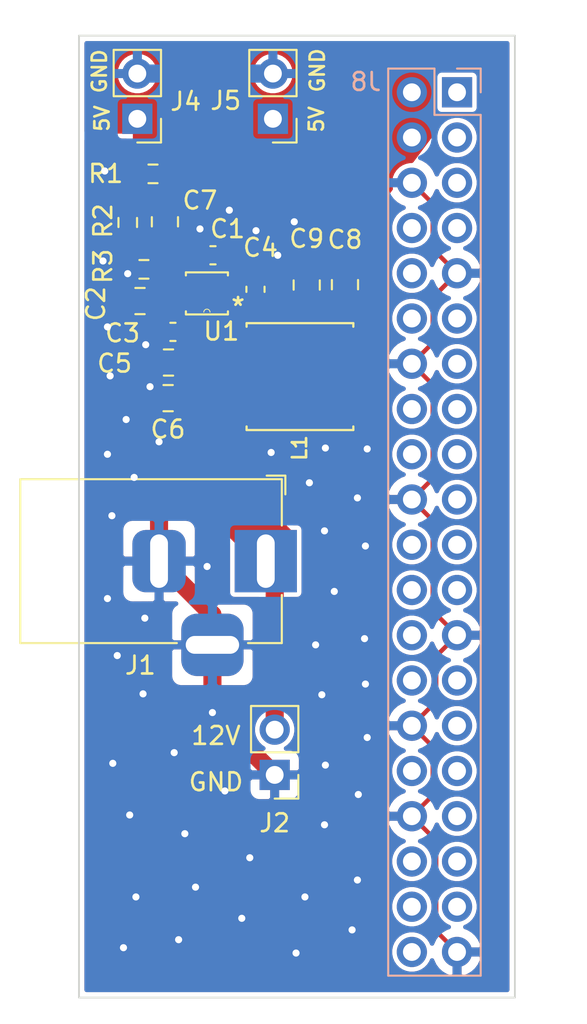
<source format=kicad_pcb>
(kicad_pcb (version 20171130) (host pcbnew "(5.1.6-0-10_14)")

  (general
    (thickness 1.6)
    (drawings 18)
    (tracks 162)
    (zones 0)
    (modules 19)
    (nets 40)
  )

  (page A4)
  (layers
    (0 F.Cu signal)
    (31 B.Cu signal)
    (32 B.Adhes user)
    (33 F.Adhes user)
    (34 B.Paste user)
    (35 F.Paste user)
    (36 B.SilkS user)
    (37 F.SilkS user)
    (38 B.Mask user)
    (39 F.Mask user)
    (40 Dwgs.User user)
    (41 Cmts.User user)
    (42 Eco1.User user)
    (43 Eco2.User user)
    (44 Edge.Cuts user)
    (45 Margin user)
    (46 B.CrtYd user)
    (47 F.CrtYd user)
    (48 B.Fab user)
    (49 F.Fab user)
  )

  (setup
    (last_trace_width 0.25)
    (user_trace_width 0.127)
    (user_trace_width 0.2)
    (user_trace_width 0.254)
    (user_trace_width 0.508)
    (user_trace_width 1.016)
    (trace_clearance 0.2)
    (zone_clearance 0.254)
    (zone_45_only no)
    (trace_min 0.15)
    (via_size 0.8)
    (via_drill 0.4)
    (via_min_size 0.15)
    (via_min_drill 0.3)
    (uvia_size 0.3)
    (uvia_drill 0.1)
    (uvias_allowed no)
    (uvia_min_size 0.2)
    (uvia_min_drill 0.1)
    (edge_width 0.1)
    (segment_width 0.2)
    (pcb_text_width 0.3)
    (pcb_text_size 1.5 1.5)
    (mod_edge_width 0.15)
    (mod_text_size 1 1)
    (mod_text_width 0.15)
    (pad_size 1.7 1.7)
    (pad_drill 1)
    (pad_to_mask_clearance 0)
    (aux_axis_origin 0 0)
    (grid_origin 0.5 0.5)
    (visible_elements FFFFFF7F)
    (pcbplotparams
      (layerselection 0x010fc_ffffffff)
      (usegerberextensions true)
      (usegerberattributes false)
      (usegerberadvancedattributes true)
      (creategerberjobfile true)
      (excludeedgelayer true)
      (linewidth 0.100000)
      (plotframeref false)
      (viasonmask false)
      (mode 1)
      (useauxorigin false)
      (hpglpennumber 1)
      (hpglpenspeed 20)
      (hpglpendiameter 15.000000)
      (psnegative false)
      (psa4output false)
      (plotreference true)
      (plotvalue true)
      (plotinvisibletext false)
      (padsonsilk false)
      (subtractmaskfromsilk false)
      (outputformat 1)
      (mirror false)
      (drillshape 0)
      (scaleselection 1)
      (outputdirectory ""))
  )

  (net 0 "")
  (net 1 GND)
  (net 2 12V)
  (net 3 5V)
  (net 4 "Net-(J8-Pad40)")
  (net 5 "Net-(J8-Pad38)")
  (net 6 "Net-(J8-Pad37)")
  (net 7 "Net-(J8-Pad36)")
  (net 8 "Net-(J8-Pad35)")
  (net 9 "Net-(J8-Pad33)")
  (net 10 "Net-(J8-Pad32)")
  (net 11 "Net-(J8-Pad31)")
  (net 12 "Net-(J8-Pad29)")
  (net 13 "Net-(J8-Pad28)")
  (net 14 "Net-(J8-Pad27)")
  (net 15 "Net-(J8-Pad26)")
  (net 16 "Net-(J8-Pad24)")
  (net 17 "Net-(J8-Pad23)")
  (net 18 "Net-(J8-Pad22)")
  (net 19 "Net-(J8-Pad21)")
  (net 20 "Net-(J8-Pad19)")
  (net 21 "Net-(J8-Pad18)")
  (net 22 "Net-(J8-Pad17)")
  (net 23 "Net-(J8-Pad16)")
  (net 24 "Net-(J8-Pad15)")
  (net 25 "Net-(J8-Pad13)")
  (net 26 "Net-(J8-Pad12)")
  (net 27 "Net-(J8-Pad11)")
  (net 28 "Net-(J8-Pad10)")
  (net 29 "Net-(J8-Pad8)")
  (net 30 "Net-(J8-Pad7)")
  (net 31 "Net-(J8-Pad5)")
  (net 32 "Net-(J8-Pad3)")
  (net 33 "Net-(J8-Pad1)")
  (net 34 /SS)
  (net 35 "Net-(C2-Pad2)")
  (net 36 "Net-(C4-Pad1)")
  (net 37 "Net-(C4-Pad2)")
  (net 38 /FB)
  (net 39 "Net-(R1-Pad2)")

  (net_class Default "This is the default net class."
    (clearance 0.2)
    (trace_width 0.25)
    (via_dia 0.8)
    (via_drill 0.4)
    (uvia_dia 0.3)
    (uvia_drill 0.1)
    (add_net /FB)
    (add_net /SS)
    (add_net 12V)
    (add_net 5V)
    (add_net GND)
    (add_net "Net-(C2-Pad2)")
    (add_net "Net-(C4-Pad1)")
    (add_net "Net-(C4-Pad2)")
    (add_net "Net-(J8-Pad1)")
    (add_net "Net-(J8-Pad10)")
    (add_net "Net-(J8-Pad11)")
    (add_net "Net-(J8-Pad12)")
    (add_net "Net-(J8-Pad13)")
    (add_net "Net-(J8-Pad15)")
    (add_net "Net-(J8-Pad16)")
    (add_net "Net-(J8-Pad17)")
    (add_net "Net-(J8-Pad18)")
    (add_net "Net-(J8-Pad19)")
    (add_net "Net-(J8-Pad21)")
    (add_net "Net-(J8-Pad22)")
    (add_net "Net-(J8-Pad23)")
    (add_net "Net-(J8-Pad24)")
    (add_net "Net-(J8-Pad26)")
    (add_net "Net-(J8-Pad27)")
    (add_net "Net-(J8-Pad28)")
    (add_net "Net-(J8-Pad29)")
    (add_net "Net-(J8-Pad3)")
    (add_net "Net-(J8-Pad31)")
    (add_net "Net-(J8-Pad32)")
    (add_net "Net-(J8-Pad33)")
    (add_net "Net-(J8-Pad35)")
    (add_net "Net-(J8-Pad36)")
    (add_net "Net-(J8-Pad37)")
    (add_net "Net-(J8-Pad38)")
    (add_net "Net-(J8-Pad40)")
    (add_net "Net-(J8-Pad5)")
    (add_net "Net-(J8-Pad7)")
    (add_net "Net-(J8-Pad8)")
    (add_net "Net-(R1-Pad2)")
  )

  (module Ninja-qPCR:BD9D323QWZ-E2 (layer F.Cu) (tedit 612DADFF) (tstamp 6127B0A7)
    (at 142.99 89.77 180)
    (path /61277EC9)
    (fp_text reference U1 (at -0.81 -2.13 180) (layer F.SilkS)
      (effects (font (size 1 1) (thickness 0.15)))
    )
    (fp_text value UMMP008Z2020_ROM (at 14.14 -4.73 180) (layer F.SilkS) hide
      (effects (font (size 1 1) (thickness 0.15)))
    )
    (fp_text user "Copyright 2021 Accelerated Designs. All rights reserved." (at 0 0 180) (layer Cmts.User) hide
      (effects (font (size 0.127 0.127) (thickness 0.002)))
    )
    (fp_text user * (at -1.75 -0.75 180) (layer F.SilkS)
      (effects (font (size 1 1) (thickness 0.15)))
    )
    (fp_text user * (at -1.75 -0.75) (layer F.Fab)
      (effects (font (size 1 1) (thickness 0.15)))
    )
    (fp_arc (start 0 -1.0541) (end -0.175683 -1.0541) (angle -180) (layer F.SilkS) (width 0.05))
    (fp_arc (start 0 -1.0541) (end -0.3048 -1.0541) (angle -180) (layer F.Fab) (width 0.1))
    (fp_circle (center -0.5464 -0.6) (end -0.5464 -0.6) (layer F.Fab) (width 0.1))
    (fp_circle (center -1.3052 -0.6) (end -1.3052 -0.6) (layer F.CrtYd) (width 0.05))
    (fp_line (start -1.3081 0.981) (end -1.3081 0.981) (layer F.CrtYd) (width 0.05))
    (fp_line (start -1.3081 1.3081) (end -1.3081 0.981) (layer F.CrtYd) (width 0.05))
    (fp_line (start 1.3081 1.3081) (end -1.3081 1.3081) (layer F.CrtYd) (width 0.05))
    (fp_line (start 1.3081 0.981) (end 1.3081 1.3081) (layer F.CrtYd) (width 0.05))
    (fp_line (start 1.3081 0.981) (end 1.3081 0.981) (layer F.CrtYd) (width 0.05))
    (fp_line (start 1.3081 -0.981) (end 1.3081 0.981) (layer F.CrtYd) (width 0.05))
    (fp_line (start 1.3081 -0.981) (end 1.3081 -0.981) (layer F.CrtYd) (width 0.05))
    (fp_line (start 1.3081 -1.3081) (end 1.3081 -0.981) (layer F.CrtYd) (width 0.05))
    (fp_line (start -1.3081 -1.3081) (end 1.3081 -1.3081) (layer F.CrtYd) (width 0.05))
    (fp_line (start -1.3081 -0.981) (end -1.3081 -1.3081) (layer F.CrtYd) (width 0.05))
    (fp_line (start -1.3081 -0.981) (end -1.3081 -0.981) (layer F.CrtYd) (width 0.05))
    (fp_line (start -1.3081 0.981) (end -1.3081 -0.981) (layer F.CrtYd) (width 0.05))
    (fp_line (start 1.1811 -1.008441) (end 1.1811 -1.1811) (layer F.SilkS) (width 0.12))
    (fp_line (start -1.1811 1.008441) (end -1.1811 1.1811) (layer F.SilkS) (width 0.12))
    (fp_line (start -1.0541 -1.0541) (end -1.0541 1.0541) (layer F.Fab) (width 0.1))
    (fp_line (start 1.0541 -1.0541) (end -1.0541 -1.0541) (layer F.Fab) (width 0.1))
    (fp_line (start 1.0541 1.0541) (end 1.0541 -1.0541) (layer F.Fab) (width 0.1))
    (fp_line (start -1.0541 1.0541) (end 1.0541 1.0541) (layer F.Fab) (width 0.1))
    (fp_line (start -1.1811 -1.1811) (end -1.1811 -1.008441) (layer F.SilkS) (width 0.12))
    (fp_line (start 1.1811 -1.1811) (end -1.1811 -1.1811) (layer F.SilkS) (width 0.12))
    (fp_line (start 1.1811 1.1811) (end 1.1811 1.008441) (layer F.SilkS) (width 0.12))
    (fp_line (start -1.1811 1.1811) (end 1.1811 1.1811) (layer F.SilkS) (width 0.12))
    (pad 1 smd rect (at -0.775 -0.599999 180) (size 0.4572 0.254) (layers F.Cu F.Paste F.Mask)
      (net 2 12V))
    (pad 2 smd rect (at -0.775 -0.2 180) (size 0.4572 0.254) (layers F.Cu F.Paste F.Mask)
      (net 37 "Net-(C4-Pad2)"))
    (pad 3 smd rect (at -0.775 0.2 180) (size 0.4572 0.254) (layers F.Cu F.Paste F.Mask)
      (net 36 "Net-(C4-Pad1)"))
    (pad 4 smd rect (at -0.775 0.599999 180) (size 0.4572 0.254) (layers F.Cu F.Paste F.Mask)
      (net 1 GND))
    (pad 5 smd rect (at 0.775 0.599999 180) (size 0.4572 0.254) (layers F.Cu F.Paste F.Mask)
      (net 34 /SS))
    (pad 6 smd rect (at 0.775 0.2 180) (size 0.4572 0.254) (layers F.Cu F.Paste F.Mask)
      (net 38 /FB))
    (pad 7 smd rect (at 0.775 -0.2 180) (size 0.4572 0.254) (layers F.Cu F.Paste F.Mask)
      (net 35 "Net-(C2-Pad2)"))
    (pad 8 smd rect (at 0.775 -0.599999 180) (size 0.4572 0.254) (layers F.Cu F.Paste F.Mask)
      (net 2 12V))
    (pad 9 smd rect (at 0 0.648 180) (size 0.8382 0.7112) (layers F.Cu F.Paste F.Mask)
      (net 1 GND))
  )

  (module Capacitor_SMD:C_0805_2012Metric_Pad1.18x1.45mm_HandSolder (layer F.Cu) (tedit 5F68FEEF) (tstamp 6127B139)
    (at 150.75 89.28 270)
    (descr "Capacitor SMD 0805 (2012 Metric), square (rectangular) end terminal, IPC_7351 nominal with elongated pad for handsoldering. (Body size source: IPC-SM-782 page 76, https://www.pcb-3d.com/wordpress/wp-content/uploads/ipc-sm-782a_amendment_1_and_2.pdf, https://docs.google.com/spreadsheets/d/1BsfQQcO9C6DZCsRaXUlFlo91Tg2WpOkGARC1WS5S8t0/edit?usp=sharing), generated with kicad-footprint-generator")
    (tags "capacitor handsolder")
    (path /6129BE68)
    (attr smd)
    (fp_text reference C8 (at -2.53 0 180) (layer F.SilkS)
      (effects (font (size 1 1) (thickness 0.15)))
    )
    (fp_text value 22uF (at 0 1.68 90) (layer F.Fab)
      (effects (font (size 1 1) (thickness 0.15)))
    )
    (fp_line (start 1.88 0.98) (end -1.88 0.98) (layer F.CrtYd) (width 0.05))
    (fp_line (start 1.88 -0.98) (end 1.88 0.98) (layer F.CrtYd) (width 0.05))
    (fp_line (start -1.88 -0.98) (end 1.88 -0.98) (layer F.CrtYd) (width 0.05))
    (fp_line (start -1.88 0.98) (end -1.88 -0.98) (layer F.CrtYd) (width 0.05))
    (fp_line (start -0.261252 0.735) (end 0.261252 0.735) (layer F.SilkS) (width 0.12))
    (fp_line (start -0.261252 -0.735) (end 0.261252 -0.735) (layer F.SilkS) (width 0.12))
    (fp_line (start 1 0.625) (end -1 0.625) (layer F.Fab) (width 0.1))
    (fp_line (start 1 -0.625) (end 1 0.625) (layer F.Fab) (width 0.1))
    (fp_line (start -1 -0.625) (end 1 -0.625) (layer F.Fab) (width 0.1))
    (fp_line (start -1 0.625) (end -1 -0.625) (layer F.Fab) (width 0.1))
    (fp_text user %R (at 0 0 90) (layer F.Fab)
      (effects (font (size 0.5 0.5) (thickness 0.08)))
    )
    (pad 1 smd roundrect (at -1.0375 0 270) (size 1.175 1.45) (layers F.Cu F.Paste F.Mask) (roundrect_rratio 0.212766)
      (net 1 GND))
    (pad 2 smd roundrect (at 1.0375 0 270) (size 1.175 1.45) (layers F.Cu F.Paste F.Mask) (roundrect_rratio 0.212766)
      (net 3 5V))
    (model ${KISYS3DMOD}/Capacitor_SMD.3dshapes/C_0805_2012Metric.wrl
      (at (xyz 0 0 0))
      (scale (xyz 1 1 1))
      (rotate (xyz 0 0 0))
    )
  )

  (module Pin_Headers:Pin_Header_Straight_2x20_Pitch2.54mm (layer B.Cu) (tedit 59650533) (tstamp 61268500)
    (at 157.05 78.48 180)
    (descr "Through hole straight pin header, 2x20, 2.54mm pitch, double rows")
    (tags "Through hole pin header THT 2x20 2.54mm double row")
    (path /6126B928)
    (fp_text reference J8 (at 5.13 0.59 180) (layer B.SilkS)
      (effects (font (size 1 1) (thickness 0.15)) (justify mirror))
    )
    (fp_text value Conn_02x20_Odd_Even (at 1.27 -50.59 180) (layer B.Fab)
      (effects (font (size 1 1) (thickness 0.15)) (justify mirror))
    )
    (fp_line (start 4.35 1.8) (end -1.8 1.8) (layer B.CrtYd) (width 0.05))
    (fp_line (start 4.35 -50.05) (end 4.35 1.8) (layer B.CrtYd) (width 0.05))
    (fp_line (start -1.8 -50.05) (end 4.35 -50.05) (layer B.CrtYd) (width 0.05))
    (fp_line (start -1.8 1.8) (end -1.8 -50.05) (layer B.CrtYd) (width 0.05))
    (fp_line (start -1.33 1.33) (end 0 1.33) (layer B.SilkS) (width 0.12))
    (fp_line (start -1.33 0) (end -1.33 1.33) (layer B.SilkS) (width 0.12))
    (fp_line (start 1.27 1.33) (end 3.87 1.33) (layer B.SilkS) (width 0.12))
    (fp_line (start 1.27 -1.27) (end 1.27 1.33) (layer B.SilkS) (width 0.12))
    (fp_line (start -1.33 -1.27) (end 1.27 -1.27) (layer B.SilkS) (width 0.12))
    (fp_line (start 3.87 1.33) (end 3.87 -49.59) (layer B.SilkS) (width 0.12))
    (fp_line (start -1.33 -1.27) (end -1.33 -49.59) (layer B.SilkS) (width 0.12))
    (fp_line (start -1.33 -49.59) (end 3.87 -49.59) (layer B.SilkS) (width 0.12))
    (fp_line (start -1.27 0) (end 0 1.27) (layer B.Fab) (width 0.1))
    (fp_line (start -1.27 -49.53) (end -1.27 0) (layer B.Fab) (width 0.1))
    (fp_line (start 3.81 -49.53) (end -1.27 -49.53) (layer B.Fab) (width 0.1))
    (fp_line (start 3.81 1.27) (end 3.81 -49.53) (layer B.Fab) (width 0.1))
    (fp_line (start 0 1.27) (end 3.81 1.27) (layer B.Fab) (width 0.1))
    (fp_text user %R (at 1.27 -24.13 90) (layer B.Fab)
      (effects (font (size 1 1) (thickness 0.15)) (justify mirror))
    )
    (pad 40 thru_hole oval (at 2.54 -48.26 180) (size 1.7 1.7) (drill 1) (layers *.Cu *.Mask)
      (net 4 "Net-(J8-Pad40)"))
    (pad 39 thru_hole oval (at 0 -48.26 180) (size 1.7 1.7) (drill 1) (layers *.Cu *.Mask)
      (net 1 GND))
    (pad 38 thru_hole oval (at 2.54 -45.72 180) (size 1.7 1.7) (drill 1) (layers *.Cu *.Mask)
      (net 5 "Net-(J8-Pad38)"))
    (pad 37 thru_hole oval (at 0 -45.72 180) (size 1.7 1.7) (drill 1) (layers *.Cu *.Mask)
      (net 6 "Net-(J8-Pad37)"))
    (pad 36 thru_hole oval (at 2.54 -43.18 180) (size 1.7 1.7) (drill 1) (layers *.Cu *.Mask)
      (net 7 "Net-(J8-Pad36)"))
    (pad 35 thru_hole oval (at 0 -43.18 180) (size 1.7 1.7) (drill 1) (layers *.Cu *.Mask)
      (net 8 "Net-(J8-Pad35)"))
    (pad 34 thru_hole oval (at 2.54 -40.64 180) (size 1.7 1.7) (drill 1) (layers *.Cu *.Mask)
      (net 1 GND))
    (pad 33 thru_hole oval (at 0 -40.64 180) (size 1.7 1.7) (drill 1) (layers *.Cu *.Mask)
      (net 9 "Net-(J8-Pad33)"))
    (pad 32 thru_hole oval (at 2.54 -38.1 180) (size 1.7 1.7) (drill 1) (layers *.Cu *.Mask)
      (net 10 "Net-(J8-Pad32)"))
    (pad 31 thru_hole oval (at 0 -38.1 180) (size 1.7 1.7) (drill 1) (layers *.Cu *.Mask)
      (net 11 "Net-(J8-Pad31)"))
    (pad 30 thru_hole oval (at 2.54 -35.56 180) (size 1.7 1.7) (drill 1) (layers *.Cu *.Mask)
      (net 1 GND))
    (pad 29 thru_hole oval (at 0 -35.56 180) (size 1.7 1.7) (drill 1) (layers *.Cu *.Mask)
      (net 12 "Net-(J8-Pad29)"))
    (pad 28 thru_hole oval (at 2.54 -33.02 180) (size 1.7 1.7) (drill 1) (layers *.Cu *.Mask)
      (net 13 "Net-(J8-Pad28)"))
    (pad 27 thru_hole oval (at 0 -33.02 180) (size 1.7 1.7) (drill 1) (layers *.Cu *.Mask)
      (net 14 "Net-(J8-Pad27)"))
    (pad 26 thru_hole oval (at 2.54 -30.48 180) (size 1.7 1.7) (drill 1) (layers *.Cu *.Mask)
      (net 15 "Net-(J8-Pad26)"))
    (pad 25 thru_hole oval (at 0 -30.48 180) (size 1.7 1.7) (drill 1) (layers *.Cu *.Mask)
      (net 1 GND))
    (pad 24 thru_hole oval (at 2.54 -27.94 180) (size 1.7 1.7) (drill 1) (layers *.Cu *.Mask)
      (net 16 "Net-(J8-Pad24)"))
    (pad 23 thru_hole oval (at 0 -27.94 180) (size 1.7 1.7) (drill 1) (layers *.Cu *.Mask)
      (net 17 "Net-(J8-Pad23)"))
    (pad 22 thru_hole oval (at 2.54 -25.4 180) (size 1.7 1.7) (drill 1) (layers *.Cu *.Mask)
      (net 18 "Net-(J8-Pad22)"))
    (pad 21 thru_hole oval (at 0 -25.4 180) (size 1.7 1.7) (drill 1) (layers *.Cu *.Mask)
      (net 19 "Net-(J8-Pad21)"))
    (pad 20 thru_hole oval (at 2.54 -22.86 180) (size 1.7 1.7) (drill 1) (layers *.Cu *.Mask)
      (net 1 GND))
    (pad 19 thru_hole oval (at 0 -22.86 180) (size 1.7 1.7) (drill 1) (layers *.Cu *.Mask)
      (net 20 "Net-(J8-Pad19)"))
    (pad 18 thru_hole oval (at 2.54 -20.32 180) (size 1.7 1.7) (drill 1) (layers *.Cu *.Mask)
      (net 21 "Net-(J8-Pad18)"))
    (pad 17 thru_hole oval (at 0 -20.32 180) (size 1.7 1.7) (drill 1) (layers *.Cu *.Mask)
      (net 22 "Net-(J8-Pad17)"))
    (pad 16 thru_hole oval (at 2.54 -17.78 180) (size 1.7 1.7) (drill 1) (layers *.Cu *.Mask)
      (net 23 "Net-(J8-Pad16)"))
    (pad 15 thru_hole oval (at 0 -17.78 180) (size 1.7 1.7) (drill 1) (layers *.Cu *.Mask)
      (net 24 "Net-(J8-Pad15)"))
    (pad 14 thru_hole oval (at 2.54 -15.24 180) (size 1.7 1.7) (drill 1) (layers *.Cu *.Mask)
      (net 1 GND))
    (pad 13 thru_hole oval (at 0 -15.24 180) (size 1.7 1.7) (drill 1) (layers *.Cu *.Mask)
      (net 25 "Net-(J8-Pad13)"))
    (pad 12 thru_hole oval (at 2.54 -12.7 180) (size 1.7 1.7) (drill 1) (layers *.Cu *.Mask)
      (net 26 "Net-(J8-Pad12)"))
    (pad 11 thru_hole oval (at 0 -12.7 180) (size 1.7 1.7) (drill 1) (layers *.Cu *.Mask)
      (net 27 "Net-(J8-Pad11)"))
    (pad 10 thru_hole oval (at 2.54 -10.16 180) (size 1.7 1.7) (drill 1) (layers *.Cu *.Mask)
      (net 28 "Net-(J8-Pad10)"))
    (pad 9 thru_hole oval (at 0 -10.16 180) (size 1.7 1.7) (drill 1) (layers *.Cu *.Mask)
      (net 1 GND))
    (pad 8 thru_hole oval (at 2.54 -7.62 180) (size 1.7 1.7) (drill 1) (layers *.Cu *.Mask)
      (net 29 "Net-(J8-Pad8)"))
    (pad 7 thru_hole oval (at 0 -7.62 180) (size 1.7 1.7) (drill 1) (layers *.Cu *.Mask)
      (net 30 "Net-(J8-Pad7)"))
    (pad 6 thru_hole oval (at 2.54 -5.08 180) (size 1.7 1.7) (drill 1) (layers *.Cu *.Mask)
      (net 1 GND))
    (pad 5 thru_hole oval (at 0 -5.08 180) (size 1.7 1.7) (drill 1) (layers *.Cu *.Mask)
      (net 31 "Net-(J8-Pad5)"))
    (pad 4 thru_hole oval (at 2.54 -2.54 180) (size 1.7 1.7) (drill 1) (layers *.Cu *.Mask)
      (net 3 5V))
    (pad 3 thru_hole oval (at 0 -2.54 180) (size 1.7 1.7) (drill 1) (layers *.Cu *.Mask)
      (net 32 "Net-(J8-Pad3)"))
    (pad 2 thru_hole oval (at 2.54 0 180) (size 1.7 1.7) (drill 1) (layers *.Cu *.Mask)
      (net 3 5V))
    (pad 1 thru_hole rect (at 0 0 180) (size 1.7 1.7) (drill 1) (layers *.Cu *.Mask)
      (net 33 "Net-(J8-Pad1)"))
    (model ${KISYS3DMOD}/Pin_Headers.3dshapes/Pin_Header_Straight_2x20_Pitch2.54mm.wrl
      (at (xyz 0 0 0))
      (scale (xyz 1 1 1))
      (rotate (xyz 0 0 0))
    )
    (model :kicad-packages3D:Connector_PinSocket_2.54mm.3dshapes/PinSocket_2x20_P2.54mm_Vertical.step
      (offset (xyz 2.54 0 0))
      (scale (xyz 1 1 1))
      (rotate (xyz 0 0 0))
    )
  )

  (module Connector_BarrelJack:BarrelJack_Horizontal (layer F.Cu) (tedit 5A1DBF6A) (tstamp 6127AC95)
    (at 146.3 104.8)
    (descr "DC Barrel Jack")
    (tags "Power Jack")
    (path /612341BB)
    (fp_text reference J1 (at -7.05 5.85) (layer F.SilkS)
      (effects (font (size 1 1) (thickness 0.15)))
    )
    (fp_text value Barrel_Jack_Switch (at -6.2 -5.5) (layer F.Fab)
      (effects (font (size 1 1) (thickness 0.15)))
    )
    (fp_line (start -0.003213 -4.505425) (end 0.8 -3.75) (layer F.Fab) (width 0.1))
    (fp_line (start 1.1 -3.75) (end 1.1 -4.8) (layer F.SilkS) (width 0.12))
    (fp_line (start 0.05 -4.8) (end 1.1 -4.8) (layer F.SilkS) (width 0.12))
    (fp_line (start 1 -4.5) (end 1 -4.75) (layer F.CrtYd) (width 0.05))
    (fp_line (start 1 -4.75) (end -14 -4.75) (layer F.CrtYd) (width 0.05))
    (fp_line (start 1 -4.5) (end 1 -2) (layer F.CrtYd) (width 0.05))
    (fp_line (start 1 -2) (end 2 -2) (layer F.CrtYd) (width 0.05))
    (fp_line (start 2 -2) (end 2 2) (layer F.CrtYd) (width 0.05))
    (fp_line (start 2 2) (end 1 2) (layer F.CrtYd) (width 0.05))
    (fp_line (start 1 2) (end 1 4.75) (layer F.CrtYd) (width 0.05))
    (fp_line (start 1 4.75) (end -1 4.75) (layer F.CrtYd) (width 0.05))
    (fp_line (start -1 4.75) (end -1 6.75) (layer F.CrtYd) (width 0.05))
    (fp_line (start -1 6.75) (end -5 6.75) (layer F.CrtYd) (width 0.05))
    (fp_line (start -5 6.75) (end -5 4.75) (layer F.CrtYd) (width 0.05))
    (fp_line (start -5 4.75) (end -14 4.75) (layer F.CrtYd) (width 0.05))
    (fp_line (start -14 4.75) (end -14 -4.75) (layer F.CrtYd) (width 0.05))
    (fp_line (start -5 4.6) (end -13.8 4.6) (layer F.SilkS) (width 0.12))
    (fp_line (start -13.8 4.6) (end -13.8 -4.6) (layer F.SilkS) (width 0.12))
    (fp_line (start 0.9 1.9) (end 0.9 4.6) (layer F.SilkS) (width 0.12))
    (fp_line (start 0.9 4.6) (end -1 4.6) (layer F.SilkS) (width 0.12))
    (fp_line (start -13.8 -4.6) (end 0.9 -4.6) (layer F.SilkS) (width 0.12))
    (fp_line (start 0.9 -4.6) (end 0.9 -2) (layer F.SilkS) (width 0.12))
    (fp_line (start -10.2 -4.5) (end -10.2 4.5) (layer F.Fab) (width 0.1))
    (fp_line (start -13.7 -4.5) (end -13.7 4.5) (layer F.Fab) (width 0.1))
    (fp_line (start -13.7 4.5) (end 0.8 4.5) (layer F.Fab) (width 0.1))
    (fp_line (start 0.8 4.5) (end 0.8 -3.75) (layer F.Fab) (width 0.1))
    (fp_line (start 0 -4.5) (end -13.7 -4.5) (layer F.Fab) (width 0.1))
    (fp_text user %R (at -3 -2.95) (layer F.Fab)
      (effects (font (size 1 1) (thickness 0.15)))
    )
    (pad 3 thru_hole roundrect (at -3 4.7) (size 3.5 3.5) (drill oval 3 1) (layers *.Cu *.Mask) (roundrect_rratio 0.25)
      (net 1 GND))
    (pad 2 thru_hole roundrect (at -6 0) (size 3 3.5) (drill oval 1 3) (layers *.Cu *.Mask) (roundrect_rratio 0.25)
      (net 1 GND))
    (pad 1 thru_hole rect (at 0 0) (size 3.5 3.5) (drill oval 1 3) (layers *.Cu *.Mask)
      (net 2 12V))
    (model ${KISYS3DMOD}/Connector_BarrelJack.3dshapes/BarrelJack_Horizontal.wrl
      (at (xyz 0 0 0))
      (scale (xyz 1 1 1))
      (rotate (xyz 0 0 0))
    )
    (model :desktop:BarrelJack_CUI_PJ-102A.STEP
      (offset (xyz -6 0 0))
      (scale (xyz 1 1 1))
      (rotate (xyz -90 0 -90))
    )
  )

  (module Pin_Headers:Pin_Header_Straight_1x02_Pitch2.54mm (layer F.Cu) (tedit 59650532) (tstamp 61259746)
    (at 146.8 116.8 180)
    (descr "Through hole straight pin header, 1x02, 2.54mm pitch, single row")
    (tags "Through hole pin header THT 1x02 2.54mm single row")
    (path /612659ED)
    (fp_text reference J2 (at 0 -2.7) (layer F.SilkS)
      (effects (font (size 1 1) (thickness 0.15)))
    )
    (fp_text value Conn_01x02_Female (at 0 4.87) (layer F.Fab)
      (effects (font (size 1 1) (thickness 0.15)))
    )
    (fp_line (start 1.8 -1.8) (end -1.8 -1.8) (layer F.CrtYd) (width 0.05))
    (fp_line (start 1.8 4.35) (end 1.8 -1.8) (layer F.CrtYd) (width 0.05))
    (fp_line (start -1.8 4.35) (end 1.8 4.35) (layer F.CrtYd) (width 0.05))
    (fp_line (start -1.8 -1.8) (end -1.8 4.35) (layer F.CrtYd) (width 0.05))
    (fp_line (start -1.33 -1.33) (end 0 -1.33) (layer F.SilkS) (width 0.12))
    (fp_line (start -1.33 0) (end -1.33 -1.33) (layer F.SilkS) (width 0.12))
    (fp_line (start -1.33 1.27) (end 1.33 1.27) (layer F.SilkS) (width 0.12))
    (fp_line (start 1.33 1.27) (end 1.33 3.87) (layer F.SilkS) (width 0.12))
    (fp_line (start -1.33 1.27) (end -1.33 3.87) (layer F.SilkS) (width 0.12))
    (fp_line (start -1.33 3.87) (end 1.33 3.87) (layer F.SilkS) (width 0.12))
    (fp_line (start -1.27 -0.635) (end -0.635 -1.27) (layer F.Fab) (width 0.1))
    (fp_line (start -1.27 3.81) (end -1.27 -0.635) (layer F.Fab) (width 0.1))
    (fp_line (start 1.27 3.81) (end -1.27 3.81) (layer F.Fab) (width 0.1))
    (fp_line (start 1.27 -1.27) (end 1.27 3.81) (layer F.Fab) (width 0.1))
    (fp_line (start -0.635 -1.27) (end 1.27 -1.27) (layer F.Fab) (width 0.1))
    (fp_text user %R (at 0.1 -2.15 180) (layer F.Fab)
      (effects (font (size 1 1) (thickness 0.15)))
    )
    (pad 1 thru_hole rect (at 0 0 180) (size 1.7 1.7) (drill 1) (layers *.Cu *.Mask)
      (net 1 GND))
    (pad 2 thru_hole oval (at 0 2.54 180) (size 1.7 1.7) (drill 1) (layers *.Cu *.Mask)
      (net 2 12V))
    (model ${KISYS3DMOD}/Pin_Headers.3dshapes/Pin_Header_Straight_1x02_Pitch2.54mm.wrl
      (at (xyz 0 0 0))
      (scale (xyz 1 1 1))
      (rotate (xyz 0 0 0))
    )
    (model :kicad-packages3D:Connector_PinHeader_2.54mm.3dshapes/PinHeader_1x02_P2.54mm_Vertical.step
      (at (xyz 0 0 0))
      (scale (xyz 1 1 1))
      (rotate (xyz 0 0 0))
    )
  )

  (module Pin_Headers:Pin_Header_Straight_1x02_Pitch2.54mm (layer F.Cu) (tedit 59650532) (tstamp 61285742)
    (at 139.08 79.97 180)
    (descr "Through hole straight pin header, 1x02, 2.54mm pitch, single row")
    (tags "Through hole pin header THT 1x02 2.54mm single row")
    (path /61267658)
    (fp_text reference J4 (at -2.72 0.97) (layer F.SilkS)
      (effects (font (size 1 1) (thickness 0.15)))
    )
    (fp_text value Conn_01x02_Female (at 0 4.87) (layer F.Fab)
      (effects (font (size 1 1) (thickness 0.15)))
    )
    (fp_line (start 1.8 -1.8) (end -1.8 -1.8) (layer F.CrtYd) (width 0.05))
    (fp_line (start 1.8 4.35) (end 1.8 -1.8) (layer F.CrtYd) (width 0.05))
    (fp_line (start -1.8 4.35) (end 1.8 4.35) (layer F.CrtYd) (width 0.05))
    (fp_line (start -1.8 -1.8) (end -1.8 4.35) (layer F.CrtYd) (width 0.05))
    (fp_line (start -1.33 -1.33) (end 0 -1.33) (layer F.SilkS) (width 0.12))
    (fp_line (start -1.33 0) (end -1.33 -1.33) (layer F.SilkS) (width 0.12))
    (fp_line (start -1.33 1.27) (end 1.33 1.27) (layer F.SilkS) (width 0.12))
    (fp_line (start 1.33 1.27) (end 1.33 3.87) (layer F.SilkS) (width 0.12))
    (fp_line (start -1.33 1.27) (end -1.33 3.87) (layer F.SilkS) (width 0.12))
    (fp_line (start -1.33 3.87) (end 1.33 3.87) (layer F.SilkS) (width 0.12))
    (fp_line (start -1.27 -0.635) (end -0.635 -1.27) (layer F.Fab) (width 0.1))
    (fp_line (start -1.27 3.81) (end -1.27 -0.635) (layer F.Fab) (width 0.1))
    (fp_line (start 1.27 3.81) (end -1.27 3.81) (layer F.Fab) (width 0.1))
    (fp_line (start 1.27 -1.27) (end 1.27 3.81) (layer F.Fab) (width 0.1))
    (fp_line (start -0.635 -1.27) (end 1.27 -1.27) (layer F.Fab) (width 0.1))
    (fp_text user %R (at 0 1.27 90) (layer F.Fab)
      (effects (font (size 1 1) (thickness 0.15)))
    )
    (pad 1 thru_hole rect (at 0 0 180) (size 1.7 1.7) (drill 1) (layers *.Cu *.Mask)
      (net 3 5V))
    (pad 2 thru_hole oval (at 0 2.54 180) (size 1.7 1.7) (drill 1) (layers *.Cu *.Mask)
      (net 1 GND))
    (model ${KISYS3DMOD}/Pin_Headers.3dshapes/Pin_Header_Straight_1x02_Pitch2.54mm.wrl
      (at (xyz 0 0 0))
      (scale (xyz 1 1 1))
      (rotate (xyz 0 0 0))
    )
    (model :kicad-packages3D:Connector_PinHeader_2.54mm.3dshapes/PinHeader_1x02_P2.54mm_Vertical.step
      (at (xyz 0 0 0))
      (scale (xyz 1 1 1))
      (rotate (xyz 0 0 0))
    )
  )

  (module Pin_Headers:Pin_Header_Straight_1x02_Pitch2.54mm (layer F.Cu) (tedit 6125EDDA) (tstamp 61285781)
    (at 146.7 79.97 180)
    (descr "Through hole straight pin header, 1x02, 2.54mm pitch, single row")
    (tags "Through hole pin header THT 1x02 2.54mm single row")
    (path /6125DBCA)
    (fp_text reference J5 (at 2.65 1.02) (layer F.SilkS)
      (effects (font (size 1 1) (thickness 0.15)))
    )
    (fp_text value Conn_01x02_Female (at 0 4.87) (layer F.Fab)
      (effects (font (size 1 1) (thickness 0.15)))
    )
    (fp_line (start 1.8 -1.8) (end -1.8 -1.8) (layer F.CrtYd) (width 0.05))
    (fp_line (start 1.8 4.35) (end 1.8 -1.8) (layer F.CrtYd) (width 0.05))
    (fp_line (start -1.8 4.35) (end 1.8 4.35) (layer F.CrtYd) (width 0.05))
    (fp_line (start -1.8 -1.8) (end -1.8 4.35) (layer F.CrtYd) (width 0.05))
    (fp_line (start -1.33 -1.33) (end 0 -1.33) (layer F.SilkS) (width 0.12))
    (fp_line (start -1.33 0) (end -1.33 -1.33) (layer F.SilkS) (width 0.12))
    (fp_line (start -1.33 1.27) (end 1.33 1.27) (layer F.SilkS) (width 0.12))
    (fp_line (start 1.33 1.27) (end 1.33 3.87) (layer F.SilkS) (width 0.12))
    (fp_line (start -1.33 1.27) (end -1.33 3.87) (layer F.SilkS) (width 0.12))
    (fp_line (start -1.33 3.87) (end 1.33 3.87) (layer F.SilkS) (width 0.12))
    (fp_line (start -1.27 -0.635) (end -0.635 -1.27) (layer F.Fab) (width 0.1))
    (fp_line (start -1.27 3.81) (end -1.27 -0.635) (layer F.Fab) (width 0.1))
    (fp_line (start 1.27 3.81) (end -1.27 3.81) (layer F.Fab) (width 0.1))
    (fp_line (start 1.27 -1.27) (end 1.27 3.81) (layer F.Fab) (width 0.1))
    (fp_line (start -0.635 -1.27) (end 1.27 -1.27) (layer F.Fab) (width 0.1))
    (fp_text user %R (at 0 1.27 90) (layer F.Fab)
      (effects (font (size 1 1) (thickness 0.15)))
    )
    (pad 1 thru_hole rect (at 0 0 180) (size 1.7 1.7) (drill 1) (layers *.Cu *.Mask)
      (net 3 5V))
    (pad 2 thru_hole oval (at 0 2.54 180) (size 1.7 1.7) (drill 1) (layers *.Cu *.Mask)
      (net 1 GND))
    (model ${KISYS3DMOD}/Pin_Headers.3dshapes/Pin_Header_Straight_1x02_Pitch2.54mm.wrl
      (at (xyz 0 0 0))
      (scale (xyz 1 1 1))
      (rotate (xyz 0 0 0))
    )
    (model :kicad-packages3D:Connector_PinHeader_2.54mm.3dshapes/PinHeader_1x02_P2.54mm_Vertical.step
      (at (xyz 0 0 0))
      (scale (xyz 1 1 1))
      (rotate (xyz 0 0 0))
    )
  )

  (module Capacitor_SMD:C_0603_1608Metric_Pad1.08x0.95mm_HandSolder (layer F.Cu) (tedit 5F68FEEF) (tstamp 6127A875)
    (at 143.33 87.63 180)
    (descr "Capacitor SMD 0603 (1608 Metric), square (rectangular) end terminal, IPC_7351 nominal with elongated pad for handsoldering. (Body size source: IPC-SM-782 page 76, https://www.pcb-3d.com/wordpress/wp-content/uploads/ipc-sm-782a_amendment_1_and_2.pdf), generated with kicad-footprint-generator")
    (tags "capacitor handsolder")
    (path /612F1C1D)
    (attr smd)
    (fp_text reference C1 (at -0.82 1.48) (layer F.SilkS)
      (effects (font (size 1 1) (thickness 0.15)))
    )
    (fp_text value 330pF (at 0 1.43) (layer F.Fab)
      (effects (font (size 1 1) (thickness 0.15)))
    )
    (fp_line (start -0.8 0.4) (end -0.8 -0.4) (layer F.Fab) (width 0.1))
    (fp_line (start -0.8 -0.4) (end 0.8 -0.4) (layer F.Fab) (width 0.1))
    (fp_line (start 0.8 -0.4) (end 0.8 0.4) (layer F.Fab) (width 0.1))
    (fp_line (start 0.8 0.4) (end -0.8 0.4) (layer F.Fab) (width 0.1))
    (fp_line (start -0.146267 -0.51) (end 0.146267 -0.51) (layer F.SilkS) (width 0.12))
    (fp_line (start -0.146267 0.51) (end 0.146267 0.51) (layer F.SilkS) (width 0.12))
    (fp_line (start -1.65 0.73) (end -1.65 -0.73) (layer F.CrtYd) (width 0.05))
    (fp_line (start -1.65 -0.73) (end 1.65 -0.73) (layer F.CrtYd) (width 0.05))
    (fp_line (start 1.65 -0.73) (end 1.65 0.73) (layer F.CrtYd) (width 0.05))
    (fp_line (start 1.65 0.73) (end -1.65 0.73) (layer F.CrtYd) (width 0.05))
    (fp_text user %R (at 0 0) (layer F.Fab)
      (effects (font (size 0.4 0.4) (thickness 0.06)))
    )
    (pad 2 smd roundrect (at 0.8625 0 180) (size 1.075 0.95) (layers F.Cu F.Paste F.Mask) (roundrect_rratio 0.25)
      (net 34 /SS))
    (pad 1 smd roundrect (at -0.8625 0 180) (size 1.075 0.95) (layers F.Cu F.Paste F.Mask) (roundrect_rratio 0.25)
      (net 1 GND))
    (model ${KISYS3DMOD}/Capacitor_SMD.3dshapes/C_0603_1608Metric.wrl
      (at (xyz 0 0 0))
      (scale (xyz 1 1 1))
      (rotate (xyz 0 0 0))
    )
  )

  (module Capacitor_SMD:C_0805_2012Metric_Pad1.18x1.45mm_HandSolder (layer F.Cu) (tedit 5F68FEEF) (tstamp 6127A886)
    (at 139.23 90.2)
    (descr "Capacitor SMD 0805 (2012 Metric), square (rectangular) end terminal, IPC_7351 nominal with elongated pad for handsoldering. (Body size source: IPC-SM-782 page 76, https://www.pcb-3d.com/wordpress/wp-content/uploads/ipc-sm-782a_amendment_1_and_2.pdf, https://docs.google.com/spreadsheets/d/1BsfQQcO9C6DZCsRaXUlFlo91Tg2WpOkGARC1WS5S8t0/edit?usp=sharing), generated with kicad-footprint-generator")
    (tags "capacitor handsolder")
    (path /612C16E4)
    (attr smd)
    (fp_text reference C2 (at -2.48 0.15 90) (layer F.SilkS)
      (effects (font (size 1 1) (thickness 0.15)))
    )
    (fp_text value 1uF (at 0 1.68) (layer F.Fab)
      (effects (font (size 1 1) (thickness 0.15)))
    )
    (fp_line (start -1 0.625) (end -1 -0.625) (layer F.Fab) (width 0.1))
    (fp_line (start -1 -0.625) (end 1 -0.625) (layer F.Fab) (width 0.1))
    (fp_line (start 1 -0.625) (end 1 0.625) (layer F.Fab) (width 0.1))
    (fp_line (start 1 0.625) (end -1 0.625) (layer F.Fab) (width 0.1))
    (fp_line (start -0.261252 -0.735) (end 0.261252 -0.735) (layer F.SilkS) (width 0.12))
    (fp_line (start -0.261252 0.735) (end 0.261252 0.735) (layer F.SilkS) (width 0.12))
    (fp_line (start -1.88 0.98) (end -1.88 -0.98) (layer F.CrtYd) (width 0.05))
    (fp_line (start -1.88 -0.98) (end 1.88 -0.98) (layer F.CrtYd) (width 0.05))
    (fp_line (start 1.88 -0.98) (end 1.88 0.98) (layer F.CrtYd) (width 0.05))
    (fp_line (start 1.88 0.98) (end -1.88 0.98) (layer F.CrtYd) (width 0.05))
    (fp_text user %R (at 0 0) (layer F.Fab)
      (effects (font (size 0.5 0.5) (thickness 0.08)))
    )
    (pad 2 smd roundrect (at 1.0375 0) (size 1.175 1.45) (layers F.Cu F.Paste F.Mask) (roundrect_rratio 0.212766)
      (net 35 "Net-(C2-Pad2)"))
    (pad 1 smd roundrect (at -1.0375 0) (size 1.175 1.45) (layers F.Cu F.Paste F.Mask) (roundrect_rratio 0.212766)
      (net 1 GND))
    (model ${KISYS3DMOD}/Capacitor_SMD.3dshapes/C_0805_2012Metric.wrl
      (at (xyz 0 0 0))
      (scale (xyz 1 1 1))
      (rotate (xyz 0 0 0))
    )
  )

  (module Capacitor_SMD:C_0603_1608Metric_Pad1.08x0.95mm_HandSolder (layer F.Cu) (tedit 5F68FEEF) (tstamp 6127B249)
    (at 141.08 91.93)
    (descr "Capacitor SMD 0603 (1608 Metric), square (rectangular) end terminal, IPC_7351 nominal with elongated pad for handsoldering. (Body size source: IPC-SM-782 page 76, https://www.pcb-3d.com/wordpress/wp-content/uploads/ipc-sm-782a_amendment_1_and_2.pdf), generated with kicad-footprint-generator")
    (tags "capacitor handsolder")
    (path /612CFDBB)
    (attr smd)
    (fp_text reference C3 (at -2.83 0.07) (layer F.SilkS)
      (effects (font (size 1 1) (thickness 0.15)))
    )
    (fp_text value 0.1uF (at 0 1.43) (layer F.Fab)
      (effects (font (size 1 1) (thickness 0.15)))
    )
    (fp_line (start 1.65 0.73) (end -1.65 0.73) (layer F.CrtYd) (width 0.05))
    (fp_line (start 1.65 -0.73) (end 1.65 0.73) (layer F.CrtYd) (width 0.05))
    (fp_line (start -1.65 -0.73) (end 1.65 -0.73) (layer F.CrtYd) (width 0.05))
    (fp_line (start -1.65 0.73) (end -1.65 -0.73) (layer F.CrtYd) (width 0.05))
    (fp_line (start -0.146267 0.51) (end 0.146267 0.51) (layer F.SilkS) (width 0.12))
    (fp_line (start -0.146267 -0.51) (end 0.146267 -0.51) (layer F.SilkS) (width 0.12))
    (fp_line (start 0.8 0.4) (end -0.8 0.4) (layer F.Fab) (width 0.1))
    (fp_line (start 0.8 -0.4) (end 0.8 0.4) (layer F.Fab) (width 0.1))
    (fp_line (start -0.8 -0.4) (end 0.8 -0.4) (layer F.Fab) (width 0.1))
    (fp_line (start -0.8 0.4) (end -0.8 -0.4) (layer F.Fab) (width 0.1))
    (fp_text user %R (at 0 0) (layer F.Fab)
      (effects (font (size 0.4 0.4) (thickness 0.06)))
    )
    (pad 1 smd roundrect (at -0.8625 0) (size 1.075 0.95) (layers F.Cu F.Paste F.Mask) (roundrect_rratio 0.25)
      (net 1 GND))
    (pad 2 smd roundrect (at 0.8625 0) (size 1.075 0.95) (layers F.Cu F.Paste F.Mask) (roundrect_rratio 0.25)
      (net 2 12V))
    (model ${KISYS3DMOD}/Capacitor_SMD.3dshapes/C_0603_1608Metric.wrl
      (at (xyz 0 0 0))
      (scale (xyz 1 1 1))
      (rotate (xyz 0 0 0))
    )
  )

  (module Capacitor_SMD:C_0603_1608Metric_Pad1.08x0.95mm_HandSolder (layer F.Cu) (tedit 5F68FEEF) (tstamp 6127A8A8)
    (at 145.72 89.54 270)
    (descr "Capacitor SMD 0603 (1608 Metric), square (rectangular) end terminal, IPC_7351 nominal with elongated pad for handsoldering. (Body size source: IPC-SM-782 page 76, https://www.pcb-3d.com/wordpress/wp-content/uploads/ipc-sm-782a_amendment_1_and_2.pdf), generated with kicad-footprint-generator")
    (tags "capacitor handsolder")
    (path /612869C9)
    (attr smd)
    (fp_text reference C4 (at -2.34 -0.28 180) (layer F.SilkS)
      (effects (font (size 1 1) (thickness 0.15)))
    )
    (fp_text value 0.1uF (at 0 1.43 90) (layer F.Fab)
      (effects (font (size 1 1) (thickness 0.15)))
    )
    (fp_line (start 1.65 0.73) (end -1.65 0.73) (layer F.CrtYd) (width 0.05))
    (fp_line (start 1.65 -0.73) (end 1.65 0.73) (layer F.CrtYd) (width 0.05))
    (fp_line (start -1.65 -0.73) (end 1.65 -0.73) (layer F.CrtYd) (width 0.05))
    (fp_line (start -1.65 0.73) (end -1.65 -0.73) (layer F.CrtYd) (width 0.05))
    (fp_line (start -0.146267 0.51) (end 0.146267 0.51) (layer F.SilkS) (width 0.12))
    (fp_line (start -0.146267 -0.51) (end 0.146267 -0.51) (layer F.SilkS) (width 0.12))
    (fp_line (start 0.8 0.4) (end -0.8 0.4) (layer F.Fab) (width 0.1))
    (fp_line (start 0.8 -0.4) (end 0.8 0.4) (layer F.Fab) (width 0.1))
    (fp_line (start -0.8 -0.4) (end 0.8 -0.4) (layer F.Fab) (width 0.1))
    (fp_line (start -0.8 0.4) (end -0.8 -0.4) (layer F.Fab) (width 0.1))
    (fp_text user %R (at 0 0 90) (layer F.Fab)
      (effects (font (size 0.4 0.4) (thickness 0.06)))
    )
    (pad 1 smd roundrect (at -0.8625 0 270) (size 1.075 0.95) (layers F.Cu F.Paste F.Mask) (roundrect_rratio 0.25)
      (net 36 "Net-(C4-Pad1)"))
    (pad 2 smd roundrect (at 0.8625 0 270) (size 1.075 0.95) (layers F.Cu F.Paste F.Mask) (roundrect_rratio 0.25)
      (net 37 "Net-(C4-Pad2)"))
    (model ${KISYS3DMOD}/Capacitor_SMD.3dshapes/C_0603_1608Metric.wrl
      (at (xyz 0 0 0))
      (scale (xyz 1 1 1))
      (rotate (xyz 0 0 0))
    )
  )

  (module Capacitor_SMD:C_0805_2012Metric_Pad1.18x1.45mm_HandSolder (layer F.Cu) (tedit 5F68FEEF) (tstamp 6127B219)
    (at 140.83 93.65)
    (descr "Capacitor SMD 0805 (2012 Metric), square (rectangular) end terminal, IPC_7351 nominal with elongated pad for handsoldering. (Body size source: IPC-SM-782 page 76, https://www.pcb-3d.com/wordpress/wp-content/uploads/ipc-sm-782a_amendment_1_and_2.pdf, https://docs.google.com/spreadsheets/d/1BsfQQcO9C6DZCsRaXUlFlo91Tg2WpOkGARC1WS5S8t0/edit?usp=sharing), generated with kicad-footprint-generator")
    (tags "capacitor handsolder")
    (path /6130EE3C)
    (attr smd)
    (fp_text reference C5 (at -3.03 0.05) (layer F.SilkS)
      (effects (font (size 1 1) (thickness 0.15)))
    )
    (fp_text value 10uF (at 0 1.68) (layer F.Fab)
      (effects (font (size 1 1) (thickness 0.15)))
    )
    (fp_line (start 1.88 0.98) (end -1.88 0.98) (layer F.CrtYd) (width 0.05))
    (fp_line (start 1.88 -0.98) (end 1.88 0.98) (layer F.CrtYd) (width 0.05))
    (fp_line (start -1.88 -0.98) (end 1.88 -0.98) (layer F.CrtYd) (width 0.05))
    (fp_line (start -1.88 0.98) (end -1.88 -0.98) (layer F.CrtYd) (width 0.05))
    (fp_line (start -0.261252 0.735) (end 0.261252 0.735) (layer F.SilkS) (width 0.12))
    (fp_line (start -0.261252 -0.735) (end 0.261252 -0.735) (layer F.SilkS) (width 0.12))
    (fp_line (start 1 0.625) (end -1 0.625) (layer F.Fab) (width 0.1))
    (fp_line (start 1 -0.625) (end 1 0.625) (layer F.Fab) (width 0.1))
    (fp_line (start -1 -0.625) (end 1 -0.625) (layer F.Fab) (width 0.1))
    (fp_line (start -1 0.625) (end -1 -0.625) (layer F.Fab) (width 0.1))
    (fp_text user %R (at 0 0) (layer F.Fab)
      (effects (font (size 0.5 0.5) (thickness 0.08)))
    )
    (pad 1 smd roundrect (at -1.0375 0) (size 1.175 1.45) (layers F.Cu F.Paste F.Mask) (roundrect_rratio 0.212766)
      (net 1 GND))
    (pad 2 smd roundrect (at 1.0375 0) (size 1.175 1.45) (layers F.Cu F.Paste F.Mask) (roundrect_rratio 0.212766)
      (net 2 12V))
    (model ${KISYS3DMOD}/Capacitor_SMD.3dshapes/C_0805_2012Metric.wrl
      (at (xyz 0 0 0))
      (scale (xyz 1 1 1))
      (rotate (xyz 0 0 0))
    )
  )

  (module Capacitor_SMD:C_0805_2012Metric_Pad1.18x1.45mm_HandSolder (layer F.Cu) (tedit 5F68FEEF) (tstamp 6127B1E9)
    (at 140.81 95.65)
    (descr "Capacitor SMD 0805 (2012 Metric), square (rectangular) end terminal, IPC_7351 nominal with elongated pad for handsoldering. (Body size source: IPC-SM-782 page 76, https://www.pcb-3d.com/wordpress/wp-content/uploads/ipc-sm-782a_amendment_1_and_2.pdf, https://docs.google.com/spreadsheets/d/1BsfQQcO9C6DZCsRaXUlFlo91Tg2WpOkGARC1WS5S8t0/edit?usp=sharing), generated with kicad-footprint-generator")
    (tags "capacitor handsolder")
    (path /6130F2C0)
    (attr smd)
    (fp_text reference C6 (at -0.01 1.75) (layer F.SilkS)
      (effects (font (size 1 1) (thickness 0.15)))
    )
    (fp_text value 10uF (at 0 1.68) (layer F.Fab)
      (effects (font (size 1 1) (thickness 0.15)))
    )
    (fp_line (start -1 0.625) (end -1 -0.625) (layer F.Fab) (width 0.1))
    (fp_line (start -1 -0.625) (end 1 -0.625) (layer F.Fab) (width 0.1))
    (fp_line (start 1 -0.625) (end 1 0.625) (layer F.Fab) (width 0.1))
    (fp_line (start 1 0.625) (end -1 0.625) (layer F.Fab) (width 0.1))
    (fp_line (start -0.261252 -0.735) (end 0.261252 -0.735) (layer F.SilkS) (width 0.12))
    (fp_line (start -0.261252 0.735) (end 0.261252 0.735) (layer F.SilkS) (width 0.12))
    (fp_line (start -1.88 0.98) (end -1.88 -0.98) (layer F.CrtYd) (width 0.05))
    (fp_line (start -1.88 -0.98) (end 1.88 -0.98) (layer F.CrtYd) (width 0.05))
    (fp_line (start 1.88 -0.98) (end 1.88 0.98) (layer F.CrtYd) (width 0.05))
    (fp_line (start 1.88 0.98) (end -1.88 0.98) (layer F.CrtYd) (width 0.05))
    (fp_text user %R (at 0 0) (layer F.Fab)
      (effects (font (size 0.5 0.5) (thickness 0.08)))
    )
    (pad 2 smd roundrect (at 1.0375 0) (size 1.175 1.45) (layers F.Cu F.Paste F.Mask) (roundrect_rratio 0.212766)
      (net 2 12V))
    (pad 1 smd roundrect (at -1.0375 0) (size 1.175 1.45) (layers F.Cu F.Paste F.Mask) (roundrect_rratio 0.212766)
      (net 1 GND))
    (model ${KISYS3DMOD}/Capacitor_SMD.3dshapes/C_0805_2012Metric.wrl
      (at (xyz 0 0 0))
      (scale (xyz 1 1 1))
      (rotate (xyz 0 0 0))
    )
  )

  (module Capacitor_SMD:C_0805_2012Metric_Pad1.18x1.45mm_HandSolder (layer F.Cu) (tedit 5F68FEEF) (tstamp 6127A8DB)
    (at 140.63 85.75 90)
    (descr "Capacitor SMD 0805 (2012 Metric), square (rectangular) end terminal, IPC_7351 nominal with elongated pad for handsoldering. (Body size source: IPC-SM-782 page 76, https://www.pcb-3d.com/wordpress/wp-content/uploads/ipc-sm-782a_amendment_1_and_2.pdf, https://docs.google.com/spreadsheets/d/1BsfQQcO9C6DZCsRaXUlFlo91Tg2WpOkGARC1WS5S8t0/edit?usp=sharing), generated with kicad-footprint-generator")
    (tags "capacitor handsolder")
    (path /6129F912)
    (attr smd)
    (fp_text reference C7 (at 1.2 1.97 180) (layer F.SilkS)
      (effects (font (size 1 1) (thickness 0.15)))
    )
    (fp_text value 22pF (at 0 1.68 90) (layer F.Fab)
      (effects (font (size 1 1) (thickness 0.15)))
    )
    (fp_line (start 1.88 0.98) (end -1.88 0.98) (layer F.CrtYd) (width 0.05))
    (fp_line (start 1.88 -0.98) (end 1.88 0.98) (layer F.CrtYd) (width 0.05))
    (fp_line (start -1.88 -0.98) (end 1.88 -0.98) (layer F.CrtYd) (width 0.05))
    (fp_line (start -1.88 0.98) (end -1.88 -0.98) (layer F.CrtYd) (width 0.05))
    (fp_line (start -0.261252 0.735) (end 0.261252 0.735) (layer F.SilkS) (width 0.12))
    (fp_line (start -0.261252 -0.735) (end 0.261252 -0.735) (layer F.SilkS) (width 0.12))
    (fp_line (start 1 0.625) (end -1 0.625) (layer F.Fab) (width 0.1))
    (fp_line (start 1 -0.625) (end 1 0.625) (layer F.Fab) (width 0.1))
    (fp_line (start -1 -0.625) (end 1 -0.625) (layer F.Fab) (width 0.1))
    (fp_line (start -1 0.625) (end -1 -0.625) (layer F.Fab) (width 0.1))
    (fp_text user %R (at 0 0 90) (layer F.Fab)
      (effects (font (size 0.5 0.5) (thickness 0.08)))
    )
    (pad 1 smd roundrect (at -1.0375 0 90) (size 1.175 1.45) (layers F.Cu F.Paste F.Mask) (roundrect_rratio 0.212766)
      (net 38 /FB))
    (pad 2 smd roundrect (at 1.0375 0 90) (size 1.175 1.45) (layers F.Cu F.Paste F.Mask) (roundrect_rratio 0.212766)
      (net 3 5V))
    (model ${KISYS3DMOD}/Capacitor_SMD.3dshapes/C_0805_2012Metric.wrl
      (at (xyz 0 0 0))
      (scale (xyz 1 1 1))
      (rotate (xyz 0 0 0))
    )
  )

  (module Capacitor_SMD:C_0805_2012Metric_Pad1.18x1.45mm_HandSolder (layer F.Cu) (tedit 5F68FEEF) (tstamp 6127B109)
    (at 148.6 89.3 270)
    (descr "Capacitor SMD 0805 (2012 Metric), square (rectangular) end terminal, IPC_7351 nominal with elongated pad for handsoldering. (Body size source: IPC-SM-782 page 76, https://www.pcb-3d.com/wordpress/wp-content/uploads/ipc-sm-782a_amendment_1_and_2.pdf, https://docs.google.com/spreadsheets/d/1BsfQQcO9C6DZCsRaXUlFlo91Tg2WpOkGARC1WS5S8t0/edit?usp=sharing), generated with kicad-footprint-generator")
    (tags "capacitor handsolder")
    (path /6134139D)
    (attr smd)
    (fp_text reference C9 (at -2.6 0 180) (layer F.SilkS)
      (effects (font (size 1 1) (thickness 0.15)))
    )
    (fp_text value 22uF (at 0 1.68 90) (layer F.Fab)
      (effects (font (size 1 1) (thickness 0.15)))
    )
    (fp_line (start -1 0.625) (end -1 -0.625) (layer F.Fab) (width 0.1))
    (fp_line (start -1 -0.625) (end 1 -0.625) (layer F.Fab) (width 0.1))
    (fp_line (start 1 -0.625) (end 1 0.625) (layer F.Fab) (width 0.1))
    (fp_line (start 1 0.625) (end -1 0.625) (layer F.Fab) (width 0.1))
    (fp_line (start -0.261252 -0.735) (end 0.261252 -0.735) (layer F.SilkS) (width 0.12))
    (fp_line (start -0.261252 0.735) (end 0.261252 0.735) (layer F.SilkS) (width 0.12))
    (fp_line (start -1.88 0.98) (end -1.88 -0.98) (layer F.CrtYd) (width 0.05))
    (fp_line (start -1.88 -0.98) (end 1.88 -0.98) (layer F.CrtYd) (width 0.05))
    (fp_line (start 1.88 -0.98) (end 1.88 0.98) (layer F.CrtYd) (width 0.05))
    (fp_line (start 1.88 0.98) (end -1.88 0.98) (layer F.CrtYd) (width 0.05))
    (fp_text user %R (at 0 0 90) (layer F.Fab)
      (effects (font (size 0.5 0.5) (thickness 0.08)))
    )
    (pad 2 smd roundrect (at 1.0375 0 270) (size 1.175 1.45) (layers F.Cu F.Paste F.Mask) (roundrect_rratio 0.212766)
      (net 3 5V))
    (pad 1 smd roundrect (at -1.0375 0 270) (size 1.175 1.45) (layers F.Cu F.Paste F.Mask) (roundrect_rratio 0.212766)
      (net 1 GND))
    (model ${KISYS3DMOD}/Capacitor_SMD.3dshapes/C_0805_2012Metric.wrl
      (at (xyz 0 0 0))
      (scale (xyz 1 1 1))
      (rotate (xyz 0 0 0))
    )
  )

  (module Ninja-qPCR:SRN6045TA-3R3Y (layer F.Cu) (tedit 60C2F330) (tstamp 6127A911)
    (at 148.22 94.44 180)
    (path /612858E3)
    (fp_text reference L1 (at 0.02 -4.01 90) (layer F.SilkS)
      (effects (font (size 0.8 0.8) (thickness 0.15)))
    )
    (fp_text value 3.3uF (at 5.644 3.792) (layer F.Fab)
      (effects (font (size 0.8 0.8) (thickness 0.015)))
    )
    (fp_line (start 3.5 -3.25) (end 3.5 3.25) (layer F.CrtYd) (width 0.05))
    (fp_line (start -3.5 -3.25) (end 3.5 -3.25) (layer F.CrtYd) (width 0.05))
    (fp_line (start -3.5 3.25) (end -3.5 -3.25) (layer F.CrtYd) (width 0.05))
    (fp_line (start 3.5 3.25) (end -3.5 3.25) (layer F.CrtYd) (width 0.05))
    (fp_line (start 3 -3) (end 3 -2.8) (layer F.SilkS) (width 0.127))
    (fp_line (start -3 -3) (end 3 -3) (layer F.SilkS) (width 0.127))
    (fp_line (start -3 -2.8) (end -3 -3) (layer F.SilkS) (width 0.127))
    (fp_line (start 3 3) (end 3 2.8) (layer F.SilkS) (width 0.127))
    (fp_line (start -3 3) (end 3 3) (layer F.SilkS) (width 0.127))
    (fp_line (start -3 2.8) (end -3 3) (layer F.SilkS) (width 0.127))
    (fp_line (start 3 -3) (end 3 3) (layer F.Fab) (width 0.127))
    (fp_line (start -3 -3) (end 3 -3) (layer F.Fab) (width 0.127))
    (fp_line (start -3 3) (end -3 -3) (layer F.Fab) (width 0.127))
    (fp_line (start 3 3) (end -3 3) (layer F.Fab) (width 0.127))
    (pad 2 smd rect (at 2.075 0 180) (size 2.35 5.1) (layers F.Cu F.Paste F.Mask)
      (net 36 "Net-(C4-Pad1)"))
    (pad 1 smd rect (at -2.075 0 180) (size 2.35 5.1) (layers F.Cu F.Paste F.Mask)
      (net 3 5V))
  )

  (module Resistor_SMD:R_0603_1608Metric_Pad0.98x0.95mm_HandSolder (layer F.Cu) (tedit 5F68FEEE) (tstamp 6127A7B3)
    (at 139.96 83.06 180)
    (descr "Resistor SMD 0603 (1608 Metric), square (rectangular) end terminal, IPC_7351 nominal with elongated pad for handsoldering. (Body size source: IPC-SM-782 page 72, https://www.pcb-3d.com/wordpress/wp-content/uploads/ipc-sm-782a_amendment_1_and_2.pdf), generated with kicad-footprint-generator")
    (tags "resistor handsolder")
    (path /612AE6B0)
    (attr smd)
    (fp_text reference R1 (at 2.66 0.01) (layer F.SilkS)
      (effects (font (size 1 1) (thickness 0.15)))
    )
    (fp_text value 1.8k (at 0 1.43) (layer F.Fab)
      (effects (font (size 1 1) (thickness 0.15)))
    )
    (fp_line (start -0.8 0.4125) (end -0.8 -0.4125) (layer F.Fab) (width 0.1))
    (fp_line (start -0.8 -0.4125) (end 0.8 -0.4125) (layer F.Fab) (width 0.1))
    (fp_line (start 0.8 -0.4125) (end 0.8 0.4125) (layer F.Fab) (width 0.1))
    (fp_line (start 0.8 0.4125) (end -0.8 0.4125) (layer F.Fab) (width 0.1))
    (fp_line (start -0.254724 -0.5225) (end 0.254724 -0.5225) (layer F.SilkS) (width 0.12))
    (fp_line (start -0.254724 0.5225) (end 0.254724 0.5225) (layer F.SilkS) (width 0.12))
    (fp_line (start -1.65 0.73) (end -1.65 -0.73) (layer F.CrtYd) (width 0.05))
    (fp_line (start -1.65 -0.73) (end 1.65 -0.73) (layer F.CrtYd) (width 0.05))
    (fp_line (start 1.65 -0.73) (end 1.65 0.73) (layer F.CrtYd) (width 0.05))
    (fp_line (start 1.65 0.73) (end -1.65 0.73) (layer F.CrtYd) (width 0.05))
    (fp_text user %R (at 0 0) (layer F.Fab)
      (effects (font (size 0.4 0.4) (thickness 0.06)))
    )
    (pad 1 smd roundrect (at -0.9125 0 180) (size 0.975 0.95) (layers F.Cu F.Paste F.Mask) (roundrect_rratio 0.25)
      (net 3 5V))
    (pad 2 smd roundrect (at 0.9125 0 180) (size 0.975 0.95) (layers F.Cu F.Paste F.Mask) (roundrect_rratio 0.25)
      (net 39 "Net-(R1-Pad2)"))
    (model ${KISYS3DMOD}/Resistor_SMD.3dshapes/R_0603_1608Metric.wrl
      (at (xyz 0 0 0))
      (scale (xyz 1 1 1))
      (rotate (xyz 0 0 0))
    )
  )

  (module Resistor_SMD:R_0603_1608Metric_Pad0.98x0.95mm_HandSolder (layer F.Cu) (tedit 5F68FEEE) (tstamp 6127A7C4)
    (at 138.54 85.79 270)
    (descr "Resistor SMD 0603 (1608 Metric), square (rectangular) end terminal, IPC_7351 nominal with elongated pad for handsoldering. (Body size source: IPC-SM-782 page 72, https://www.pcb-3d.com/wordpress/wp-content/uploads/ipc-sm-782a_amendment_1_and_2.pdf), generated with kicad-footprint-generator")
    (tags "resistor handsolder")
    (path /61351C87)
    (attr smd)
    (fp_text reference R2 (at -0.09 1.39 90) (layer F.SilkS)
      (effects (font (size 1 1) (thickness 0.15)))
    )
    (fp_text value 120k (at 0 1.43 90) (layer F.Fab)
      (effects (font (size 1 1) (thickness 0.15)))
    )
    (fp_line (start -0.8 0.4125) (end -0.8 -0.4125) (layer F.Fab) (width 0.1))
    (fp_line (start -0.8 -0.4125) (end 0.8 -0.4125) (layer F.Fab) (width 0.1))
    (fp_line (start 0.8 -0.4125) (end 0.8 0.4125) (layer F.Fab) (width 0.1))
    (fp_line (start 0.8 0.4125) (end -0.8 0.4125) (layer F.Fab) (width 0.1))
    (fp_line (start -0.254724 -0.5225) (end 0.254724 -0.5225) (layer F.SilkS) (width 0.12))
    (fp_line (start -0.254724 0.5225) (end 0.254724 0.5225) (layer F.SilkS) (width 0.12))
    (fp_line (start -1.65 0.73) (end -1.65 -0.73) (layer F.CrtYd) (width 0.05))
    (fp_line (start -1.65 -0.73) (end 1.65 -0.73) (layer F.CrtYd) (width 0.05))
    (fp_line (start 1.65 -0.73) (end 1.65 0.73) (layer F.CrtYd) (width 0.05))
    (fp_line (start 1.65 0.73) (end -1.65 0.73) (layer F.CrtYd) (width 0.05))
    (fp_text user %R (at 0 0 90) (layer F.Fab)
      (effects (font (size 0.4 0.4) (thickness 0.06)))
    )
    (pad 1 smd roundrect (at -0.9125 0 270) (size 0.975 0.95) (layers F.Cu F.Paste F.Mask) (roundrect_rratio 0.25)
      (net 39 "Net-(R1-Pad2)"))
    (pad 2 smd roundrect (at 0.9125 0 270) (size 0.975 0.95) (layers F.Cu F.Paste F.Mask) (roundrect_rratio 0.25)
      (net 38 /FB))
    (model ${KISYS3DMOD}/Resistor_SMD.3dshapes/R_0603_1608Metric.wrl
      (at (xyz 0 0 0))
      (scale (xyz 1 1 1))
      (rotate (xyz 0 0 0))
    )
  )

  (module Resistor_SMD:R_0603_1608Metric_Pad0.98x0.95mm_HandSolder (layer F.Cu) (tedit 5F68FEEE) (tstamp 6127A7D5)
    (at 139.45 88.42 180)
    (descr "Resistor SMD 0603 (1608 Metric), square (rectangular) end terminal, IPC_7351 nominal with elongated pad for handsoldering. (Body size source: IPC-SM-782 page 72, https://www.pcb-3d.com/wordpress/wp-content/uploads/ipc-sm-782a_amendment_1_and_2.pdf), generated with kicad-footprint-generator")
    (tags "resistor handsolder")
    (path /612B7A43)
    (attr smd)
    (fp_text reference R3 (at 2.3 0.17 90) (layer F.SilkS)
      (effects (font (size 1 1) (thickness 0.15)))
    )
    (fp_text value 22k (at 0 1.43) (layer F.Fab)
      (effects (font (size 1 1) (thickness 0.15)))
    )
    (fp_line (start 1.65 0.73) (end -1.65 0.73) (layer F.CrtYd) (width 0.05))
    (fp_line (start 1.65 -0.73) (end 1.65 0.73) (layer F.CrtYd) (width 0.05))
    (fp_line (start -1.65 -0.73) (end 1.65 -0.73) (layer F.CrtYd) (width 0.05))
    (fp_line (start -1.65 0.73) (end -1.65 -0.73) (layer F.CrtYd) (width 0.05))
    (fp_line (start -0.254724 0.5225) (end 0.254724 0.5225) (layer F.SilkS) (width 0.12))
    (fp_line (start -0.254724 -0.5225) (end 0.254724 -0.5225) (layer F.SilkS) (width 0.12))
    (fp_line (start 0.8 0.4125) (end -0.8 0.4125) (layer F.Fab) (width 0.1))
    (fp_line (start 0.8 -0.4125) (end 0.8 0.4125) (layer F.Fab) (width 0.1))
    (fp_line (start -0.8 -0.4125) (end 0.8 -0.4125) (layer F.Fab) (width 0.1))
    (fp_line (start -0.8 0.4125) (end -0.8 -0.4125) (layer F.Fab) (width 0.1))
    (fp_text user %R (at 0 0) (layer F.Fab)
      (effects (font (size 0.4 0.4) (thickness 0.06)))
    )
    (pad 2 smd roundrect (at 0.9125 0 180) (size 0.975 0.95) (layers F.Cu F.Paste F.Mask) (roundrect_rratio 0.25)
      (net 1 GND))
    (pad 1 smd roundrect (at -0.9125 0 180) (size 0.975 0.95) (layers F.Cu F.Paste F.Mask) (roundrect_rratio 0.25)
      (net 38 /FB))
    (model ${KISYS3DMOD}/Resistor_SMD.3dshapes/R_0603_1608Metric.wrl
      (at (xyz 0 0 0))
      (scale (xyz 1 1 1))
      (rotate (xyz 0 0 0))
    )
  )

  (gr_text "batch9\n12V to 5V" (at 143.85 126.5) (layer Dwgs.User)
    (effects (font (size 1 1) (thickness 0.15)))
  )
  (gr_poly (pts (xy 140.7 88.775) (xy 140.7 88.225) (xy 141.05 88.575) (xy 141.05 88.95) (xy 141.6 89.5) (xy 141.95 89.5) (xy 142 89.5) (xy 142.2 89.5) (xy 142.2 89.625) (xy 141.55 89.625)) (layer F.Cu) (width 0.1))
  (gr_poly (pts (xy 141.6 100.5) (xy 141.6 90.8) (xy 142 90.4) (xy 143.9 90.4) (xy 144.6 91.1) (xy 144.6 100) (xy 147.8 103.2) (xy 144.3 103.2)) (layer F.Cu) (width 0.1))
  (gr_line (start 135.8 75.3) (end 135.8 129.3) (layer Edge.Cuts) (width 0.1))
  (gr_line (start 160.3 129.3) (end 135.8 129.3) (layer Edge.Cuts) (width 0.1))
  (gr_line (start 160.3 75.3) (end 160.3 129.3) (layer Edge.Cuts) (width 0.1))
  (gr_line (start 135.8 75.3) (end 160.3 75.3) (layer Edge.Cuts) (width 0.1))
  (gr_poly (pts (xy 142.7 88.9) (xy 143.35 88.25) (xy 143.35 87.5) (xy 144.55 87.5) (xy 144.55 87.95) (xy 144.15 88.35) (xy 144.15 88.9) (xy 143.85 89.2) (xy 142.7 89.2)) (layer F.Cu) (width 0.1))
  (gr_poly (pts (xy 142.1 87.5) (xy 142.8 87.5) (xy 142.8 88) (xy 142.35 88.45) (xy 142.35 89.2) (xy 142.1 89.2)) (layer F.Cu) (width 0.18))
  (gr_poly (pts (xy 140.05 89.6) (xy 141.1 89.6) (xy 141.45 89.95) (xy 142.25 89.95) (xy 142.25 90) (xy 141.75 90) (xy 140.95 90.8) (xy 140.05 90.8)) (layer F.Cu) (width 0.18))
  (gr_poly (pts (xy 143.7 89.55) (xy 144.2 89.55) (xy 145.4 88.35) (xy 146.05 88.35) (xy 146.05 89.05) (xy 145.6 89.05) (xy 145.05 89.6) (xy 143.7 89.6)) (layer F.Cu) (width 0.18))
  (gr_poly (pts (xy 144.25 90) (xy 143.7 90) (xy 143.7 89.95) (xy 145.75 89.95) (xy 145.75 90.85) (xy 145.1 90.85)) (layer F.Cu) (width 0.18))
  (gr_text 12V (at 143.5 114.6) (layer F.SilkS) (tstamp 61264EBD)
    (effects (font (size 1 1) (thickness 0.15)))
  )
  (gr_text GND (at 143.5 117.2) (layer F.SilkS) (tstamp 61264EBD)
    (effects (font (size 1 1) (thickness 0.15)))
  )
  (gr_text 5V (at 149.15 80 90) (layer F.SilkS) (tstamp 61264ED7)
    (effects (font (size 0.8 0.8) (thickness 0.15)))
  )
  (gr_text GND (at 149.2 77.25 90) (layer F.SilkS) (tstamp 61264EBD)
    (effects (font (size 0.8 0.8) (thickness 0.15)))
  )
  (gr_text 5V (at 137.1 79.95 90) (layer F.SilkS) (tstamp 61264EBD)
    (effects (font (size 0.8 0.8) (thickness 0.15)))
  )
  (gr_text GND (at 136.95 77.3 90) (layer F.SilkS) (tstamp 6128789C)
    (effects (font (size 0.8 0.8) (thickness 0.15)))
  )

  (segment (start 139.08 77.43) (end 146.7 77.43) (width 1.016) (layer B.Cu) (net 1) (tstamp 612857AC))
  (segment (start 155.685001 87.275001) (end 157.05 88.64) (width 0.25) (layer F.Cu) (net 1))
  (segment (start 155.685001 84.735001) (end 155.685001 87.275001) (width 0.25) (layer F.Cu) (net 1))
  (segment (start 154.51 83.56) (end 155.685001 84.735001) (width 0.25) (layer F.Cu) (net 1))
  (segment (start 155.685001 90.004999) (end 155.685001 92.544999) (width 0.25) (layer F.Cu) (net 1))
  (segment (start 155.685001 92.544999) (end 154.51 93.72) (width 0.25) (layer F.Cu) (net 1))
  (segment (start 157.05 88.64) (end 155.685001 90.004999) (width 0.25) (layer F.Cu) (net 1))
  (segment (start 155.685001 94.895001) (end 155.685001 100.164999) (width 0.25) (layer F.Cu) (net 1))
  (segment (start 155.685001 100.164999) (end 154.51 101.34) (width 0.25) (layer F.Cu) (net 1))
  (segment (start 154.51 93.72) (end 155.685001 94.895001) (width 0.25) (layer F.Cu) (net 1))
  (segment (start 155.685001 102.515001) (end 155.685001 107.595001) (width 0.25) (layer F.Cu) (net 1))
  (segment (start 155.685001 107.595001) (end 157.05 108.96) (width 0.25) (layer F.Cu) (net 1))
  (segment (start 154.51 101.34) (end 155.685001 102.515001) (width 0.25) (layer F.Cu) (net 1))
  (segment (start 155.874999 112.675001) (end 154.51 114.04) (width 0.25) (layer F.Cu) (net 1))
  (segment (start 155.874999 110.135001) (end 155.874999 112.675001) (width 0.25) (layer F.Cu) (net 1))
  (segment (start 157.05 108.96) (end 155.874999 110.135001) (width 0.25) (layer F.Cu) (net 1))
  (segment (start 155.685001 117.944999) (end 154.51 119.12) (width 0.25) (layer F.Cu) (net 1))
  (segment (start 155.685001 115.215001) (end 155.685001 117.944999) (width 0.25) (layer F.Cu) (net 1))
  (segment (start 154.51 114.04) (end 155.685001 115.215001) (width 0.25) (layer F.Cu) (net 1))
  (segment (start 155.874999 125.564999) (end 157.05 126.74) (width 0.25) (layer F.Cu) (net 1))
  (segment (start 155.874999 120.484999) (end 155.874999 125.564999) (width 0.25) (layer F.Cu) (net 1))
  (segment (start 154.51 119.12) (end 155.874999 120.484999) (width 0.25) (layer F.Cu) (net 1))
  (segment (start 150.73 88.2625) (end 150.75 88.2425) (width 0.25) (layer F.Cu) (net 1))
  (segment (start 138.1925 90.2) (end 138.1925 91.6225) (width 0.25) (layer F.Cu) (net 1))
  (segment (start 138.5 91.93) (end 140.2175 91.93) (width 0.25) (layer F.Cu) (net 1))
  (segment (start 138.1925 91.6225) (end 138.5 91.93) (width 0.25) (layer F.Cu) (net 1))
  (segment (start 140.2175 93.225) (end 139.7925 93.65) (width 0.25) (layer F.Cu) (net 1))
  (segment (start 140.2175 91.93) (end 140.2175 93.225) (width 0.25) (layer F.Cu) (net 1))
  (segment (start 139.7925 95.63) (end 139.7725 95.65) (width 0.25) (layer F.Cu) (net 1))
  (segment (start 139.7925 93.65) (end 139.7925 95.0075) (width 0.25) (layer F.Cu) (net 1))
  (segment (start 143.274799 89.115999) (end 143.765 89.115999) (width 0.254) (layer F.Cu) (net 1))
  (segment (start 143.268798 89.122) (end 143.274799 89.115999) (width 0.254) (layer F.Cu) (net 1))
  (segment (start 142.99 89.122) (end 143.268798 89.122) (width 0.254) (layer F.Cu) (net 1))
  (segment (start 143.765 88.0575) (end 144.1925 87.63) (width 0.127) (layer F.Cu) (net 1))
  (segment (start 143.765 89.170001) (end 143.765 88.0575) (width 0.127) (layer F.Cu) (net 1))
  (segment (start 148.62 88.2425) (end 148.6 88.2625) (width 0.254) (layer F.Cu) (net 1))
  (segment (start 150.75 88.2425) (end 148.62 88.2425) (width 0.254) (layer F.Cu) (net 1))
  (segment (start 147.9675 87.63) (end 146.97 87.63) (width 0.254) (layer F.Cu) (net 1))
  (segment (start 148.6 88.2625) (end 147.9675 87.63) (width 0.254) (layer F.Cu) (net 1))
  (segment (start 138.5375 89.855) (end 138.1925 90.2) (width 0.254) (layer F.Cu) (net 1))
  (segment (start 138.5375 88.42) (end 138.5375 88.6625) (width 0.254) (layer F.Cu) (net 1))
  (segment (start 143.3 113.3) (end 143.3 113.3) (width 1.016) (layer F.Cu) (net 1))
  (segment (start 146.8 116.8) (end 143.3 113.3) (width 1.016) (layer F.Cu) (net 1))
  (segment (start 143.3 107.8) (end 140.3 104.8) (width 1.016) (layer F.Cu) (net 1))
  (segment (start 143.3 109.5) (end 143.3 107.8) (width 1.016) (layer F.Cu) (net 1))
  (segment (start 140.3 96.1775) (end 139.7725 95.65) (width 1.016) (layer F.Cu) (net 1))
  (segment (start 140.3 104.8) (end 140.3 98.1) (width 1.016) (layer F.Cu) (net 1))
  (segment (start 146.97 87.63) (end 144.1925 87.63) (width 0.254) (layer F.Cu) (net 1) (tstamp 61285CFE))
  (via (at 146.97 87.63) (size 0.8) (drill 0.4) (layers F.Cu B.Cu) (net 1))
  (via (at 139.5 108) (size 0.8) (drill 0.4) (layers F.Cu B.Cu) (net 1))
  (via (at 139.4 112.25) (size 0.8) (drill 0.4) (layers F.Cu B.Cu) (net 1))
  (segment (start 143.3 113.3) (end 143.3 109.5) (width 1.016) (layer F.Cu) (net 1) (tstamp 61285F65))
  (via (at 143.3 113.3) (size 0.8) (drill 0.4) (layers F.Cu B.Cu) (net 1))
  (via (at 141.15 115.55) (size 0.8) (drill 0.4) (layers F.Cu B.Cu) (net 1))
  (via (at 149.6 119.6) (size 0.8) (drill 0.4) (layers F.Cu B.Cu) (net 1))
  (via (at 145.4 121.45) (size 0.8) (drill 0.4) (layers F.Cu B.Cu) (net 1))
  (via (at 144 117.7) (size 0.8) (drill 0.4) (layers F.Cu B.Cu) (net 1))
  (via (at 141.75 120.1) (size 0.8) (drill 0.4) (layers F.Cu B.Cu) (net 1))
  (via (at 138.65 119.05) (size 0.8) (drill 0.4) (layers F.Cu B.Cu) (net 1))
  (via (at 137.7 116.15) (size 0.8) (drill 0.4) (layers F.Cu B.Cu) (net 1))
  (via (at 139 123.65) (size 0.8) (drill 0.4) (layers F.Cu B.Cu) (net 1))
  (via (at 142.35 123.1) (size 0.8) (drill 0.4) (layers F.Cu B.Cu) (net 1))
  (via (at 141.4 126.05) (size 0.8) (drill 0.4) (layers F.Cu B.Cu) (net 1))
  (via (at 138.3 126.5) (size 0.8) (drill 0.4) (layers F.Cu B.Cu) (net 1))
  (via (at 144.95 124.85) (size 0.8) (drill 0.4) (layers F.Cu B.Cu) (net 1))
  (via (at 148.5 123.65) (size 0.8) (drill 0.4) (layers F.Cu B.Cu) (net 1))
  (via (at 148 126.8) (size 0.8) (drill 0.4) (layers F.Cu B.Cu) (net 1))
  (via (at 151.45 122.7) (size 0.8) (drill 0.4) (layers F.Cu B.Cu) (net 1))
  (via (at 149.65 116.25) (size 0.8) (drill 0.4) (layers F.Cu B.Cu) (net 1))
  (via (at 151.5 117.9) (size 0.8) (drill 0.4) (layers F.Cu B.Cu) (net 1))
  (via (at 152 114.7) (size 0.8) (drill 0.4) (layers F.Cu B.Cu) (net 1))
  (via (at 149.45 112.3) (size 0.8) (drill 0.4) (layers F.Cu B.Cu) (net 1))
  (via (at 151.85 109.15) (size 0.8) (drill 0.4) (layers F.Cu B.Cu) (net 1))
  (via (at 151.9 111.7) (size 0.8) (drill 0.4) (layers F.Cu B.Cu) (net 1))
  (via (at 149.1 109.5) (size 0.8) (drill 0.4) (layers F.Cu B.Cu) (net 1))
  (via (at 150.15 106.5) (size 0.8) (drill 0.4) (layers F.Cu B.Cu) (net 1))
  (via (at 151.9 103.95) (size 0.8) (drill 0.4) (layers F.Cu B.Cu) (net 1))
  (via (at 149.6 103.1) (size 0.8) (drill 0.4) (layers F.Cu B.Cu) (net 1))
  (via (at 146.6 98.7) (size 0.8) (drill 0.4) (layers F.Cu B.Cu) (net 1))
  (via (at 149.65 98.45) (size 0.8) (drill 0.4) (layers F.Cu B.Cu) (net 1))
  (via (at 148.75 100.4) (size 0.8) (drill 0.4) (layers F.Cu B.Cu) (net 1))
  (via (at 151.45 101.25) (size 0.8) (drill 0.4) (layers F.Cu B.Cu) (net 1))
  (via (at 152 98.5) (size 0.8) (drill 0.4) (layers F.Cu B.Cu) (net 1))
  (via (at 147.9 85.75) (size 0.8) (drill 0.4) (layers F.Cu B.Cu) (net 1))
  (via (at 145.75 86.25) (size 0.8) (drill 0.4) (layers F.Cu B.Cu) (net 1))
  (via (at 144.25 85.1) (size 0.8) (drill 0.4) (layers F.Cu B.Cu) (net 1))
  (via (at 137.25 82.9) (size 0.8) (drill 0.4) (layers F.Cu B.Cu) (net 1))
  (segment (start 138.5375 88.6625) (end 138.5375 89.855) (width 0.254) (layer F.Cu) (net 1) (tstamp 61285F97))
  (via (at 138.5375 88.6625) (size 0.8) (drill 0.4) (layers F.Cu B.Cu) (net 1))
  (via (at 137.15 87.95) (size 0.8) (drill 0.4) (layers F.Cu B.Cu) (net 1))
  (via (at 137.4 91.65) (size 0.8) (drill 0.4) (layers F.Cu B.Cu) (net 1))
  (via (at 139.55 92.65) (size 0.8) (drill 0.4) (layers F.Cu B.Cu) (net 1))
  (via (at 137.55 94.4) (size 0.8) (drill 0.4) (layers F.Cu B.Cu) (net 1))
  (segment (start 139.7925 95.0075) (end 139.7925 95.63) (width 0.25) (layer F.Cu) (net 1) (tstamp 61285FA2))
  (via (at 139.7925 95.0075) (size 0.8) (drill 0.4) (layers F.Cu B.Cu) (net 1))
  (via (at 138.45 96.85) (size 0.8) (drill 0.4) (layers F.Cu B.Cu) (net 1))
  (via (at 137.4 98.8) (size 0.8) (drill 0.4) (layers F.Cu B.Cu) (net 1))
  (segment (start 140.3 98.1) (end 140.3 96.1775) (width 1.016) (layer F.Cu) (net 1) (tstamp 61285FA7))
  (via (at 140.3 98.1) (size 0.8) (drill 0.4) (layers F.Cu B.Cu) (net 1))
  (via (at 138.9 100.1) (size 0.8) (drill 0.4) (layers F.Cu B.Cu) (net 1))
  (via (at 137.65 102.25) (size 0.8) (drill 0.4) (layers F.Cu B.Cu) (net 1))
  (via (at 143 105.1) (size 0.8) (drill 0.4) (layers F.Cu B.Cu) (net 1))
  (via (at 137.4 106.9) (size 0.8) (drill 0.4) (layers F.Cu B.Cu) (net 1))
  (via (at 137.95 110.1) (size 0.8) (drill 0.4) (layers F.Cu B.Cu) (net 1))
  (via (at 151.15 125.5) (size 0.8) (drill 0.4) (layers F.Cu B.Cu) (net 1))
  (via (at 142.6 86.15) (size 0.8) (drill 0.4) (layers F.Cu B.Cu) (net 1))
  (segment (start 146.8 105.3) (end 146.3 104.8) (width 1.016) (layer F.Cu) (net 2))
  (segment (start 146.8 114.26) (end 146.8 105.3) (width 1.016) (layer F.Cu) (net 2))
  (segment (start 141.8475 100.3475) (end 141.8475 95.65) (width 1.016) (layer F.Cu) (net 2))
  (segment (start 146.3 104.8) (end 141.8475 100.3475) (width 1.016) (layer F.Cu) (net 2))
  (segment (start 141.8475 93.67) (end 141.8675 93.65) (width 1.016) (layer F.Cu) (net 2))
  (segment (start 141.8475 95.65) (end 141.8475 93.67) (width 1.016) (layer F.Cu) (net 2))
  (segment (start 141.9425 93.575) (end 141.8675 93.65) (width 1.016) (layer F.Cu) (net 2))
  (segment (start 141.9425 91.93) (end 141.9425 93.575) (width 1.016) (layer F.Cu) (net 2))
  (segment (start 142.215 90.369999) (end 141.910001 90.369999) (width 0.127) (layer F.Cu) (net 2))
  (segment (start 141.910001 90.369999) (end 141.56 90.72) (width 0.127) (layer F.Cu) (net 2))
  (segment (start 141.56 91.5475) (end 141.9425 91.93) (width 0.127) (layer F.Cu) (net 2))
  (segment (start 141.56 90.72) (end 141.56 91.5475) (width 0.127) (layer F.Cu) (net 2))
  (segment (start 142.215 90.369999) (end 143.765 90.369999) (width 0.127) (layer F.Cu) (net 2))
  (segment (start 139.08 79.97) (end 146.7 79.97) (width 1.016) (layer F.Cu) (net 3) (tstamp 6128572B))
  (segment (start 154.51 81.02) (end 154.51 78.48) (width 1.016) (layer F.Cu) (net 3))
  (segment (start 150.73 90.3375) (end 150.75 90.3175) (width 1.016) (layer F.Cu) (net 3))
  (segment (start 148.6 90.3375) (end 150.73 90.3375) (width 1.016) (layer F.Cu) (net 3))
  (segment (start 150.295 90.7725) (end 150.75 90.3175) (width 1.016) (layer F.Cu) (net 3))
  (segment (start 150.295 94.44) (end 150.295 90.7725) (width 1.016) (layer F.Cu) (net 3))
  (segment (start 140.63 83.3025) (end 140.8725 83.06) (width 0.508) (layer F.Cu) (net 3))
  (segment (start 140.63 84.7125) (end 140.63 83.3025) (width 0.508) (layer F.Cu) (net 3))
  (segment (start 140.8725 83.06) (end 140.8725 82.8725) (width 0.508) (layer F.Cu) (net 3))
  (segment (start 139.08 81.08) (end 139.08 79.97) (width 0.508) (layer F.Cu) (net 3))
  (segment (start 140.8725 82.8725) (end 139.08 81.08) (width 0.508) (layer F.Cu) (net 3))
  (segment (start 150.75 90.3175) (end 151.475 90.3175) (width 1.016) (layer F.Cu) (net 3))
  (segment (start 151.475 90.3175) (end 152.18301 89.60949) (width 1.016) (layer F.Cu) (net 3))
  (segment (start 152.18301 89.60949) (end 152.18301 82.79301) (width 1.016) (layer F.Cu) (net 3))
  (segment (start 152.73699 82.79301) (end 152.18301 82.79301) (width 1.016) (layer F.Cu) (net 3))
  (segment (start 154.51 81.02) (end 152.73699 82.79301) (width 1.016) (layer F.Cu) (net 3))
  (segment (start 152.73699 82.79301) (end 151.29301 82.79301) (width 1.016) (layer F.Cu) (net 3))
  (segment (start 148.47 79.97) (end 146.7 79.97) (width 1.016) (layer F.Cu) (net 3))
  (segment (start 151.29301 82.79301) (end 148.47 79.97) (width 1.016) (layer F.Cu) (net 3))
  (segment (start 142.215 87.8825) (end 142.4675 87.63) (width 0.127) (layer F.Cu) (net 34))
  (segment (start 142.215 89.170001) (end 142.215 87.8825) (width 0.127) (layer F.Cu) (net 34))
  (segment (start 141.78 89.97) (end 142.215 89.97) (width 0.127) (layer F.Cu) (net 35))
  (segment (start 141.55 90.2) (end 141.78 89.97) (width 0.127) (layer F.Cu) (net 35))
  (segment (start 140.2675 90.2) (end 141.55 90.2) (width 0.127) (layer F.Cu) (net 35))
  (segment (start 146.64901 93.93599) (end 146.145 94.44) (width 0.508) (layer F.Cu) (net 36))
  (segment (start 146.64901 89.816066) (end 146.64901 93.93599) (width 0.508) (layer F.Cu) (net 36))
  (segment (start 145.72 88.887056) (end 146.64901 89.816066) (width 0.508) (layer F.Cu) (net 36))
  (segment (start 145.72 88.6775) (end 145.72 88.887056) (width 0.508) (layer F.Cu) (net 36))
  (segment (start 145.087403 88.6775) (end 145.72 88.6775) (width 0.127) (layer F.Cu) (net 36))
  (segment (start 144.194903 89.57) (end 145.087403 88.6775) (width 0.127) (layer F.Cu) (net 36))
  (segment (start 143.765 89.57) (end 144.194903 89.57) (width 0.127) (layer F.Cu) (net 36))
  (segment (start 145.2875 89.97) (end 143.765 89.97) (width 0.127) (layer F.Cu) (net 37))
  (segment (start 145.72 90.4025) (end 145.2875 89.97) (width 0.127) (layer F.Cu) (net 37))
  (segment (start 140.3625 87.055) (end 140.63 86.7875) (width 0.254) (layer F.Cu) (net 38))
  (segment (start 140.3625 88.42) (end 140.3625 87.055) (width 0.254) (layer F.Cu) (net 38))
  (segment (start 138.625 86.7875) (end 138.54 86.7025) (width 0.254) (layer F.Cu) (net 38))
  (segment (start 140.63 86.7875) (end 138.625 86.7875) (width 0.254) (layer F.Cu) (net 38))
  (segment (start 142.160502 89.560502) (end 141.503002 89.560502) (width 0.127) (layer F.Cu) (net 38))
  (segment (start 142.17 89.57) (end 142.160502 89.560502) (width 0.127) (layer F.Cu) (net 38))
  (segment (start 141.503002 89.560502) (end 140.3625 88.42) (width 0.127) (layer F.Cu) (net 38))
  (segment (start 142.215 89.57) (end 142.17 89.57) (width 0.127) (layer F.Cu) (net 38))
  (segment (start 138.54 83.5675) (end 139.0475 83.06) (width 0.254) (layer F.Cu) (net 39))
  (segment (start 138.54 84.8775) (end 138.54 83.5675) (width 0.254) (layer F.Cu) (net 39))

  (zone (net 1) (net_name GND) (layer B.Cu) (tstamp 612DB007) (hatch edge 0.508)
    (connect_pads (clearance 0.254))
    (min_thickness 0.254)
    (fill yes (arc_segments 32) (thermal_gap 0.508) (thermal_bridge_width 0.508) (smoothing fillet))
    (polygon
      (pts
        (xy 134.3 74.3) (xy 161.3 74.3) (xy 161.3 130.3) (xy 134.3 130.3)
      )
    )
    (filled_polygon
      (pts
        (xy 159.869001 128.869) (xy 136.231 128.869) (xy 136.231 126.618757) (xy 153.279 126.618757) (xy 153.279 126.861243)
        (xy 153.326307 127.099069) (xy 153.419102 127.323097) (xy 153.55382 127.524717) (xy 153.725283 127.69618) (xy 153.926903 127.830898)
        (xy 154.150931 127.923693) (xy 154.388757 127.971) (xy 154.631243 127.971) (xy 154.869069 127.923693) (xy 155.093097 127.830898)
        (xy 155.294717 127.69618) (xy 155.46618 127.524717) (xy 155.600898 127.323097) (xy 155.644909 127.216846) (xy 155.653175 127.244099)
        (xy 155.778359 127.50692) (xy 155.952412 127.740269) (xy 156.168645 127.935178) (xy 156.418748 128.084157) (xy 156.693109 128.181481)
        (xy 156.923 128.060814) (xy 156.923 126.867) (xy 157.177 126.867) (xy 157.177 128.060814) (xy 157.406891 128.181481)
        (xy 157.681252 128.084157) (xy 157.931355 127.935178) (xy 158.147588 127.740269) (xy 158.321641 127.50692) (xy 158.446825 127.244099)
        (xy 158.491476 127.09689) (xy 158.370155 126.867) (xy 157.177 126.867) (xy 156.923 126.867) (xy 156.903 126.867)
        (xy 156.903 126.613) (xy 156.923 126.613) (xy 156.923 126.593) (xy 157.177 126.593) (xy 157.177 126.613)
        (xy 158.370155 126.613) (xy 158.491476 126.38311) (xy 158.446825 126.235901) (xy 158.321641 125.97308) (xy 158.147588 125.739731)
        (xy 157.931355 125.544822) (xy 157.681252 125.395843) (xy 157.518832 125.338228) (xy 157.633097 125.290898) (xy 157.834717 125.15618)
        (xy 158.00618 124.984717) (xy 158.140898 124.783097) (xy 158.233693 124.559069) (xy 158.281 124.321243) (xy 158.281 124.078757)
        (xy 158.233693 123.840931) (xy 158.140898 123.616903) (xy 158.00618 123.415283) (xy 157.834717 123.24382) (xy 157.633097 123.109102)
        (xy 157.409069 123.016307) (xy 157.171243 122.969) (xy 156.928757 122.969) (xy 156.690931 123.016307) (xy 156.466903 123.109102)
        (xy 156.265283 123.24382) (xy 156.09382 123.415283) (xy 155.959102 123.616903) (xy 155.866307 123.840931) (xy 155.819 124.078757)
        (xy 155.819 124.321243) (xy 155.866307 124.559069) (xy 155.959102 124.783097) (xy 156.09382 124.984717) (xy 156.265283 125.15618)
        (xy 156.466903 125.290898) (xy 156.581168 125.338228) (xy 156.418748 125.395843) (xy 156.168645 125.544822) (xy 155.952412 125.739731)
        (xy 155.778359 125.97308) (xy 155.653175 126.235901) (xy 155.644909 126.263154) (xy 155.600898 126.156903) (xy 155.46618 125.955283)
        (xy 155.294717 125.78382) (xy 155.093097 125.649102) (xy 154.869069 125.556307) (xy 154.631243 125.509) (xy 154.388757 125.509)
        (xy 154.150931 125.556307) (xy 153.926903 125.649102) (xy 153.725283 125.78382) (xy 153.55382 125.955283) (xy 153.419102 126.156903)
        (xy 153.326307 126.380931) (xy 153.279 126.618757) (xy 136.231 126.618757) (xy 136.231 124.078757) (xy 153.279 124.078757)
        (xy 153.279 124.321243) (xy 153.326307 124.559069) (xy 153.419102 124.783097) (xy 153.55382 124.984717) (xy 153.725283 125.15618)
        (xy 153.926903 125.290898) (xy 154.150931 125.383693) (xy 154.388757 125.431) (xy 154.631243 125.431) (xy 154.869069 125.383693)
        (xy 155.093097 125.290898) (xy 155.294717 125.15618) (xy 155.46618 124.984717) (xy 155.600898 124.783097) (xy 155.693693 124.559069)
        (xy 155.741 124.321243) (xy 155.741 124.078757) (xy 155.693693 123.840931) (xy 155.600898 123.616903) (xy 155.46618 123.415283)
        (xy 155.294717 123.24382) (xy 155.093097 123.109102) (xy 154.869069 123.016307) (xy 154.631243 122.969) (xy 154.388757 122.969)
        (xy 154.150931 123.016307) (xy 153.926903 123.109102) (xy 153.725283 123.24382) (xy 153.55382 123.415283) (xy 153.419102 123.616903)
        (xy 153.326307 123.840931) (xy 153.279 124.078757) (xy 136.231 124.078757) (xy 136.231 117.65) (xy 145.311928 117.65)
        (xy 145.324188 117.774482) (xy 145.360498 117.89418) (xy 145.419463 118.004494) (xy 145.498815 118.101185) (xy 145.595506 118.180537)
        (xy 145.70582 118.239502) (xy 145.825518 118.275812) (xy 145.95 118.288072) (xy 146.51425 118.285) (xy 146.673 118.12625)
        (xy 146.673 116.927) (xy 146.927 116.927) (xy 146.927 118.12625) (xy 147.08575 118.285) (xy 147.65 118.288072)
        (xy 147.774482 118.275812) (xy 147.89418 118.239502) (xy 148.004494 118.180537) (xy 148.101185 118.101185) (xy 148.180537 118.004494)
        (xy 148.239502 117.89418) (xy 148.275812 117.774482) (xy 148.288072 117.65) (xy 148.285 117.08575) (xy 148.12625 116.927)
        (xy 146.927 116.927) (xy 146.673 116.927) (xy 145.47375 116.927) (xy 145.315 117.08575) (xy 145.311928 117.65)
        (xy 136.231 117.65) (xy 136.231 115.95) (xy 145.311928 115.95) (xy 145.315 116.51425) (xy 145.47375 116.673)
        (xy 146.673 116.673) (xy 146.673 116.653) (xy 146.927 116.653) (xy 146.927 116.673) (xy 148.12625 116.673)
        (xy 148.285 116.51425) (xy 148.288072 115.95) (xy 148.275812 115.825518) (xy 148.239502 115.70582) (xy 148.180537 115.595506)
        (xy 148.101185 115.498815) (xy 148.004494 115.419463) (xy 147.89418 115.360498) (xy 147.774482 115.324188) (xy 147.65 115.311928)
        (xy 147.439706 115.313073) (xy 147.584717 115.21618) (xy 147.75618 115.044717) (xy 147.890898 114.843097) (xy 147.983693 114.619069)
        (xy 148.031 114.381243) (xy 148.031 114.138757) (xy 147.983693 113.900931) (xy 147.89347 113.68311) (xy 153.068524 113.68311)
        (xy 153.189845 113.913) (xy 154.383 113.913) (xy 154.383 113.893) (xy 154.637 113.893) (xy 154.637 113.913)
        (xy 154.657 113.913) (xy 154.657 114.167) (xy 154.637 114.167) (xy 154.637 114.187) (xy 154.383 114.187)
        (xy 154.383 114.167) (xy 153.189845 114.167) (xy 153.068524 114.39689) (xy 153.113175 114.544099) (xy 153.238359 114.80692)
        (xy 153.412412 115.040269) (xy 153.628645 115.235178) (xy 153.878748 115.384157) (xy 154.041168 115.441772) (xy 153.926903 115.489102)
        (xy 153.725283 115.62382) (xy 153.55382 115.795283) (xy 153.419102 115.996903) (xy 153.326307 116.220931) (xy 153.279 116.458757)
        (xy 153.279 116.701243) (xy 153.326307 116.939069) (xy 153.419102 117.163097) (xy 153.55382 117.364717) (xy 153.725283 117.53618)
        (xy 153.926903 117.670898) (xy 154.041168 117.718228) (xy 153.878748 117.775843) (xy 153.628645 117.924822) (xy 153.412412 118.119731)
        (xy 153.238359 118.35308) (xy 153.113175 118.615901) (xy 153.068524 118.76311) (xy 153.189845 118.993) (xy 154.383 118.993)
        (xy 154.383 118.973) (xy 154.637 118.973) (xy 154.637 118.993) (xy 154.657 118.993) (xy 154.657 119.247)
        (xy 154.637 119.247) (xy 154.637 119.267) (xy 154.383 119.267) (xy 154.383 119.247) (xy 153.189845 119.247)
        (xy 153.068524 119.47689) (xy 153.113175 119.624099) (xy 153.238359 119.88692) (xy 153.412412 120.120269) (xy 153.628645 120.315178)
        (xy 153.878748 120.464157) (xy 154.041168 120.521772) (xy 153.926903 120.569102) (xy 153.725283 120.70382) (xy 153.55382 120.875283)
        (xy 153.419102 121.076903) (xy 153.326307 121.300931) (xy 153.279 121.538757) (xy 153.279 121.781243) (xy 153.326307 122.019069)
        (xy 153.419102 122.243097) (xy 153.55382 122.444717) (xy 153.725283 122.61618) (xy 153.926903 122.750898) (xy 154.150931 122.843693)
        (xy 154.388757 122.891) (xy 154.631243 122.891) (xy 154.869069 122.843693) (xy 155.093097 122.750898) (xy 155.294717 122.61618)
        (xy 155.46618 122.444717) (xy 155.600898 122.243097) (xy 155.693693 122.019069) (xy 155.741 121.781243) (xy 155.741 121.538757)
        (xy 155.819 121.538757) (xy 155.819 121.781243) (xy 155.866307 122.019069) (xy 155.959102 122.243097) (xy 156.09382 122.444717)
        (xy 156.265283 122.61618) (xy 156.466903 122.750898) (xy 156.690931 122.843693) (xy 156.928757 122.891) (xy 157.171243 122.891)
        (xy 157.409069 122.843693) (xy 157.633097 122.750898) (xy 157.834717 122.61618) (xy 158.00618 122.444717) (xy 158.140898 122.243097)
        (xy 158.233693 122.019069) (xy 158.281 121.781243) (xy 158.281 121.538757) (xy 158.233693 121.300931) (xy 158.140898 121.076903)
        (xy 158.00618 120.875283) (xy 157.834717 120.70382) (xy 157.633097 120.569102) (xy 157.409069 120.476307) (xy 157.171243 120.429)
        (xy 156.928757 120.429) (xy 156.690931 120.476307) (xy 156.466903 120.569102) (xy 156.265283 120.70382) (xy 156.09382 120.875283)
        (xy 155.959102 121.076903) (xy 155.866307 121.300931) (xy 155.819 121.538757) (xy 155.741 121.538757) (xy 155.693693 121.300931)
        (xy 155.600898 121.076903) (xy 155.46618 120.875283) (xy 155.294717 120.70382) (xy 155.093097 120.569102) (xy 154.978832 120.521772)
        (xy 155.141252 120.464157) (xy 155.391355 120.315178) (xy 155.607588 120.120269) (xy 155.781641 119.88692) (xy 155.906825 119.624099)
        (xy 155.915091 119.596846) (xy 155.959102 119.703097) (xy 156.09382 119.904717) (xy 156.265283 120.07618) (xy 156.466903 120.210898)
        (xy 156.690931 120.303693) (xy 156.928757 120.351) (xy 157.171243 120.351) (xy 157.409069 120.303693) (xy 157.633097 120.210898)
        (xy 157.834717 120.07618) (xy 158.00618 119.904717) (xy 158.140898 119.703097) (xy 158.233693 119.479069) (xy 158.281 119.241243)
        (xy 158.281 118.998757) (xy 158.233693 118.760931) (xy 158.140898 118.536903) (xy 158.00618 118.335283) (xy 157.834717 118.16382)
        (xy 157.633097 118.029102) (xy 157.409069 117.936307) (xy 157.171243 117.889) (xy 156.928757 117.889) (xy 156.690931 117.936307)
        (xy 156.466903 118.029102) (xy 156.265283 118.16382) (xy 156.09382 118.335283) (xy 155.959102 118.536903) (xy 155.915091 118.643154)
        (xy 155.906825 118.615901) (xy 155.781641 118.35308) (xy 155.607588 118.119731) (xy 155.391355 117.924822) (xy 155.141252 117.775843)
        (xy 154.978832 117.718228) (xy 155.093097 117.670898) (xy 155.294717 117.53618) (xy 155.46618 117.364717) (xy 155.600898 117.163097)
        (xy 155.693693 116.939069) (xy 155.741 116.701243) (xy 155.741 116.458757) (xy 155.819 116.458757) (xy 155.819 116.701243)
        (xy 155.866307 116.939069) (xy 155.959102 117.163097) (xy 156.09382 117.364717) (xy 156.265283 117.53618) (xy 156.466903 117.670898)
        (xy 156.690931 117.763693) (xy 156.928757 117.811) (xy 157.171243 117.811) (xy 157.409069 117.763693) (xy 157.633097 117.670898)
        (xy 157.834717 117.53618) (xy 158.00618 117.364717) (xy 158.140898 117.163097) (xy 158.233693 116.939069) (xy 158.281 116.701243)
        (xy 158.281 116.458757) (xy 158.233693 116.220931) (xy 158.140898 115.996903) (xy 158.00618 115.795283) (xy 157.834717 115.62382)
        (xy 157.633097 115.489102) (xy 157.409069 115.396307) (xy 157.171243 115.349) (xy 156.928757 115.349) (xy 156.690931 115.396307)
        (xy 156.466903 115.489102) (xy 156.265283 115.62382) (xy 156.09382 115.795283) (xy 155.959102 115.996903) (xy 155.866307 116.220931)
        (xy 155.819 116.458757) (xy 155.741 116.458757) (xy 155.693693 116.220931) (xy 155.600898 115.996903) (xy 155.46618 115.795283)
        (xy 155.294717 115.62382) (xy 155.093097 115.489102) (xy 154.978832 115.441772) (xy 155.141252 115.384157) (xy 155.391355 115.235178)
        (xy 155.607588 115.040269) (xy 155.781641 114.80692) (xy 155.906825 114.544099) (xy 155.915091 114.516846) (xy 155.959102 114.623097)
        (xy 156.09382 114.824717) (xy 156.265283 114.99618) (xy 156.466903 115.130898) (xy 156.690931 115.223693) (xy 156.928757 115.271)
        (xy 157.171243 115.271) (xy 157.409069 115.223693) (xy 157.633097 115.130898) (xy 157.834717 114.99618) (xy 158.00618 114.824717)
        (xy 158.140898 114.623097) (xy 158.233693 114.399069) (xy 158.281 114.161243) (xy 158.281 113.918757) (xy 158.233693 113.680931)
        (xy 158.140898 113.456903) (xy 158.00618 113.255283) (xy 157.834717 113.08382) (xy 157.633097 112.949102) (xy 157.409069 112.856307)
        (xy 157.171243 112.809) (xy 156.928757 112.809) (xy 156.690931 112.856307) (xy 156.466903 112.949102) (xy 156.265283 113.08382)
        (xy 156.09382 113.255283) (xy 155.959102 113.456903) (xy 155.915091 113.563154) (xy 155.906825 113.535901) (xy 155.781641 113.27308)
        (xy 155.607588 113.039731) (xy 155.391355 112.844822) (xy 155.141252 112.695843) (xy 154.978832 112.638228) (xy 155.093097 112.590898)
        (xy 155.294717 112.45618) (xy 155.46618 112.284717) (xy 155.600898 112.083097) (xy 155.693693 111.859069) (xy 155.741 111.621243)
        (xy 155.741 111.378757) (xy 155.693693 111.140931) (xy 155.600898 110.916903) (xy 155.46618 110.715283) (xy 155.294717 110.54382)
        (xy 155.093097 110.409102) (xy 154.869069 110.316307) (xy 154.631243 110.269) (xy 154.388757 110.269) (xy 154.150931 110.316307)
        (xy 153.926903 110.409102) (xy 153.725283 110.54382) (xy 153.55382 110.715283) (xy 153.419102 110.916903) (xy 153.326307 111.140931)
        (xy 153.279 111.378757) (xy 153.279 111.621243) (xy 153.326307 111.859069) (xy 153.419102 112.083097) (xy 153.55382 112.284717)
        (xy 153.725283 112.45618) (xy 153.926903 112.590898) (xy 154.041168 112.638228) (xy 153.878748 112.695843) (xy 153.628645 112.844822)
        (xy 153.412412 113.039731) (xy 153.238359 113.27308) (xy 153.113175 113.535901) (xy 153.068524 113.68311) (xy 147.89347 113.68311)
        (xy 147.890898 113.676903) (xy 147.75618 113.475283) (xy 147.584717 113.30382) (xy 147.383097 113.169102) (xy 147.159069 113.076307)
        (xy 146.921243 113.029) (xy 146.678757 113.029) (xy 146.440931 113.076307) (xy 146.216903 113.169102) (xy 146.015283 113.30382)
        (xy 145.84382 113.475283) (xy 145.709102 113.676903) (xy 145.616307 113.900931) (xy 145.569 114.138757) (xy 145.569 114.381243)
        (xy 145.616307 114.619069) (xy 145.709102 114.843097) (xy 145.84382 115.044717) (xy 146.015283 115.21618) (xy 146.160294 115.313073)
        (xy 145.95 115.311928) (xy 145.825518 115.324188) (xy 145.70582 115.360498) (xy 145.595506 115.419463) (xy 145.498815 115.498815)
        (xy 145.419463 115.595506) (xy 145.360498 115.70582) (xy 145.324188 115.825518) (xy 145.311928 115.95) (xy 136.231 115.95)
        (xy 136.231 111.25) (xy 140.911928 111.25) (xy 140.924188 111.374482) (xy 140.960498 111.49418) (xy 141.019463 111.604494)
        (xy 141.098815 111.701185) (xy 141.195506 111.780537) (xy 141.30582 111.839502) (xy 141.425518 111.875812) (xy 141.55 111.888072)
        (xy 143.01425 111.885) (xy 143.173 111.72625) (xy 143.173 109.627) (xy 143.427 109.627) (xy 143.427 111.72625)
        (xy 143.58575 111.885) (xy 145.05 111.888072) (xy 145.174482 111.875812) (xy 145.29418 111.839502) (xy 145.404494 111.780537)
        (xy 145.501185 111.701185) (xy 145.580537 111.604494) (xy 145.639502 111.49418) (xy 145.675812 111.374482) (xy 145.688072 111.25)
        (xy 145.685 109.78575) (xy 145.52625 109.627) (xy 143.427 109.627) (xy 143.173 109.627) (xy 141.07375 109.627)
        (xy 140.915 109.78575) (xy 140.911928 111.25) (xy 136.231 111.25) (xy 136.231 106.55) (xy 138.161928 106.55)
        (xy 138.174188 106.674482) (xy 138.210498 106.79418) (xy 138.269463 106.904494) (xy 138.348815 107.001185) (xy 138.445506 107.080537)
        (xy 138.55582 107.139502) (xy 138.675518 107.175812) (xy 138.8 107.188072) (xy 140.01425 107.185) (xy 140.173 107.02625)
        (xy 140.173 104.927) (xy 140.427 104.927) (xy 140.427 107.02625) (xy 140.58575 107.185) (xy 141.256805 107.186698)
        (xy 141.195506 107.219463) (xy 141.098815 107.298815) (xy 141.019463 107.395506) (xy 140.960498 107.50582) (xy 140.924188 107.625518)
        (xy 140.911928 107.75) (xy 140.915 109.21425) (xy 141.07375 109.373) (xy 143.173 109.373) (xy 143.173 107.27375)
        (xy 143.427 107.27375) (xy 143.427 109.373) (xy 145.52625 109.373) (xy 145.685 109.21425) (xy 145.685787 108.838757)
        (xy 153.279 108.838757) (xy 153.279 109.081243) (xy 153.326307 109.319069) (xy 153.419102 109.543097) (xy 153.55382 109.744717)
        (xy 153.725283 109.91618) (xy 153.926903 110.050898) (xy 154.150931 110.143693) (xy 154.388757 110.191) (xy 154.631243 110.191)
        (xy 154.869069 110.143693) (xy 155.093097 110.050898) (xy 155.294717 109.91618) (xy 155.46618 109.744717) (xy 155.600898 109.543097)
        (xy 155.644909 109.436846) (xy 155.653175 109.464099) (xy 155.778359 109.72692) (xy 155.952412 109.960269) (xy 156.168645 110.155178)
        (xy 156.418748 110.304157) (xy 156.581168 110.361772) (xy 156.466903 110.409102) (xy 156.265283 110.54382) (xy 156.09382 110.715283)
        (xy 155.959102 110.916903) (xy 155.866307 111.140931) (xy 155.819 111.378757) (xy 155.819 111.621243) (xy 155.866307 111.859069)
        (xy 155.959102 112.083097) (xy 156.09382 112.284717) (xy 156.265283 112.45618) (xy 156.466903 112.590898) (xy 156.690931 112.683693)
        (xy 156.928757 112.731) (xy 157.171243 112.731) (xy 157.409069 112.683693) (xy 157.633097 112.590898) (xy 157.834717 112.45618)
        (xy 158.00618 112.284717) (xy 158.140898 112.083097) (xy 158.233693 111.859069) (xy 158.281 111.621243) (xy 158.281 111.378757)
        (xy 158.233693 111.140931) (xy 158.140898 110.916903) (xy 158.00618 110.715283) (xy 157.834717 110.54382) (xy 157.633097 110.409102)
        (xy 157.518832 110.361772) (xy 157.681252 110.304157) (xy 157.931355 110.155178) (xy 158.147588 109.960269) (xy 158.321641 109.72692)
        (xy 158.446825 109.464099) (xy 158.491476 109.31689) (xy 158.370155 109.087) (xy 157.177 109.087) (xy 157.177 109.107)
        (xy 156.923 109.107) (xy 156.923 109.087) (xy 156.903 109.087) (xy 156.903 108.833) (xy 156.923 108.833)
        (xy 156.923 108.813) (xy 157.177 108.813) (xy 157.177 108.833) (xy 158.370155 108.833) (xy 158.491476 108.60311)
        (xy 158.446825 108.455901) (xy 158.321641 108.19308) (xy 158.147588 107.959731) (xy 157.931355 107.764822) (xy 157.681252 107.615843)
        (xy 157.518832 107.558228) (xy 157.633097 107.510898) (xy 157.834717 107.37618) (xy 158.00618 107.204717) (xy 158.140898 107.003097)
        (xy 158.233693 106.779069) (xy 158.281 106.541243) (xy 158.281 106.298757) (xy 158.233693 106.060931) (xy 158.140898 105.836903)
        (xy 158.00618 105.635283) (xy 157.834717 105.46382) (xy 157.633097 105.329102) (xy 157.409069 105.236307) (xy 157.171243 105.189)
        (xy 156.928757 105.189) (xy 156.690931 105.236307) (xy 156.466903 105.329102) (xy 156.265283 105.46382) (xy 156.09382 105.635283)
        (xy 155.959102 105.836903) (xy 155.866307 106.060931) (xy 155.819 106.298757) (xy 155.819 106.541243) (xy 155.866307 106.779069)
        (xy 155.959102 107.003097) (xy 156.09382 107.204717) (xy 156.265283 107.37618) (xy 156.466903 107.510898) (xy 156.581168 107.558228)
        (xy 156.418748 107.615843) (xy 156.168645 107.764822) (xy 155.952412 107.959731) (xy 155.778359 108.19308) (xy 155.653175 108.455901)
        (xy 155.644909 108.483154) (xy 155.600898 108.376903) (xy 155.46618 108.175283) (xy 155.294717 108.00382) (xy 155.093097 107.869102)
        (xy 154.869069 107.776307) (xy 154.631243 107.729) (xy 154.388757 107.729) (xy 154.150931 107.776307) (xy 153.926903 107.869102)
        (xy 153.725283 108.00382) (xy 153.55382 108.175283) (xy 153.419102 108.376903) (xy 153.326307 108.600931) (xy 153.279 108.838757)
        (xy 145.685787 108.838757) (xy 145.688072 107.75) (xy 145.675812 107.625518) (xy 145.639502 107.50582) (xy 145.580537 107.395506)
        (xy 145.501185 107.298815) (xy 145.404494 107.219463) (xy 145.29418 107.160498) (xy 145.174482 107.124188) (xy 145.05 107.111928)
        (xy 143.58575 107.115) (xy 143.427 107.27375) (xy 143.173 107.27375) (xy 143.01425 107.115) (xy 142.093633 107.113069)
        (xy 142.154494 107.080537) (xy 142.251185 107.001185) (xy 142.330537 106.904494) (xy 142.389502 106.79418) (xy 142.425812 106.674482)
        (xy 142.438072 106.55) (xy 142.435 105.08575) (xy 142.27625 104.927) (xy 140.427 104.927) (xy 140.173 104.927)
        (xy 138.32375 104.927) (xy 138.165 105.08575) (xy 138.161928 106.55) (xy 136.231 106.55) (xy 136.231 103.05)
        (xy 138.161928 103.05) (xy 138.165 104.51425) (xy 138.32375 104.673) (xy 140.173 104.673) (xy 140.173 102.57375)
        (xy 140.427 102.57375) (xy 140.427 104.673) (xy 142.27625 104.673) (xy 142.435 104.51425) (xy 142.438072 103.05)
        (xy 144.167157 103.05) (xy 144.167157 106.55) (xy 144.174513 106.624689) (xy 144.196299 106.696508) (xy 144.231678 106.762696)
        (xy 144.279289 106.820711) (xy 144.337304 106.868322) (xy 144.403492 106.903701) (xy 144.475311 106.925487) (xy 144.55 106.932843)
        (xy 148.05 106.932843) (xy 148.124689 106.925487) (xy 148.196508 106.903701) (xy 148.262696 106.868322) (xy 148.320711 106.820711)
        (xy 148.368322 106.762696) (xy 148.403701 106.696508) (xy 148.425487 106.624689) (xy 148.432843 106.55) (xy 148.432843 106.298757)
        (xy 153.279 106.298757) (xy 153.279 106.541243) (xy 153.326307 106.779069) (xy 153.419102 107.003097) (xy 153.55382 107.204717)
        (xy 153.725283 107.37618) (xy 153.926903 107.510898) (xy 154.150931 107.603693) (xy 154.388757 107.651) (xy 154.631243 107.651)
        (xy 154.869069 107.603693) (xy 155.093097 107.510898) (xy 155.294717 107.37618) (xy 155.46618 107.204717) (xy 155.600898 107.003097)
        (xy 155.693693 106.779069) (xy 155.741 106.541243) (xy 155.741 106.298757) (xy 155.693693 106.060931) (xy 155.600898 105.836903)
        (xy 155.46618 105.635283) (xy 155.294717 105.46382) (xy 155.093097 105.329102) (xy 154.869069 105.236307) (xy 154.631243 105.189)
        (xy 154.388757 105.189) (xy 154.150931 105.236307) (xy 153.926903 105.329102) (xy 153.725283 105.46382) (xy 153.55382 105.635283)
        (xy 153.419102 105.836903) (xy 153.326307 106.060931) (xy 153.279 106.298757) (xy 148.432843 106.298757) (xy 148.432843 103.05)
        (xy 148.425487 102.975311) (xy 148.403701 102.903492) (xy 148.368322 102.837304) (xy 148.320711 102.779289) (xy 148.262696 102.731678)
        (xy 148.196508 102.696299) (xy 148.124689 102.674513) (xy 148.05 102.667157) (xy 144.55 102.667157) (xy 144.475311 102.674513)
        (xy 144.403492 102.696299) (xy 144.337304 102.731678) (xy 144.279289 102.779289) (xy 144.231678 102.837304) (xy 144.196299 102.903492)
        (xy 144.174513 102.975311) (xy 144.167157 103.05) (xy 142.438072 103.05) (xy 142.425812 102.925518) (xy 142.389502 102.80582)
        (xy 142.330537 102.695506) (xy 142.251185 102.598815) (xy 142.154494 102.519463) (xy 142.04418 102.460498) (xy 141.924482 102.424188)
        (xy 141.8 102.411928) (xy 140.58575 102.415) (xy 140.427 102.57375) (xy 140.173 102.57375) (xy 140.01425 102.415)
        (xy 138.8 102.411928) (xy 138.675518 102.424188) (xy 138.55582 102.460498) (xy 138.445506 102.519463) (xy 138.348815 102.598815)
        (xy 138.269463 102.695506) (xy 138.210498 102.80582) (xy 138.174188 102.925518) (xy 138.161928 103.05) (xy 136.231 103.05)
        (xy 136.231 100.98311) (xy 153.068524 100.98311) (xy 153.189845 101.213) (xy 154.383 101.213) (xy 154.383 101.193)
        (xy 154.637 101.193) (xy 154.637 101.213) (xy 154.657 101.213) (xy 154.657 101.467) (xy 154.637 101.467)
        (xy 154.637 101.487) (xy 154.383 101.487) (xy 154.383 101.467) (xy 153.189845 101.467) (xy 153.068524 101.69689)
        (xy 153.113175 101.844099) (xy 153.238359 102.10692) (xy 153.412412 102.340269) (xy 153.628645 102.535178) (xy 153.878748 102.684157)
        (xy 154.041168 102.741772) (xy 153.926903 102.789102) (xy 153.725283 102.92382) (xy 153.55382 103.095283) (xy 153.419102 103.296903)
        (xy 153.326307 103.520931) (xy 153.279 103.758757) (xy 153.279 104.001243) (xy 153.326307 104.239069) (xy 153.419102 104.463097)
        (xy 153.55382 104.664717) (xy 153.725283 104.83618) (xy 153.926903 104.970898) (xy 154.150931 105.063693) (xy 154.388757 105.111)
        (xy 154.631243 105.111) (xy 154.869069 105.063693) (xy 155.093097 104.970898) (xy 155.294717 104.83618) (xy 155.46618 104.664717)
        (xy 155.600898 104.463097) (xy 155.693693 104.239069) (xy 155.741 104.001243) (xy 155.741 103.758757) (xy 155.819 103.758757)
        (xy 155.819 104.001243) (xy 155.866307 104.239069) (xy 155.959102 104.463097) (xy 156.09382 104.664717) (xy 156.265283 104.83618)
        (xy 156.466903 104.970898) (xy 156.690931 105.063693) (xy 156.928757 105.111) (xy 157.171243 105.111) (xy 157.409069 105.063693)
        (xy 157.633097 104.970898) (xy 157.834717 104.83618) (xy 158.00618 104.664717) (xy 158.140898 104.463097) (xy 158.233693 104.239069)
        (xy 158.281 104.001243) (xy 158.281 103.758757) (xy 158.233693 103.520931) (xy 158.140898 103.296903) (xy 158.00618 103.095283)
        (xy 157.834717 102.92382) (xy 157.633097 102.789102) (xy 157.409069 102.696307) (xy 157.171243 102.649) (xy 156.928757 102.649)
        (xy 156.690931 102.696307) (xy 156.466903 102.789102) (xy 156.265283 102.92382) (xy 156.09382 103.095283) (xy 155.959102 103.296903)
        (xy 155.866307 103.520931) (xy 155.819 103.758757) (xy 155.741 103.758757) (xy 155.693693 103.520931) (xy 155.600898 103.296903)
        (xy 155.46618 103.095283) (xy 155.294717 102.92382) (xy 155.093097 102.789102) (xy 154.978832 102.741772) (xy 155.141252 102.684157)
        (xy 155.391355 102.535178) (xy 155.607588 102.340269) (xy 155.781641 102.10692) (xy 155.906825 101.844099) (xy 155.915091 101.816846)
        (xy 155.959102 101.923097) (xy 156.09382 102.124717) (xy 156.265283 102.29618) (xy 156.466903 102.430898) (xy 156.690931 102.523693)
        (xy 156.928757 102.571) (xy 157.171243 102.571) (xy 157.409069 102.523693) (xy 157.633097 102.430898) (xy 157.834717 102.29618)
        (xy 158.00618 102.124717) (xy 158.140898 101.923097) (xy 158.233693 101.699069) (xy 158.281 101.461243) (xy 158.281 101.218757)
        (xy 158.233693 100.980931) (xy 158.140898 100.756903) (xy 158.00618 100.555283) (xy 157.834717 100.38382) (xy 157.633097 100.249102)
        (xy 157.409069 100.156307) (xy 157.171243 100.109) (xy 156.928757 100.109) (xy 156.690931 100.156307) (xy 156.466903 100.249102)
        (xy 156.265283 100.38382) (xy 156.09382 100.555283) (xy 155.959102 100.756903) (xy 155.915091 100.863154) (xy 155.906825 100.835901)
        (xy 155.781641 100.57308) (xy 155.607588 100.339731) (xy 155.391355 100.144822) (xy 155.141252 99.995843) (xy 154.978832 99.938228)
        (xy 155.093097 99.890898) (xy 155.294717 99.75618) (xy 155.46618 99.584717) (xy 155.600898 99.383097) (xy 155.693693 99.159069)
        (xy 155.741 98.921243) (xy 155.741 98.678757) (xy 155.819 98.678757) (xy 155.819 98.921243) (xy 155.866307 99.159069)
        (xy 155.959102 99.383097) (xy 156.09382 99.584717) (xy 156.265283 99.75618) (xy 156.466903 99.890898) (xy 156.690931 99.983693)
        (xy 156.928757 100.031) (xy 157.171243 100.031) (xy 157.409069 99.983693) (xy 157.633097 99.890898) (xy 157.834717 99.75618)
        (xy 158.00618 99.584717) (xy 158.140898 99.383097) (xy 158.233693 99.159069) (xy 158.281 98.921243) (xy 158.281 98.678757)
        (xy 158.233693 98.440931) (xy 158.140898 98.216903) (xy 158.00618 98.015283) (xy 157.834717 97.84382) (xy 157.633097 97.709102)
        (xy 157.409069 97.616307) (xy 157.171243 97.569) (xy 156.928757 97.569) (xy 156.690931 97.616307) (xy 156.466903 97.709102)
        (xy 156.265283 97.84382) (xy 156.09382 98.015283) (xy 155.959102 98.216903) (xy 155.866307 98.440931) (xy 155.819 98.678757)
        (xy 155.741 98.678757) (xy 155.693693 98.440931) (xy 155.600898 98.216903) (xy 155.46618 98.015283) (xy 155.294717 97.84382)
        (xy 155.093097 97.709102) (xy 154.869069 97.616307) (xy 154.631243 97.569) (xy 154.388757 97.569) (xy 154.150931 97.616307)
        (xy 153.926903 97.709102) (xy 153.725283 97.84382) (xy 153.55382 98.015283) (xy 153.419102 98.216903) (xy 153.326307 98.440931)
        (xy 153.279 98.678757) (xy 153.279 98.921243) (xy 153.326307 99.159069) (xy 153.419102 99.383097) (xy 153.55382 99.584717)
        (xy 153.725283 99.75618) (xy 153.926903 99.890898) (xy 154.041168 99.938228) (xy 153.878748 99.995843) (xy 153.628645 100.144822)
        (xy 153.412412 100.339731) (xy 153.238359 100.57308) (xy 153.113175 100.835901) (xy 153.068524 100.98311) (xy 136.231 100.98311)
        (xy 136.231 93.36311) (xy 153.068524 93.36311) (xy 153.189845 93.593) (xy 154.383 93.593) (xy 154.383 93.573)
        (xy 154.637 93.573) (xy 154.637 93.593) (xy 154.657 93.593) (xy 154.657 93.847) (xy 154.637 93.847)
        (xy 154.637 93.867) (xy 154.383 93.867) (xy 154.383 93.847) (xy 153.189845 93.847) (xy 153.068524 94.07689)
        (xy 153.113175 94.224099) (xy 153.238359 94.48692) (xy 153.412412 94.720269) (xy 153.628645 94.915178) (xy 153.878748 95.064157)
        (xy 154.041168 95.121772) (xy 153.926903 95.169102) (xy 153.725283 95.30382) (xy 153.55382 95.475283) (xy 153.419102 95.676903)
        (xy 153.326307 95.900931) (xy 153.279 96.138757) (xy 153.279 96.381243) (xy 153.326307 96.619069) (xy 153.419102 96.843097)
        (xy 153.55382 97.044717) (xy 153.725283 97.21618) (xy 153.926903 97.350898) (xy 154.150931 97.443693) (xy 154.388757 97.491)
        (xy 154.631243 97.491) (xy 154.869069 97.443693) (xy 155.093097 97.350898) (xy 155.294717 97.21618) (xy 155.46618 97.044717)
        (xy 155.600898 96.843097) (xy 155.693693 96.619069) (xy 155.741 96.381243) (xy 155.741 96.138757) (xy 155.819 96.138757)
        (xy 155.819 96.381243) (xy 155.866307 96.619069) (xy 155.959102 96.843097) (xy 156.09382 97.044717) (xy 156.265283 97.21618)
        (xy 156.466903 97.350898) (xy 156.690931 97.443693) (xy 156.928757 97.491) (xy 157.171243 97.491) (xy 157.409069 97.443693)
        (xy 157.633097 97.350898) (xy 157.834717 97.21618) (xy 158.00618 97.044717) (xy 158.140898 96.843097) (xy 158.233693 96.619069)
        (xy 158.281 96.381243) (xy 158.281 96.138757) (xy 158.233693 95.900931) (xy 158.140898 95.676903) (xy 158.00618 95.475283)
        (xy 157.834717 95.30382) (xy 157.633097 95.169102) (xy 157.409069 95.076307) (xy 157.171243 95.029) (xy 156.928757 95.029)
        (xy 156.690931 95.076307) (xy 156.466903 95.169102) (xy 156.265283 95.30382) (xy 156.09382 95.475283) (xy 155.959102 95.676903)
        (xy 155.866307 95.900931) (xy 155.819 96.138757) (xy 155.741 96.138757) (xy 155.693693 95.900931) (xy 155.600898 95.676903)
        (xy 155.46618 95.475283) (xy 155.294717 95.30382) (xy 155.093097 95.169102) (xy 154.978832 95.121772) (xy 155.141252 95.064157)
        (xy 155.391355 94.915178) (xy 155.607588 94.720269) (xy 155.781641 94.48692) (xy 155.906825 94.224099) (xy 155.915091 94.196846)
        (xy 155.959102 94.303097) (xy 156.09382 94.504717) (xy 156.265283 94.67618) (xy 156.466903 94.810898) (xy 156.690931 94.903693)
        (xy 156.928757 94.951) (xy 157.171243 94.951) (xy 157.409069 94.903693) (xy 157.633097 94.810898) (xy 157.834717 94.67618)
        (xy 158.00618 94.504717) (xy 158.140898 94.303097) (xy 158.233693 94.079069) (xy 158.281 93.841243) (xy 158.281 93.598757)
        (xy 158.233693 93.360931) (xy 158.140898 93.136903) (xy 158.00618 92.935283) (xy 157.834717 92.76382) (xy 157.633097 92.629102)
        (xy 157.409069 92.536307) (xy 157.171243 92.489) (xy 156.928757 92.489) (xy 156.690931 92.536307) (xy 156.466903 92.629102)
        (xy 156.265283 92.76382) (xy 156.09382 92.935283) (xy 155.959102 93.136903) (xy 155.915091 93.243154) (xy 155.906825 93.215901)
        (xy 155.781641 92.95308) (xy 155.607588 92.719731) (xy 155.391355 92.524822) (xy 155.141252 92.375843) (xy 154.978832 92.318228)
        (xy 155.093097 92.270898) (xy 155.294717 92.13618) (xy 155.46618 91.964717) (xy 155.600898 91.763097) (xy 155.693693 91.539069)
        (xy 155.741 91.301243) (xy 155.741 91.058757) (xy 155.693693 90.820931) (xy 155.600898 90.596903) (xy 155.46618 90.395283)
        (xy 155.294717 90.22382) (xy 155.093097 90.089102) (xy 154.869069 89.996307) (xy 154.631243 89.949) (xy 154.388757 89.949)
        (xy 154.150931 89.996307) (xy 153.926903 90.089102) (xy 153.725283 90.22382) (xy 153.55382 90.395283) (xy 153.419102 90.596903)
        (xy 153.326307 90.820931) (xy 153.279 91.058757) (xy 153.279 91.301243) (xy 153.326307 91.539069) (xy 153.419102 91.763097)
        (xy 153.55382 91.964717) (xy 153.725283 92.13618) (xy 153.926903 92.270898) (xy 154.041168 92.318228) (xy 153.878748 92.375843)
        (xy 153.628645 92.524822) (xy 153.412412 92.719731) (xy 153.238359 92.95308) (xy 153.113175 93.215901) (xy 153.068524 93.36311)
        (xy 136.231 93.36311) (xy 136.231 88.518757) (xy 153.279 88.518757) (xy 153.279 88.761243) (xy 153.326307 88.999069)
        (xy 153.419102 89.223097) (xy 153.55382 89.424717) (xy 153.725283 89.59618) (xy 153.926903 89.730898) (xy 154.150931 89.823693)
        (xy 154.388757 89.871) (xy 154.631243 89.871) (xy 154.869069 89.823693) (xy 155.093097 89.730898) (xy 155.294717 89.59618)
        (xy 155.46618 89.424717) (xy 155.600898 89.223097) (xy 155.644909 89.116846) (xy 155.653175 89.144099) (xy 155.778359 89.40692)
        (xy 155.952412 89.640269) (xy 156.168645 89.835178) (xy 156.418748 89.984157) (xy 156.581168 90.041772) (xy 156.466903 90.089102)
        (xy 156.265283 90.22382) (xy 156.09382 90.395283) (xy 155.959102 90.596903) (xy 155.866307 90.820931) (xy 155.819 91.058757)
        (xy 155.819 91.301243) (xy 155.866307 91.539069) (xy 155.959102 91.763097) (xy 156.09382 91.964717) (xy 156.265283 92.13618)
        (xy 156.466903 92.270898) (xy 156.690931 92.363693) (xy 156.928757 92.411) (xy 157.171243 92.411) (xy 157.409069 92.363693)
        (xy 157.633097 92.270898) (xy 157.834717 92.13618) (xy 158.00618 91.964717) (xy 158.140898 91.763097) (xy 158.233693 91.539069)
        (xy 158.281 91.301243) (xy 158.281 91.058757) (xy 158.233693 90.820931) (xy 158.140898 90.596903) (xy 158.00618 90.395283)
        (xy 157.834717 90.22382) (xy 157.633097 90.089102) (xy 157.518832 90.041772) (xy 157.681252 89.984157) (xy 157.931355 89.835178)
        (xy 158.147588 89.640269) (xy 158.321641 89.40692) (xy 158.446825 89.144099) (xy 158.491476 88.99689) (xy 158.370155 88.767)
        (xy 157.177 88.767) (xy 157.177 88.787) (xy 156.923 88.787) (xy 156.923 88.767) (xy 156.903 88.767)
        (xy 156.903 88.513) (xy 156.923 88.513) (xy 156.923 88.493) (xy 157.177 88.493) (xy 157.177 88.513)
        (xy 158.370155 88.513) (xy 158.491476 88.28311) (xy 158.446825 88.135901) (xy 158.321641 87.87308) (xy 158.147588 87.639731)
        (xy 157.931355 87.444822) (xy 157.681252 87.295843) (xy 157.518832 87.238228) (xy 157.633097 87.190898) (xy 157.834717 87.05618)
        (xy 158.00618 86.884717) (xy 158.140898 86.683097) (xy 158.233693 86.459069) (xy 158.281 86.221243) (xy 158.281 85.978757)
        (xy 158.233693 85.740931) (xy 158.140898 85.516903) (xy 158.00618 85.315283) (xy 157.834717 85.14382) (xy 157.633097 85.009102)
        (xy 157.409069 84.916307) (xy 157.171243 84.869) (xy 156.928757 84.869) (xy 156.690931 84.916307) (xy 156.466903 85.009102)
        (xy 156.265283 85.14382) (xy 156.09382 85.315283) (xy 155.959102 85.516903) (xy 155.866307 85.740931) (xy 155.819 85.978757)
        (xy 155.819 86.221243) (xy 155.866307 86.459069) (xy 155.959102 86.683097) (xy 156.09382 86.884717) (xy 156.265283 87.05618)
        (xy 156.466903 87.190898) (xy 156.581168 87.238228) (xy 156.418748 87.295843) (xy 156.168645 87.444822) (xy 155.952412 87.639731)
        (xy 155.778359 87.87308) (xy 155.653175 88.135901) (xy 155.644909 88.163154) (xy 155.600898 88.056903) (xy 155.46618 87.855283)
        (xy 155.294717 87.68382) (xy 155.093097 87.549102) (xy 154.869069 87.456307) (xy 154.631243 87.409) (xy 154.388757 87.409)
        (xy 154.150931 87.456307) (xy 153.926903 87.549102) (xy 153.725283 87.68382) (xy 153.55382 87.855283) (xy 153.419102 88.056903)
        (xy 153.326307 88.280931) (xy 153.279 88.518757) (xy 136.231 88.518757) (xy 136.231 83.20311) (xy 153.068524 83.20311)
        (xy 153.189845 83.433) (xy 154.383 83.433) (xy 154.383 83.413) (xy 154.637 83.413) (xy 154.637 83.433)
        (xy 154.657 83.433) (xy 154.657 83.687) (xy 154.637 83.687) (xy 154.637 83.707) (xy 154.383 83.707)
        (xy 154.383 83.687) (xy 153.189845 83.687) (xy 153.068524 83.91689) (xy 153.113175 84.064099) (xy 153.238359 84.32692)
        (xy 153.412412 84.560269) (xy 153.628645 84.755178) (xy 153.878748 84.904157) (xy 154.041168 84.961772) (xy 153.926903 85.009102)
        (xy 153.725283 85.14382) (xy 153.55382 85.315283) (xy 153.419102 85.516903) (xy 153.326307 85.740931) (xy 153.279 85.978757)
        (xy 153.279 86.221243) (xy 153.326307 86.459069) (xy 153.419102 86.683097) (xy 153.55382 86.884717) (xy 153.725283 87.05618)
        (xy 153.926903 87.190898) (xy 154.150931 87.283693) (xy 154.388757 87.331) (xy 154.631243 87.331) (xy 154.869069 87.283693)
        (xy 155.093097 87.190898) (xy 155.294717 87.05618) (xy 155.46618 86.884717) (xy 155.600898 86.683097) (xy 155.693693 86.459069)
        (xy 155.741 86.221243) (xy 155.741 85.978757) (xy 155.693693 85.740931) (xy 155.600898 85.516903) (xy 155.46618 85.315283)
        (xy 155.294717 85.14382) (xy 155.093097 85.009102) (xy 154.978832 84.961772) (xy 155.141252 84.904157) (xy 155.391355 84.755178)
        (xy 155.607588 84.560269) (xy 155.781641 84.32692) (xy 155.906825 84.064099) (xy 155.915091 84.036846) (xy 155.959102 84.143097)
        (xy 156.09382 84.344717) (xy 156.265283 84.51618) (xy 156.466903 84.650898) (xy 156.690931 84.743693) (xy 156.928757 84.791)
        (xy 157.171243 84.791) (xy 157.409069 84.743693) (xy 157.633097 84.650898) (xy 157.834717 84.51618) (xy 158.00618 84.344717)
        (xy 158.140898 84.143097) (xy 158.233693 83.919069) (xy 158.281 83.681243) (xy 158.281 83.438757) (xy 158.233693 83.200931)
        (xy 158.140898 82.976903) (xy 158.00618 82.775283) (xy 157.834717 82.60382) (xy 157.633097 82.469102) (xy 157.409069 82.376307)
        (xy 157.171243 82.329) (xy 156.928757 82.329) (xy 156.690931 82.376307) (xy 156.466903 82.469102) (xy 156.265283 82.60382)
        (xy 156.09382 82.775283) (xy 155.959102 82.976903) (xy 155.915091 83.083154) (xy 155.906825 83.055901) (xy 155.781641 82.79308)
        (xy 155.607588 82.559731) (xy 155.391355 82.364822) (xy 155.141252 82.215843) (xy 154.978832 82.158228) (xy 155.093097 82.110898)
        (xy 155.294717 81.97618) (xy 155.46618 81.804717) (xy 155.600898 81.603097) (xy 155.693693 81.379069) (xy 155.741 81.141243)
        (xy 155.741 80.898757) (xy 155.819 80.898757) (xy 155.819 81.141243) (xy 155.866307 81.379069) (xy 155.959102 81.603097)
        (xy 156.09382 81.804717) (xy 156.265283 81.97618) (xy 156.466903 82.110898) (xy 156.690931 82.203693) (xy 156.928757 82.251)
        (xy 157.171243 82.251) (xy 157.409069 82.203693) (xy 157.633097 82.110898) (xy 157.834717 81.97618) (xy 158.00618 81.804717)
        (xy 158.140898 81.603097) (xy 158.233693 81.379069) (xy 158.281 81.141243) (xy 158.281 80.898757) (xy 158.233693 80.660931)
        (xy 158.140898 80.436903) (xy 158.00618 80.235283) (xy 157.834717 80.06382) (xy 157.633097 79.929102) (xy 157.409069 79.836307)
        (xy 157.171243 79.789) (xy 156.928757 79.789) (xy 156.690931 79.836307) (xy 156.466903 79.929102) (xy 156.265283 80.06382)
        (xy 156.09382 80.235283) (xy 155.959102 80.436903) (xy 155.866307 80.660931) (xy 155.819 80.898757) (xy 155.741 80.898757)
        (xy 155.693693 80.660931) (xy 155.600898 80.436903) (xy 155.46618 80.235283) (xy 155.294717 80.06382) (xy 155.093097 79.929102)
        (xy 154.869069 79.836307) (xy 154.631243 79.789) (xy 154.388757 79.789) (xy 154.150931 79.836307) (xy 153.926903 79.929102)
        (xy 153.725283 80.06382) (xy 153.55382 80.235283) (xy 153.419102 80.436903) (xy 153.326307 80.660931) (xy 153.279 80.898757)
        (xy 153.279 81.141243) (xy 153.326307 81.379069) (xy 153.419102 81.603097) (xy 153.55382 81.804717) (xy 153.725283 81.97618)
        (xy 153.926903 82.110898) (xy 154.041168 82.158228) (xy 153.878748 82.215843) (xy 153.628645 82.364822) (xy 153.412412 82.559731)
        (xy 153.238359 82.79308) (xy 153.113175 83.055901) (xy 153.068524 83.20311) (xy 136.231 83.20311) (xy 136.231 77.78689)
        (xy 137.638524 77.78689) (xy 137.683175 77.934099) (xy 137.808359 78.19692) (xy 137.982412 78.430269) (xy 138.198645 78.625178)
        (xy 138.386633 78.737157) (xy 138.23 78.737157) (xy 138.155311 78.744513) (xy 138.083492 78.766299) (xy 138.017304 78.801678)
        (xy 137.959289 78.849289) (xy 137.911678 78.907304) (xy 137.876299 78.973492) (xy 137.854513 79.045311) (xy 137.847157 79.12)
        (xy 137.847157 80.82) (xy 137.854513 80.894689) (xy 137.876299 80.966508) (xy 137.911678 81.032696) (xy 137.959289 81.090711)
        (xy 138.017304 81.138322) (xy 138.083492 81.173701) (xy 138.155311 81.195487) (xy 138.23 81.202843) (xy 139.93 81.202843)
        (xy 140.004689 81.195487) (xy 140.076508 81.173701) (xy 140.142696 81.138322) (xy 140.200711 81.090711) (xy 140.248322 81.032696)
        (xy 140.283701 80.966508) (xy 140.305487 80.894689) (xy 140.312843 80.82) (xy 140.312843 79.12) (xy 140.305487 79.045311)
        (xy 140.283701 78.973492) (xy 140.248322 78.907304) (xy 140.200711 78.849289) (xy 140.142696 78.801678) (xy 140.076508 78.766299)
        (xy 140.004689 78.744513) (xy 139.93 78.737157) (xy 139.773367 78.737157) (xy 139.961355 78.625178) (xy 140.177588 78.430269)
        (xy 140.351641 78.19692) (xy 140.476825 77.934099) (xy 140.521476 77.78689) (xy 145.258524 77.78689) (xy 145.303175 77.934099)
        (xy 145.428359 78.19692) (xy 145.602412 78.430269) (xy 145.818645 78.625178) (xy 146.006633 78.737157) (xy 145.85 78.737157)
        (xy 145.775311 78.744513) (xy 145.703492 78.766299) (xy 145.637304 78.801678) (xy 145.579289 78.849289) (xy 145.531678 78.907304)
        (xy 145.496299 78.973492) (xy 145.474513 79.045311) (xy 145.467157 79.12) (xy 145.467157 80.82) (xy 145.474513 80.894689)
        (xy 145.496299 80.966508) (xy 145.531678 81.032696) (xy 145.579289 81.090711) (xy 145.637304 81.138322) (xy 145.703492 81.173701)
        (xy 145.775311 81.195487) (xy 145.85 81.202843) (xy 147.55 81.202843) (xy 147.624689 81.195487) (xy 147.696508 81.173701)
        (xy 147.762696 81.138322) (xy 147.820711 81.090711) (xy 147.868322 81.032696) (xy 147.903701 80.966508) (xy 147.925487 80.894689)
        (xy 147.932843 80.82) (xy 147.932843 79.12) (xy 147.925487 79.045311) (xy 147.903701 78.973492) (xy 147.868322 78.907304)
        (xy 147.820711 78.849289) (xy 147.762696 78.801678) (xy 147.696508 78.766299) (xy 147.624689 78.744513) (xy 147.55 78.737157)
        (xy 147.393367 78.737157) (xy 147.581355 78.625178) (xy 147.797588 78.430269) (xy 147.850928 78.358757) (xy 153.279 78.358757)
        (xy 153.279 78.601243) (xy 153.326307 78.839069) (xy 153.419102 79.063097) (xy 153.55382 79.264717) (xy 153.725283 79.43618)
        (xy 153.926903 79.570898) (xy 154.150931 79.663693) (xy 154.388757 79.711) (xy 154.631243 79.711) (xy 154.869069 79.663693)
        (xy 155.093097 79.570898) (xy 155.294717 79.43618) (xy 155.46618 79.264717) (xy 155.600898 79.063097) (xy 155.693693 78.839069)
        (xy 155.741 78.601243) (xy 155.741 78.358757) (xy 155.693693 78.120931) (xy 155.600898 77.896903) (xy 155.46618 77.695283)
        (xy 155.400897 77.63) (xy 155.817157 77.63) (xy 155.817157 79.33) (xy 155.824513 79.404689) (xy 155.846299 79.476508)
        (xy 155.881678 79.542696) (xy 155.929289 79.600711) (xy 155.987304 79.648322) (xy 156.053492 79.683701) (xy 156.125311 79.705487)
        (xy 156.2 79.712843) (xy 157.9 79.712843) (xy 157.974689 79.705487) (xy 158.046508 79.683701) (xy 158.112696 79.648322)
        (xy 158.170711 79.600711) (xy 158.218322 79.542696) (xy 158.253701 79.476508) (xy 158.275487 79.404689) (xy 158.282843 79.33)
        (xy 158.282843 77.63) (xy 158.275487 77.555311) (xy 158.253701 77.483492) (xy 158.218322 77.417304) (xy 158.170711 77.359289)
        (xy 158.112696 77.311678) (xy 158.046508 77.276299) (xy 157.974689 77.254513) (xy 157.9 77.247157) (xy 156.2 77.247157)
        (xy 156.125311 77.254513) (xy 156.053492 77.276299) (xy 155.987304 77.311678) (xy 155.929289 77.359289) (xy 155.881678 77.417304)
        (xy 155.846299 77.483492) (xy 155.824513 77.555311) (xy 155.817157 77.63) (xy 155.400897 77.63) (xy 155.294717 77.52382)
        (xy 155.093097 77.389102) (xy 154.869069 77.296307) (xy 154.631243 77.249) (xy 154.388757 77.249) (xy 154.150931 77.296307)
        (xy 153.926903 77.389102) (xy 153.725283 77.52382) (xy 153.55382 77.695283) (xy 153.419102 77.896903) (xy 153.326307 78.120931)
        (xy 153.279 78.358757) (xy 147.850928 78.358757) (xy 147.971641 78.19692) (xy 148.096825 77.934099) (xy 148.141476 77.78689)
        (xy 148.020155 77.557) (xy 146.827 77.557) (xy 146.827 77.577) (xy 146.573 77.577) (xy 146.573 77.557)
        (xy 145.379845 77.557) (xy 145.258524 77.78689) (xy 140.521476 77.78689) (xy 140.400155 77.557) (xy 139.207 77.557)
        (xy 139.207 77.577) (xy 138.953 77.577) (xy 138.953 77.557) (xy 137.759845 77.557) (xy 137.638524 77.78689)
        (xy 136.231 77.78689) (xy 136.231 77.07311) (xy 137.638524 77.07311) (xy 137.759845 77.303) (xy 138.953 77.303)
        (xy 138.953 76.109186) (xy 139.207 76.109186) (xy 139.207 77.303) (xy 140.400155 77.303) (xy 140.521476 77.07311)
        (xy 145.258524 77.07311) (xy 145.379845 77.303) (xy 146.573 77.303) (xy 146.573 76.109186) (xy 146.827 76.109186)
        (xy 146.827 77.303) (xy 148.020155 77.303) (xy 148.141476 77.07311) (xy 148.096825 76.925901) (xy 147.971641 76.66308)
        (xy 147.797588 76.429731) (xy 147.581355 76.234822) (xy 147.331252 76.085843) (xy 147.056891 75.988519) (xy 146.827 76.109186)
        (xy 146.573 76.109186) (xy 146.343109 75.988519) (xy 146.068748 76.085843) (xy 145.818645 76.234822) (xy 145.602412 76.429731)
        (xy 145.428359 76.66308) (xy 145.303175 76.925901) (xy 145.258524 77.07311) (xy 140.521476 77.07311) (xy 140.476825 76.925901)
        (xy 140.351641 76.66308) (xy 140.177588 76.429731) (xy 139.961355 76.234822) (xy 139.711252 76.085843) (xy 139.436891 75.988519)
        (xy 139.207 76.109186) (xy 138.953 76.109186) (xy 138.723109 75.988519) (xy 138.448748 76.085843) (xy 138.198645 76.234822)
        (xy 137.982412 76.429731) (xy 137.808359 76.66308) (xy 137.683175 76.925901) (xy 137.638524 77.07311) (xy 136.231 77.07311)
        (xy 136.231 75.731) (xy 159.869 75.731)
      )
    )
  )
  (zone (net 3) (net_name 5V) (layer F.Cu) (tstamp 612DB004) (hatch edge 0.508)
    (priority 1)
    (connect_pads yes (clearance 0.254))
    (min_thickness 0.254)
    (fill yes (arc_segments 32) (thermal_gap 0.508) (thermal_bridge_width 0.508))
    (polygon
      (pts
        (xy 149.3 84.3) (xy 148.8 83.8) (xy 143.3 83.8) (xy 142.3 85.3) (xy 140.3 85.3)
        (xy 140.3 82.3) (xy 138.8 80.8) (xy 133.8 80.8) (xy 133.8 73.8) (xy 155.8 73.8)
        (xy 155.8 80.8) (xy 152.8 84.8) (xy 152.8 94.8) (xy 151.3 96.8) (xy 149.3 96.8)
      )
    )
    (filled_polygon
      (pts
        (xy 155.673 80.757667) (xy 154.4945 82.329) (xy 154.388757 82.329) (xy 154.150931 82.376307) (xy 153.926903 82.469102)
        (xy 153.725283 82.60382) (xy 153.55382 82.775283) (xy 153.419102 82.976903) (xy 153.326307 83.200931) (xy 153.279 83.438757)
        (xy 153.279 83.681243) (xy 153.321201 83.893399) (xy 152.6984 84.7238) (xy 152.685486 84.745085) (xy 152.676973 84.768481)
        (xy 152.673 84.8) (xy 152.673 94.757667) (xy 151.2365 96.673) (xy 149.427 96.673) (xy 149.427 89.125853)
        (xy 149.522488 89.047488) (xy 149.60119 88.951589) (xy 149.659671 88.842179) (xy 149.678033 88.781645) (xy 149.690329 88.822179)
        (xy 149.74881 88.931589) (xy 149.827512 89.027488) (xy 149.923411 89.10619) (xy 150.032821 89.164671) (xy 150.151538 89.200683)
        (xy 150.275 89.212843) (xy 151.225 89.212843) (xy 151.348462 89.200683) (xy 151.467179 89.164671) (xy 151.576589 89.10619)
        (xy 151.672488 89.027488) (xy 151.75119 88.931589) (xy 151.809671 88.822179) (xy 151.845683 88.703462) (xy 151.857843 88.58)
        (xy 151.857843 87.905) (xy 151.845683 87.781538) (xy 151.809671 87.662821) (xy 151.75119 87.553411) (xy 151.672488 87.457512)
        (xy 151.576589 87.37881) (xy 151.467179 87.320329) (xy 151.348462 87.284317) (xy 151.225 87.272157) (xy 150.275 87.272157)
        (xy 150.151538 87.284317) (xy 150.032821 87.320329) (xy 149.923411 87.37881) (xy 149.827512 87.457512) (xy 149.74881 87.553411)
        (xy 149.690329 87.662821) (xy 149.671967 87.723355) (xy 149.659671 87.682821) (xy 149.60119 87.573411) (xy 149.522488 87.477512)
        (xy 149.427 87.399147) (xy 149.427 84.3) (xy 149.42456 84.275224) (xy 149.417333 84.251399) (xy 149.405597 84.229443)
        (xy 149.389803 84.210197) (xy 148.889803 83.710197) (xy 148.870557 83.694403) (xy 148.848601 83.682667) (xy 148.824776 83.67544)
        (xy 148.8 83.673) (xy 143.3 83.673) (xy 143.275224 83.67544) (xy 143.251399 83.682667) (xy 143.229443 83.694403)
        (xy 143.210197 83.710197) (xy 143.19433 83.729553) (xy 142.232032 85.173) (xy 140.427 85.173) (xy 140.427 82.3)
        (xy 140.42456 82.275224) (xy 140.417333 82.251399) (xy 140.405597 82.229443) (xy 140.389803 82.210197) (xy 138.889803 80.710197)
        (xy 138.870557 80.694403) (xy 138.848601 80.682667) (xy 138.824776 80.67544) (xy 138.8 80.673) (xy 136.231 80.673)
        (xy 136.231 77.308757) (xy 137.849 77.308757) (xy 137.849 77.551243) (xy 137.896307 77.789069) (xy 137.989102 78.013097)
        (xy 138.12382 78.214717) (xy 138.295283 78.38618) (xy 138.496903 78.520898) (xy 138.720931 78.613693) (xy 138.958757 78.661)
        (xy 139.201243 78.661) (xy 139.439069 78.613693) (xy 139.663097 78.520898) (xy 139.864717 78.38618) (xy 140.03618 78.214717)
        (xy 140.170898 78.013097) (xy 140.263693 77.789069) (xy 140.311 77.551243) (xy 140.311 77.308757) (xy 145.469 77.308757)
        (xy 145.469 77.551243) (xy 145.516307 77.789069) (xy 145.609102 78.013097) (xy 145.74382 78.214717) (xy 145.915283 78.38618)
        (xy 146.116903 78.520898) (xy 146.340931 78.613693) (xy 146.578757 78.661) (xy 146.821243 78.661) (xy 147.059069 78.613693)
        (xy 147.283097 78.520898) (xy 147.484717 78.38618) (xy 147.65618 78.214717) (xy 147.790898 78.013097) (xy 147.883693 77.789069)
        (xy 147.931 77.551243) (xy 147.931 77.308757) (xy 147.883693 77.070931) (xy 147.790898 76.846903) (xy 147.65618 76.645283)
        (xy 147.484717 76.47382) (xy 147.283097 76.339102) (xy 147.059069 76.246307) (xy 146.821243 76.199) (xy 146.578757 76.199)
        (xy 146.340931 76.246307) (xy 146.116903 76.339102) (xy 145.915283 76.47382) (xy 145.74382 76.645283) (xy 145.609102 76.846903)
        (xy 145.516307 77.070931) (xy 145.469 77.308757) (xy 140.311 77.308757) (xy 140.263693 77.070931) (xy 140.170898 76.846903)
        (xy 140.03618 76.645283) (xy 139.864717 76.47382) (xy 139.663097 76.339102) (xy 139.439069 76.246307) (xy 139.201243 76.199)
        (xy 138.958757 76.199) (xy 138.720931 76.246307) (xy 138.496903 76.339102) (xy 138.295283 76.47382) (xy 138.12382 76.645283)
        (xy 137.989102 76.846903) (xy 137.896307 77.070931) (xy 137.849 77.308757) (xy 136.231 77.308757) (xy 136.231 75.731)
        (xy 155.673 75.731)
      )
    )
  )
  (zone (net 1) (net_name GND) (layer F.Cu) (tstamp 612DB001) (hatch edge 0.508)
    (connect_pads thru_hole_only (clearance 0.254))
    (min_thickness 0.254)
    (fill yes (arc_segments 32) (thermal_gap 0.508) (thermal_bridge_width 0.508))
    (polygon
      (pts
        (xy 133.3 73.3) (xy 161.8 73.3) (xy 161.8 130.8) (xy 133.3 130.8)
      )
    )
    (filled_polygon
      (pts
        (xy 159.869001 128.869) (xy 136.231 128.869) (xy 136.231 126.618757) (xy 153.279 126.618757) (xy 153.279 126.861243)
        (xy 153.326307 127.099069) (xy 153.419102 127.323097) (xy 153.55382 127.524717) (xy 153.725283 127.69618) (xy 153.926903 127.830898)
        (xy 154.150931 127.923693) (xy 154.388757 127.971) (xy 154.631243 127.971) (xy 154.869069 127.923693) (xy 155.093097 127.830898)
        (xy 155.294717 127.69618) (xy 155.46618 127.524717) (xy 155.600898 127.323097) (xy 155.644909 127.216846) (xy 155.653175 127.244099)
        (xy 155.778359 127.50692) (xy 155.952412 127.740269) (xy 156.168645 127.935178) (xy 156.418748 128.084157) (xy 156.693109 128.181481)
        (xy 156.923 128.060814) (xy 156.923 126.867) (xy 157.177 126.867) (xy 157.177 128.060814) (xy 157.406891 128.181481)
        (xy 157.681252 128.084157) (xy 157.931355 127.935178) (xy 158.147588 127.740269) (xy 158.321641 127.50692) (xy 158.446825 127.244099)
        (xy 158.491476 127.09689) (xy 158.370155 126.867) (xy 157.177 126.867) (xy 156.923 126.867) (xy 156.903 126.867)
        (xy 156.903 126.613) (xy 156.923 126.613) (xy 156.923 126.593) (xy 157.177 126.593) (xy 157.177 126.613)
        (xy 158.370155 126.613) (xy 158.491476 126.38311) (xy 158.446825 126.235901) (xy 158.321641 125.97308) (xy 158.147588 125.739731)
        (xy 157.931355 125.544822) (xy 157.681252 125.395843) (xy 157.518832 125.338228) (xy 157.633097 125.290898) (xy 157.834717 125.15618)
        (xy 158.00618 124.984717) (xy 158.140898 124.783097) (xy 158.233693 124.559069) (xy 158.281 124.321243) (xy 158.281 124.078757)
        (xy 158.233693 123.840931) (xy 158.140898 123.616903) (xy 158.00618 123.415283) (xy 157.834717 123.24382) (xy 157.633097 123.109102)
        (xy 157.409069 123.016307) (xy 157.171243 122.969) (xy 156.928757 122.969) (xy 156.690931 123.016307) (xy 156.466903 123.109102)
        (xy 156.265283 123.24382) (xy 156.09382 123.415283) (xy 155.959102 123.616903) (xy 155.866307 123.840931) (xy 155.819 124.078757)
        (xy 155.819 124.321243) (xy 155.866307 124.559069) (xy 155.959102 124.783097) (xy 156.09382 124.984717) (xy 156.265283 125.15618)
        (xy 156.466903 125.290898) (xy 156.581168 125.338228) (xy 156.418748 125.395843) (xy 156.168645 125.544822) (xy 155.952412 125.739731)
        (xy 155.778359 125.97308) (xy 155.653175 126.235901) (xy 155.644909 126.263154) (xy 155.600898 126.156903) (xy 155.46618 125.955283)
        (xy 155.294717 125.78382) (xy 155.093097 125.649102) (xy 154.869069 125.556307) (xy 154.631243 125.509) (xy 154.388757 125.509)
        (xy 154.150931 125.556307) (xy 153.926903 125.649102) (xy 153.725283 125.78382) (xy 153.55382 125.955283) (xy 153.419102 126.156903)
        (xy 153.326307 126.380931) (xy 153.279 126.618757) (xy 136.231 126.618757) (xy 136.231 124.078757) (xy 153.279 124.078757)
        (xy 153.279 124.321243) (xy 153.326307 124.559069) (xy 153.419102 124.783097) (xy 153.55382 124.984717) (xy 153.725283 125.15618)
        (xy 153.926903 125.290898) (xy 154.150931 125.383693) (xy 154.388757 125.431) (xy 154.631243 125.431) (xy 154.869069 125.383693)
        (xy 155.093097 125.290898) (xy 155.294717 125.15618) (xy 155.46618 124.984717) (xy 155.600898 124.783097) (xy 155.693693 124.559069)
        (xy 155.741 124.321243) (xy 155.741 124.078757) (xy 155.693693 123.840931) (xy 155.600898 123.616903) (xy 155.46618 123.415283)
        (xy 155.294717 123.24382) (xy 155.093097 123.109102) (xy 154.869069 123.016307) (xy 154.631243 122.969) (xy 154.388757 122.969)
        (xy 154.150931 123.016307) (xy 153.926903 123.109102) (xy 153.725283 123.24382) (xy 153.55382 123.415283) (xy 153.419102 123.616903)
        (xy 153.326307 123.840931) (xy 153.279 124.078757) (xy 136.231 124.078757) (xy 136.231 117.65) (xy 145.311928 117.65)
        (xy 145.324188 117.774482) (xy 145.360498 117.89418) (xy 145.419463 118.004494) (xy 145.498815 118.101185) (xy 145.595506 118.180537)
        (xy 145.70582 118.239502) (xy 145.825518 118.275812) (xy 145.95 118.288072) (xy 146.51425 118.285) (xy 146.673 118.12625)
        (xy 146.673 116.927) (xy 146.927 116.927) (xy 146.927 118.12625) (xy 147.08575 118.285) (xy 147.65 118.288072)
        (xy 147.774482 118.275812) (xy 147.89418 118.239502) (xy 148.004494 118.180537) (xy 148.101185 118.101185) (xy 148.180537 118.004494)
        (xy 148.239502 117.89418) (xy 148.275812 117.774482) (xy 148.288072 117.65) (xy 148.285 117.08575) (xy 148.12625 116.927)
        (xy 146.927 116.927) (xy 146.673 116.927) (xy 145.47375 116.927) (xy 145.315 117.08575) (xy 145.311928 117.65)
        (xy 136.231 117.65) (xy 136.231 111.25) (xy 140.911928 111.25) (xy 140.924188 111.374482) (xy 140.960498 111.49418)
        (xy 141.019463 111.604494) (xy 141.098815 111.701185) (xy 141.195506 111.780537) (xy 141.30582 111.839502) (xy 141.425518 111.875812)
        (xy 141.55 111.888072) (xy 143.01425 111.885) (xy 143.173 111.72625) (xy 143.173 109.627) (xy 143.427 109.627)
        (xy 143.427 111.72625) (xy 143.58575 111.885) (xy 145.05 111.888072) (xy 145.174482 111.875812) (xy 145.29418 111.839502)
        (xy 145.404494 111.780537) (xy 145.501185 111.701185) (xy 145.580537 111.604494) (xy 145.639502 111.49418) (xy 145.675812 111.374482)
        (xy 145.688072 111.25) (xy 145.685 109.78575) (xy 145.52625 109.627) (xy 143.427 109.627) (xy 143.173 109.627)
        (xy 141.07375 109.627) (xy 140.915 109.78575) (xy 140.911928 111.25) (xy 136.231 111.25) (xy 136.231 106.55)
        (xy 138.161928 106.55) (xy 138.174188 106.674482) (xy 138.210498 106.79418) (xy 138.269463 106.904494) (xy 138.348815 107.001185)
        (xy 138.445506 107.080537) (xy 138.55582 107.139502) (xy 138.675518 107.175812) (xy 138.8 107.188072) (xy 140.01425 107.185)
        (xy 140.173 107.02625) (xy 140.173 104.927) (xy 140.427 104.927) (xy 140.427 107.02625) (xy 140.58575 107.185)
        (xy 141.256805 107.186698) (xy 141.195506 107.219463) (xy 141.098815 107.298815) (xy 141.019463 107.395506) (xy 140.960498 107.50582)
        (xy 140.924188 107.625518) (xy 140.911928 107.75) (xy 140.915 109.21425) (xy 141.07375 109.373) (xy 143.173 109.373)
        (xy 143.173 107.27375) (xy 143.427 107.27375) (xy 143.427 109.373) (xy 145.52625 109.373) (xy 145.685 109.21425)
        (xy 145.688072 107.75) (xy 145.675812 107.625518) (xy 145.639502 107.50582) (xy 145.580537 107.395506) (xy 145.501185 107.298815)
        (xy 145.404494 107.219463) (xy 145.29418 107.160498) (xy 145.174482 107.124188) (xy 145.05 107.111928) (xy 143.58575 107.115)
        (xy 143.427 107.27375) (xy 143.173 107.27375) (xy 143.01425 107.115) (xy 142.093633 107.113069) (xy 142.154494 107.080537)
        (xy 142.251185 107.001185) (xy 142.330537 106.904494) (xy 142.389502 106.79418) (xy 142.425812 106.674482) (xy 142.438072 106.55)
        (xy 142.435 105.08575) (xy 142.27625 104.927) (xy 140.427 104.927) (xy 140.173 104.927) (xy 138.32375 104.927)
        (xy 138.165 105.08575) (xy 138.161928 106.55) (xy 136.231 106.55) (xy 136.231 103.05) (xy 138.161928 103.05)
        (xy 138.165 104.51425) (xy 138.32375 104.673) (xy 140.173 104.673) (xy 140.173 102.57375) (xy 140.427 102.57375)
        (xy 140.427 104.673) (xy 142.27625 104.673) (xy 142.435 104.51425) (xy 142.438072 103.05) (xy 142.425812 102.925518)
        (xy 142.389502 102.80582) (xy 142.330537 102.695506) (xy 142.251185 102.598815) (xy 142.154494 102.519463) (xy 142.04418 102.460498)
        (xy 141.924482 102.424188) (xy 141.8 102.411928) (xy 140.58575 102.415) (xy 140.427 102.57375) (xy 140.173 102.57375)
        (xy 140.01425 102.415) (xy 138.8 102.411928) (xy 138.675518 102.424188) (xy 138.55582 102.460498) (xy 138.445506 102.519463)
        (xy 138.348815 102.598815) (xy 138.269463 102.695506) (xy 138.210498 102.80582) (xy 138.174188 102.925518) (xy 138.161928 103.05)
        (xy 136.231 103.05) (xy 136.231 86.4525) (xy 137.682157 86.4525) (xy 137.682157 86.9525) (xy 137.694077 87.073523)
        (xy 137.729378 87.189895) (xy 137.786704 87.297144) (xy 137.863851 87.391149) (xy 137.957856 87.468296) (xy 138.065105 87.525622)
        (xy 138.181477 87.560923) (xy 138.3025 87.572843) (xy 138.7775 87.572843) (xy 138.898523 87.560923) (xy 139.014895 87.525622)
        (xy 139.122144 87.468296) (xy 139.216149 87.391149) (xy 139.293296 87.297144) (xy 139.294175 87.2955) (xy 139.548586 87.2955)
        (xy 139.570329 87.367179) (xy 139.62881 87.476589) (xy 139.707512 87.572488) (xy 139.800835 87.649076) (xy 139.767856 87.666704)
        (xy 139.673851 87.743851) (xy 139.596704 87.837856) (xy 139.539378 87.945105) (xy 139.504077 88.061477) (xy 139.492157 88.1825)
        (xy 139.492157 88.6575) (xy 139.504077 88.778523) (xy 139.539378 88.894895) (xy 139.596704 89.002144) (xy 139.673851 89.096149)
        (xy 139.716927 89.1315) (xy 139.687821 89.140329) (xy 139.578411 89.19881) (xy 139.482512 89.277512) (xy 139.40381 89.373411)
        (xy 139.345329 89.482821) (xy 139.309317 89.601538) (xy 139.297157 89.725) (xy 139.297157 90.675) (xy 139.309317 90.798462)
        (xy 139.345329 90.917179) (xy 139.40381 91.026589) (xy 139.482512 91.122488) (xy 139.578411 91.20119) (xy 139.687821 91.259671)
        (xy 139.806538 91.295683) (xy 139.93 91.307843) (xy 140.605 91.307843) (xy 140.728462 91.295683) (xy 140.809832 91.271)
        (xy 140.95 91.271) (xy 140.993342 91.26675) (xy 141.036641 91.262962) (xy 141.039016 91.262272) (xy 141.041484 91.26203)
        (xy 141.083145 91.249452) (xy 141.115501 91.240052) (xy 141.115501 91.368816) (xy 141.069378 91.455105) (xy 141.034077 91.571477)
        (xy 141.022157 91.6925) (xy 141.022157 92.1675) (xy 141.034077 92.288523) (xy 141.0535 92.352553) (xy 141.053501 92.762863)
        (xy 141.00381 92.823411) (xy 140.945329 92.932821) (xy 140.909317 93.051538) (xy 140.897157 93.175) (xy 140.897157 94.125)
        (xy 140.909317 94.248462) (xy 140.945329 94.367179) (xy 140.958501 94.391821) (xy 140.9585 94.870762) (xy 140.925329 94.932821)
        (xy 140.889317 95.051538) (xy 140.877157 95.175) (xy 140.877157 96.125) (xy 140.889317 96.248462) (xy 140.925329 96.367179)
        (xy 140.958501 96.429239) (xy 140.9585 100.30384) (xy 140.9542 100.3475) (xy 140.9585 100.39116) (xy 140.9585 100.391166)
        (xy 140.969557 100.503426) (xy 140.971364 100.521774) (xy 140.988809 100.579283) (xy 141.022197 100.68935) (xy 141.104747 100.84379)
        (xy 141.215841 100.979159) (xy 141.249764 101.006999) (xy 144.167157 103.924393) (xy 144.167157 106.55) (xy 144.174513 106.624689)
        (xy 144.196299 106.696508) (xy 144.231678 106.762696) (xy 144.279289 106.820711) (xy 144.337304 106.868322) (xy 144.403492 106.903701)
        (xy 144.475311 106.925487) (xy 144.55 106.932843) (xy 145.911001 106.932843) (xy 145.911 113.408103) (xy 145.84382 113.475283)
        (xy 145.709102 113.676903) (xy 145.616307 113.900931) (xy 145.569 114.138757) (xy 145.569 114.381243) (xy 145.616307 114.619069)
        (xy 145.709102 114.843097) (xy 145.84382 115.044717) (xy 146.015283 115.21618) (xy 146.160294 115.313073) (xy 145.95 115.311928)
        (xy 145.825518 115.324188) (xy 145.70582 115.360498) (xy 145.595506 115.419463) (xy 145.498815 115.498815) (xy 145.419463 115.595506)
        (xy 145.360498 115.70582) (xy 145.324188 115.825518) (xy 145.311928 115.95) (xy 145.315 116.51425) (xy 145.47375 116.673)
        (xy 146.673 116.673) (xy 146.673 116.653) (xy 146.927 116.653) (xy 146.927 116.673) (xy 148.12625 116.673)
        (xy 148.285 116.51425) (xy 148.288072 115.95) (xy 148.275812 115.825518) (xy 148.239502 115.70582) (xy 148.180537 115.595506)
        (xy 148.101185 115.498815) (xy 148.004494 115.419463) (xy 147.89418 115.360498) (xy 147.774482 115.324188) (xy 147.65 115.311928)
        (xy 147.439706 115.313073) (xy 147.584717 115.21618) (xy 147.75618 115.044717) (xy 147.890898 114.843097) (xy 147.983693 114.619069)
        (xy 148.031 114.381243) (xy 148.031 114.138757) (xy 147.983693 113.900931) (xy 147.89347 113.68311) (xy 153.068524 113.68311)
        (xy 153.189845 113.913) (xy 154.383 113.913) (xy 154.383 113.893) (xy 154.637 113.893) (xy 154.637 113.913)
        (xy 154.657 113.913) (xy 154.657 114.167) (xy 154.637 114.167) (xy 154.637 114.187) (xy 154.383 114.187)
        (xy 154.383 114.167) (xy 153.189845 114.167) (xy 153.068524 114.39689) (xy 153.113175 114.544099) (xy 153.238359 114.80692)
        (xy 153.412412 115.040269) (xy 153.628645 115.235178) (xy 153.878748 115.384157) (xy 154.041168 115.441772) (xy 153.926903 115.489102)
        (xy 153.725283 115.62382) (xy 153.55382 115.795283) (xy 153.419102 115.996903) (xy 153.326307 116.220931) (xy 153.279 116.458757)
        (xy 153.279 116.701243) (xy 153.326307 116.939069) (xy 153.419102 117.163097) (xy 153.55382 117.364717) (xy 153.725283 117.53618)
        (xy 153.926903 117.670898) (xy 154.041168 117.718228) (xy 153.878748 117.775843) (xy 153.628645 117.924822) (xy 153.412412 118.119731)
        (xy 153.238359 118.35308) (xy 153.113175 118.615901) (xy 153.068524 118.76311) (xy 153.189845 118.993) (xy 154.383 118.993)
        (xy 154.383 118.973) (xy 154.637 118.973) (xy 154.637 118.993) (xy 154.657 118.993) (xy 154.657 119.247)
        (xy 154.637 119.247) (xy 154.637 119.267) (xy 154.383 119.267) (xy 154.383 119.247) (xy 153.189845 119.247)
        (xy 153.068524 119.47689) (xy 153.113175 119.624099) (xy 153.238359 119.88692) (xy 153.412412 120.120269) (xy 153.628645 120.315178)
        (xy 153.878748 120.464157) (xy 154.041168 120.521772) (xy 153.926903 120.569102) (xy 153.725283 120.70382) (xy 153.55382 120.875283)
        (xy 153.419102 121.076903) (xy 153.326307 121.300931) (xy 153.279 121.538757) (xy 153.279 121.781243) (xy 153.326307 122.019069)
        (xy 153.419102 122.243097) (xy 153.55382 122.444717) (xy 153.725283 122.61618) (xy 153.926903 122.750898) (xy 154.150931 122.843693)
        (xy 154.388757 122.891) (xy 154.631243 122.891) (xy 154.869069 122.843693) (xy 155.093097 122.750898) (xy 155.294717 122.61618)
        (xy 155.46618 122.444717) (xy 155.600898 122.243097) (xy 155.693693 122.019069) (xy 155.741 121.781243) (xy 155.741 121.538757)
        (xy 155.819 121.538757) (xy 155.819 121.781243) (xy 155.866307 122.019069) (xy 155.959102 122.243097) (xy 156.09382 122.444717)
        (xy 156.265283 122.61618) (xy 156.466903 122.750898) (xy 156.690931 122.843693) (xy 156.928757 122.891) (xy 157.171243 122.891)
        (xy 157.409069 122.843693) (xy 157.633097 122.750898) (xy 157.834717 122.61618) (xy 158.00618 122.444717) (xy 158.140898 122.243097)
        (xy 158.233693 122.019069) (xy 158.281 121.781243) (xy 158.281 121.538757) (xy 158.233693 121.300931) (xy 158.140898 121.076903)
        (xy 158.00618 120.875283) (xy 157.834717 120.70382) (xy 157.633097 120.569102) (xy 157.409069 120.476307) (xy 157.171243 120.429)
        (xy 156.928757 120.429) (xy 156.690931 120.476307) (xy 156.466903 120.569102) (xy 156.265283 120.70382) (xy 156.09382 120.875283)
        (xy 155.959102 121.076903) (xy 155.866307 121.300931) (xy 155.819 121.538757) (xy 155.741 121.538757) (xy 155.693693 121.300931)
        (xy 155.600898 121.076903) (xy 155.46618 120.875283) (xy 155.294717 120.70382) (xy 155.093097 120.569102) (xy 154.978832 120.521772)
        (xy 155.141252 120.464157) (xy 155.391355 120.315178) (xy 155.607588 120.120269) (xy 155.781641 119.88692) (xy 155.906825 119.624099)
        (xy 155.915091 119.596846) (xy 155.959102 119.703097) (xy 156.09382 119.904717) (xy 156.265283 120.07618) (xy 156.466903 120.210898)
        (xy 156.690931 120.303693) (xy 156.928757 120.351) (xy 157.171243 120.351) (xy 157.409069 120.303693) (xy 157.633097 120.210898)
        (xy 157.834717 120.07618) (xy 158.00618 119.904717) (xy 158.140898 119.703097) (xy 158.233693 119.479069) (xy 158.281 119.241243)
        (xy 158.281 118.998757) (xy 158.233693 118.760931) (xy 158.140898 118.536903) (xy 158.00618 118.335283) (xy 157.834717 118.16382)
        (xy 157.633097 118.029102) (xy 157.409069 117.936307) (xy 157.171243 117.889) (xy 156.928757 117.889) (xy 156.690931 117.936307)
        (xy 156.466903 118.029102) (xy 156.265283 118.16382) (xy 156.09382 118.335283) (xy 155.959102 118.536903) (xy 155.915091 118.643154)
        (xy 155.906825 118.615901) (xy 155.781641 118.35308) (xy 155.607588 118.119731) (xy 155.391355 117.924822) (xy 155.141252 117.775843)
        (xy 154.978832 117.718228) (xy 155.093097 117.670898) (xy 155.294717 117.53618) (xy 155.46618 117.364717) (xy 155.600898 117.163097)
        (xy 155.693693 116.939069) (xy 155.741 116.701243) (xy 155.741 116.458757) (xy 155.819 116.458757) (xy 155.819 116.701243)
        (xy 155.866307 116.939069) (xy 155.959102 117.163097) (xy 156.09382 117.364717) (xy 156.265283 117.53618) (xy 156.466903 117.670898)
        (xy 156.690931 117.763693) (xy 156.928757 117.811) (xy 157.171243 117.811) (xy 157.409069 117.763693) (xy 157.633097 117.670898)
        (xy 157.834717 117.53618) (xy 158.00618 117.364717) (xy 158.140898 117.163097) (xy 158.233693 116.939069) (xy 158.281 116.701243)
        (xy 158.281 116.458757) (xy 158.233693 116.220931) (xy 158.140898 115.996903) (xy 158.00618 115.795283) (xy 157.834717 115.62382)
        (xy 157.633097 115.489102) (xy 157.409069 115.396307) (xy 157.171243 115.349) (xy 156.928757 115.349) (xy 156.690931 115.396307)
        (xy 156.466903 115.489102) (xy 156.265283 115.62382) (xy 156.09382 115.795283) (xy 155.959102 115.996903) (xy 155.866307 116.220931)
        (xy 155.819 116.458757) (xy 155.741 116.458757) (xy 155.693693 116.220931) (xy 155.600898 115.996903) (xy 155.46618 115.795283)
        (xy 155.294717 115.62382) (xy 155.093097 115.489102) (xy 154.978832 115.441772) (xy 155.141252 115.384157) (xy 155.391355 115.235178)
        (xy 155.607588 115.040269) (xy 155.781641 114.80692) (xy 155.906825 114.544099) (xy 155.915091 114.516846) (xy 155.959102 114.623097)
        (xy 156.09382 114.824717) (xy 156.265283 114.99618) (xy 156.466903 115.130898) (xy 156.690931 115.223693) (xy 156.928757 115.271)
        (xy 157.171243 115.271) (xy 157.409069 115.223693) (xy 157.633097 115.130898) (xy 157.834717 114.99618) (xy 158.00618 114.824717)
        (xy 158.140898 114.623097) (xy 158.233693 114.399069) (xy 158.281 114.161243) (xy 158.281 113.918757) (xy 158.233693 113.680931)
        (xy 158.140898 113.456903) (xy 158.00618 113.255283) (xy 157.834717 113.08382) (xy 157.633097 112.949102) (xy 157.409069 112.856307)
        (xy 157.171243 112.809) (xy 156.928757 112.809) (xy 156.690931 112.856307) (xy 156.466903 112.949102) (xy 156.265283 113.08382)
        (xy 156.09382 113.255283) (xy 155.959102 113.456903) (xy 155.915091 113.563154) (xy 155.906825 113.535901) (xy 155.781641 113.27308)
        (xy 155.607588 113.039731) (xy 155.391355 112.844822) (xy 155.141252 112.695843) (xy 154.978832 112.638228) (xy 155.093097 112.590898)
        (xy 155.294717 112.45618) (xy 155.46618 112.284717) (xy 155.600898 112.083097) (xy 155.693693 111.859069) (xy 155.741 111.621243)
        (xy 155.741 111.378757) (xy 155.693693 111.140931) (xy 155.600898 110.916903) (xy 155.46618 110.715283) (xy 155.294717 110.54382)
        (xy 155.093097 110.409102) (xy 154.869069 110.316307) (xy 154.631243 110.269) (xy 154.388757 110.269) (xy 154.150931 110.316307)
        (xy 153.926903 110.409102) (xy 153.725283 110.54382) (xy 153.55382 110.715283) (xy 153.419102 110.916903) (xy 153.326307 111.140931)
        (xy 153.279 111.378757) (xy 153.279 111.621243) (xy 153.326307 111.859069) (xy 153.419102 112.083097) (xy 153.55382 112.284717)
        (xy 153.725283 112.45618) (xy 153.926903 112.590898) (xy 154.041168 112.638228) (xy 153.878748 112.695843) (xy 153.628645 112.844822)
        (xy 153.412412 113.039731) (xy 153.238359 113.27308) (xy 153.113175 113.535901) (xy 153.068524 113.68311) (xy 147.89347 113.68311)
        (xy 147.890898 113.676903) (xy 147.75618 113.475283) (xy 147.689 113.408103) (xy 147.689 108.838757) (xy 153.279 108.838757)
        (xy 153.279 109.081243) (xy 153.326307 109.319069) (xy 153.419102 109.543097) (xy 153.55382 109.744717) (xy 153.725283 109.91618)
        (xy 153.926903 110.050898) (xy 154.150931 110.143693) (xy 154.388757 110.191) (xy 154.631243 110.191) (xy 154.869069 110.143693)
        (xy 155.093097 110.050898) (xy 155.294717 109.91618) (xy 155.46618 109.744717) (xy 155.600898 109.543097) (xy 155.644909 109.436846)
        (xy 155.653175 109.464099) (xy 155.778359 109.72692) (xy 155.952412 109.960269) (xy 156.168645 110.155178) (xy 156.418748 110.304157)
        (xy 156.581168 110.361772) (xy 156.466903 110.409102) (xy 156.265283 110.54382) (xy 156.09382 110.715283) (xy 155.959102 110.916903)
        (xy 155.866307 111.140931) (xy 155.819 111.378757) (xy 155.819 111.621243) (xy 155.866307 111.859069) (xy 155.959102 112.083097)
        (xy 156.09382 112.284717) (xy 156.265283 112.45618) (xy 156.466903 112.590898) (xy 156.690931 112.683693) (xy 156.928757 112.731)
        (xy 157.171243 112.731) (xy 157.409069 112.683693) (xy 157.633097 112.590898) (xy 157.834717 112.45618) (xy 158.00618 112.284717)
        (xy 158.140898 112.083097) (xy 158.233693 111.859069) (xy 158.281 111.621243) (xy 158.281 111.378757) (xy 158.233693 111.140931)
        (xy 158.140898 110.916903) (xy 158.00618 110.715283) (xy 157.834717 110.54382) (xy 157.633097 110.409102) (xy 157.518832 110.361772)
        (xy 157.681252 110.304157) (xy 157.931355 110.155178) (xy 158.147588 109.960269) (xy 158.321641 109.72692) (xy 158.446825 109.464099)
        (xy 158.491476 109.31689) (xy 158.370155 109.087) (xy 157.177 109.087) (xy 157.177 109.107) (xy 156.923 109.107)
        (xy 156.923 109.087) (xy 156.903 109.087) (xy 156.903 108.833) (xy 156.923 108.833) (xy 156.923 108.813)
        (xy 157.177 108.813) (xy 157.177 108.833) (xy 158.370155 108.833) (xy 158.491476 108.60311) (xy 158.446825 108.455901)
        (xy 158.321641 108.19308) (xy 158.147588 107.959731) (xy 157.931355 107.764822) (xy 157.681252 107.615843) (xy 157.518832 107.558228)
        (xy 157.633097 107.510898) (xy 157.834717 107.37618) (xy 158.00618 107.204717) (xy 158.140898 107.003097) (xy 158.233693 106.779069)
        (xy 158.281 106.541243) (xy 158.281 106.298757) (xy 158.233693 106.060931) (xy 158.140898 105.836903) (xy 158.00618 105.635283)
        (xy 157.834717 105.46382) (xy 157.633097 105.329102) (xy 157.409069 105.236307) (xy 157.171243 105.189) (xy 156.928757 105.189)
        (xy 156.690931 105.236307) (xy 156.466903 105.329102) (xy 156.265283 105.46382) (xy 156.09382 105.635283) (xy 155.959102 105.836903)
        (xy 155.866307 106.060931) (xy 155.819 106.298757) (xy 155.819 106.541243) (xy 155.866307 106.779069) (xy 155.959102 107.003097)
        (xy 156.09382 107.204717) (xy 156.265283 107.37618) (xy 156.466903 107.510898) (xy 156.581168 107.558228) (xy 156.418748 107.615843)
        (xy 156.168645 107.764822) (xy 155.952412 107.959731) (xy 155.778359 108.19308) (xy 155.653175 108.455901) (xy 155.644909 108.483154)
        (xy 155.600898 108.376903) (xy 155.46618 108.175283) (xy 155.294717 108.00382) (xy 155.093097 107.869102) (xy 154.869069 107.776307)
        (xy 154.631243 107.729) (xy 154.388757 107.729) (xy 154.150931 107.776307) (xy 153.926903 107.869102) (xy 153.725283 108.00382)
        (xy 153.55382 108.175283) (xy 153.419102 108.376903) (xy 153.326307 108.600931) (xy 153.279 108.838757) (xy 147.689 108.838757)
        (xy 147.689 106.932843) (xy 148.05 106.932843) (xy 148.124689 106.925487) (xy 148.196508 106.903701) (xy 148.262696 106.868322)
        (xy 148.320711 106.820711) (xy 148.368322 106.762696) (xy 148.403701 106.696508) (xy 148.425487 106.624689) (xy 148.432843 106.55)
        (xy 148.432843 106.298757) (xy 153.279 106.298757) (xy 153.279 106.541243) (xy 153.326307 106.779069) (xy 153.419102 107.003097)
        (xy 153.55382 107.204717) (xy 153.725283 107.37618) (xy 153.926903 107.510898) (xy 154.150931 107.603693) (xy 154.388757 107.651)
        (xy 154.631243 107.651) (xy 154.869069 107.603693) (xy 155.093097 107.510898) (xy 155.294717 107.37618) (xy 155.46618 107.204717)
        (xy 155.600898 107.003097) (xy 155.693693 106.779069) (xy 155.741 106.541243) (xy 155.741 106.298757) (xy 155.693693 106.060931)
        (xy 155.600898 105.836903) (xy 155.46618 105.635283) (xy 155.294717 105.46382) (xy 155.093097 105.329102) (xy 154.869069 105.236307)
        (xy 154.631243 105.189) (xy 154.388757 105.189) (xy 154.150931 105.236307) (xy 153.926903 105.329102) (xy 153.725283 105.46382)
        (xy 153.55382 105.635283) (xy 153.419102 105.836903) (xy 153.326307 106.060931) (xy 153.279 106.298757) (xy 148.432843 106.298757)
        (xy 148.432843 103.05) (xy 148.425487 102.975311) (xy 148.403701 102.903492) (xy 148.368322 102.837304) (xy 148.320711 102.779289)
        (xy 148.262696 102.731678) (xy 148.196508 102.696299) (xy 148.124689 102.674513) (xy 148.05 102.667157) (xy 147.876683 102.667157)
        (xy 146.192636 100.98311) (xy 153.068524 100.98311) (xy 153.189845 101.213) (xy 154.383 101.213) (xy 154.383 101.193)
        (xy 154.637 101.193) (xy 154.637 101.213) (xy 154.657 101.213) (xy 154.657 101.467) (xy 154.637 101.467)
        (xy 154.637 101.487) (xy 154.383 101.487) (xy 154.383 101.467) (xy 153.189845 101.467) (xy 153.068524 101.69689)
        (xy 153.113175 101.844099) (xy 153.238359 102.10692) (xy 153.412412 102.340269) (xy 153.628645 102.535178) (xy 153.878748 102.684157)
        (xy 154.041168 102.741772) (xy 153.926903 102.789102) (xy 153.725283 102.92382) (xy 153.55382 103.095283) (xy 153.419102 103.296903)
        (xy 153.326307 103.520931) (xy 153.279 103.758757) (xy 153.279 104.001243) (xy 153.326307 104.239069) (xy 153.419102 104.463097)
        (xy 153.55382 104.664717) (xy 153.725283 104.83618) (xy 153.926903 104.970898) (xy 154.150931 105.063693) (xy 154.388757 105.111)
        (xy 154.631243 105.111) (xy 154.869069 105.063693) (xy 155.093097 104.970898) (xy 155.294717 104.83618) (xy 155.46618 104.664717)
        (xy 155.600898 104.463097) (xy 155.693693 104.239069) (xy 155.741 104.001243) (xy 155.741 103.758757) (xy 155.819 103.758757)
        (xy 155.819 104.001243) (xy 155.866307 104.239069) (xy 155.959102 104.463097) (xy 156.09382 104.664717) (xy 156.265283 104.83618)
        (xy 156.466903 104.970898) (xy 156.690931 105.063693) (xy 156.928757 105.111) (xy 157.171243 105.111) (xy 157.409069 105.063693)
        (xy 157.633097 104.970898) (xy 157.834717 104.83618) (xy 158.00618 104.664717) (xy 158.140898 104.463097) (xy 158.233693 104.239069)
        (xy 158.281 104.001243) (xy 158.281 103.758757) (xy 158.233693 103.520931) (xy 158.140898 103.296903) (xy 158.00618 103.095283)
        (xy 157.834717 102.92382) (xy 157.633097 102.789102) (xy 157.409069 102.696307) (xy 157.171243 102.649) (xy 156.928757 102.649)
        (xy 156.690931 102.696307) (xy 156.466903 102.789102) (xy 156.265283 102.92382) (xy 156.09382 103.095283) (xy 155.959102 103.296903)
        (xy 155.866307 103.520931) (xy 155.819 103.758757) (xy 155.741 103.758757) (xy 155.693693 103.520931) (xy 155.600898 103.296903)
        (xy 155.46618 103.095283) (xy 155.294717 102.92382) (xy 155.093097 102.789102) (xy 154.978832 102.741772) (xy 155.141252 102.684157)
        (xy 155.391355 102.535178) (xy 155.607588 102.340269) (xy 155.781641 102.10692) (xy 155.906825 101.844099) (xy 155.915091 101.816846)
        (xy 155.959102 101.923097) (xy 156.09382 102.124717) (xy 156.265283 102.29618) (xy 156.466903 102.430898) (xy 156.690931 102.523693)
        (xy 156.928757 102.571) (xy 157.171243 102.571) (xy 157.409069 102.523693) (xy 157.633097 102.430898) (xy 157.834717 102.29618)
        (xy 158.00618 102.124717) (xy 158.140898 101.923097) (xy 158.233693 101.699069) (xy 158.281 101.461243) (xy 158.281 101.218757)
        (xy 158.233693 100.980931) (xy 158.140898 100.756903) (xy 158.00618 100.555283) (xy 157.834717 100.38382) (xy 157.633097 100.249102)
        (xy 157.409069 100.156307) (xy 157.171243 100.109) (xy 156.928757 100.109) (xy 156.690931 100.156307) (xy 156.466903 100.249102)
        (xy 156.265283 100.38382) (xy 156.09382 100.555283) (xy 155.959102 100.756903) (xy 155.915091 100.863154) (xy 155.906825 100.835901)
        (xy 155.781641 100.57308) (xy 155.607588 100.339731) (xy 155.391355 100.144822) (xy 155.141252 99.995843) (xy 154.978832 99.938228)
        (xy 155.093097 99.890898) (xy 155.294717 99.75618) (xy 155.46618 99.584717) (xy 155.600898 99.383097) (xy 155.693693 99.159069)
        (xy 155.741 98.921243) (xy 155.741 98.678757) (xy 155.819 98.678757) (xy 155.819 98.921243) (xy 155.866307 99.159069)
        (xy 155.959102 99.383097) (xy 156.09382 99.584717) (xy 156.265283 99.75618) (xy 156.466903 99.890898) (xy 156.690931 99.983693)
        (xy 156.928757 100.031) (xy 157.171243 100.031) (xy 157.409069 99.983693) (xy 157.633097 99.890898) (xy 157.834717 99.75618)
        (xy 158.00618 99.584717) (xy 158.140898 99.383097) (xy 158.233693 99.159069) (xy 158.281 98.921243) (xy 158.281 98.678757)
        (xy 158.233693 98.440931) (xy 158.140898 98.216903) (xy 158.00618 98.015283) (xy 157.834717 97.84382) (xy 157.633097 97.709102)
        (xy 157.409069 97.616307) (xy 157.171243 97.569) (xy 156.928757 97.569) (xy 156.690931 97.616307) (xy 156.466903 97.709102)
        (xy 156.265283 97.84382) (xy 156.09382 98.015283) (xy 155.959102 98.216903) (xy 155.866307 98.440931) (xy 155.819 98.678757)
        (xy 155.741 98.678757) (xy 155.693693 98.440931) (xy 155.600898 98.216903) (xy 155.46618 98.015283) (xy 155.294717 97.84382)
        (xy 155.093097 97.709102) (xy 154.869069 97.616307) (xy 154.631243 97.569) (xy 154.388757 97.569) (xy 154.150931 97.616307)
        (xy 153.926903 97.709102) (xy 153.725283 97.84382) (xy 153.55382 98.015283) (xy 153.419102 98.216903) (xy 153.326307 98.440931)
        (xy 153.279 98.678757) (xy 153.279 98.921243) (xy 153.326307 99.159069) (xy 153.419102 99.383097) (xy 153.55382 99.584717)
        (xy 153.725283 99.75618) (xy 153.926903 99.890898) (xy 154.041168 99.938228) (xy 153.878748 99.995843) (xy 153.628645 100.144822)
        (xy 153.412412 100.339731) (xy 153.238359 100.57308) (xy 153.113175 100.835901) (xy 153.068524 100.98311) (xy 146.192636 100.98311)
        (xy 145.031 99.821474) (xy 145.031 97.372843) (xy 147.32 97.372843) (xy 147.394689 97.365487) (xy 147.466508 97.343701)
        (xy 147.532696 97.308322) (xy 147.590711 97.260711) (xy 147.638322 97.202696) (xy 147.673701 97.136508) (xy 147.695487 97.064689)
        (xy 147.702843 96.99) (xy 147.702843 91.89) (xy 147.695487 91.815311) (xy 147.673701 91.743492) (xy 147.638322 91.677304)
        (xy 147.590711 91.619289) (xy 147.532696 91.571678) (xy 147.466508 91.536299) (xy 147.394689 91.514513) (xy 147.32 91.507157)
        (xy 147.28401 91.507157) (xy 147.28401 89.847255) (xy 147.287082 89.816066) (xy 147.283901 89.783766) (xy 147.274822 89.691584)
        (xy 147.238512 89.571886) (xy 147.232892 89.561372) (xy 147.179548 89.461572) (xy 147.120079 89.389109) (xy 147.120075 89.389105)
        (xy 147.100195 89.364881) (xy 147.075971 89.345001) (xy 146.577843 88.846874) (xy 146.577843 88.3775) (xy 146.565923 88.256477)
        (xy 146.530622 88.140105) (xy 146.473296 88.032856) (xy 146.396149 87.938851) (xy 146.302144 87.861704) (xy 146.194895 87.804378)
        (xy 146.078523 87.769077) (xy 145.9575 87.757157) (xy 145.4825 87.757157) (xy 145.361477 87.769077) (xy 145.245105 87.804378)
        (xy 145.137856 87.861704) (xy 145.043851 87.938851) (xy 144.973586 88.02447) (xy 144.976517 87.995611) (xy 144.980958 87.956018)
        (xy 144.980989 87.951584) (xy 144.980997 87.951505) (xy 144.98099 87.951431) (xy 144.981 87.95) (xy 144.981 87.5)
        (xy 144.977038 87.459588) (xy 144.973366 87.419239) (xy 144.97294 87.41779) (xy 144.972792 87.416285) (xy 144.961064 87.377442)
        (xy 144.949616 87.338545) (xy 144.948916 87.337206) (xy 144.948479 87.335759) (xy 144.929428 87.299929) (xy 144.910645 87.264)
        (xy 144.909699 87.262824) (xy 144.908989 87.261488) (xy 144.883363 87.230067) (xy 144.857938 87.198445) (xy 144.856778 87.197472)
        (xy 144.855825 87.196303) (xy 144.824625 87.170492) (xy 144.793501 87.144376) (xy 144.792175 87.143647) (xy 144.791012 87.142685)
        (xy 144.755349 87.123402) (xy 144.719789 87.103853) (xy 144.718349 87.103396) (xy 144.717019 87.102677) (xy 144.678273 87.090683)
        (xy 144.63961 87.078418) (xy 144.638107 87.078249) (xy 144.636665 87.077803) (xy 144.596381 87.073569) (xy 144.556018 87.069042)
        (xy 144.553111 87.069022) (xy 144.553009 87.069011) (xy 144.552907 87.06902) (xy 144.55 87.069) (xy 143.35 87.069)
        (xy 143.309588 87.072962) (xy 143.297313 87.074079) (xy 143.283296 87.047856) (xy 143.206149 86.953851) (xy 143.112144 86.876704)
        (xy 143.004895 86.819378) (xy 142.888523 86.784077) (xy 142.7675 86.772157) (xy 142.1675 86.772157) (xy 142.046477 86.784077)
        (xy 141.930105 86.819378) (xy 141.822856 86.876704) (xy 141.737843 86.946472) (xy 141.737843 86.45) (xy 141.725683 86.326538)
        (xy 141.689671 86.207821) (xy 141.63119 86.098411) (xy 141.552488 86.002512) (xy 141.456589 85.92381) (xy 141.347179 85.865329)
        (xy 141.228462 85.829317) (xy 141.105 85.817157) (xy 140.155 85.817157) (xy 140.031538 85.829317) (xy 139.912821 85.865329)
        (xy 139.803411 85.92381) (xy 139.707512 86.002512) (xy 139.62881 86.098411) (xy 139.570329 86.207821) (xy 139.548586 86.2795)
        (xy 139.370156 86.2795) (xy 139.350622 86.215105) (xy 139.293296 86.107856) (xy 139.216149 86.013851) (xy 139.122144 85.936704)
        (xy 139.014895 85.879378) (xy 138.898523 85.844077) (xy 138.7775 85.832157) (xy 138.3025 85.832157) (xy 138.181477 85.844077)
        (xy 138.065105 85.879378) (xy 137.957856 85.936704) (xy 137.863851 86.013851) (xy 137.786704 86.107856) (xy 137.729378 86.215105)
        (xy 137.694077 86.331477) (xy 137.682157 86.4525) (xy 136.231 86.4525) (xy 136.231 81.181) (xy 138.107554 81.181)
        (xy 138.155311 81.195487) (xy 138.23 81.202843) (xy 138.454027 81.202843) (xy 138.454188 81.204481) (xy 138.490498 81.324179)
        (xy 138.549463 81.434493) (xy 138.628815 81.531185) (xy 138.65305 81.551074) (xy 139.304857 82.202882) (xy 139.2975 82.202157)
        (xy 138.7975 82.202157) (xy 138.676477 82.214077) (xy 138.560105 82.249378) (xy 138.452856 82.306704) (xy 138.358851 82.383851)
        (xy 138.281704 82.477856) (xy 138.224378 82.585105) (xy 138.189077 82.701477) (xy 138.177157 82.8225) (xy 138.177157 83.208862)
        (xy 138.163151 83.225929) (xy 138.16315 83.22593) (xy 138.115571 83.283905) (xy 138.083666 83.343596) (xy 138.0684 83.372157)
        (xy 138.049944 83.433) (xy 138.039352 83.467916) (xy 138.029543 83.5675) (xy 138.032001 83.592454) (xy 138.032001 84.072073)
        (xy 137.957856 84.111704) (xy 137.863851 84.188851) (xy 137.786704 84.282856) (xy 137.729378 84.390105) (xy 137.694077 84.506477)
        (xy 137.682157 84.6275) (xy 137.682157 85.1275) (xy 137.694077 85.248523) (xy 137.729378 85.364895) (xy 137.786704 85.472144)
        (xy 137.863851 85.566149) (xy 137.957856 85.643296) (xy 138.065105 85.700622) (xy 138.181477 85.735923) (xy 138.3025 85.747843)
        (xy 138.7775 85.747843) (xy 138.898523 85.735923) (xy 139.014895 85.700622) (xy 139.122144 85.643296) (xy 139.216149 85.566149)
        (xy 139.293296 85.472144) (xy 139.350622 85.364895) (xy 139.385923 85.248523) (xy 139.397843 85.1275) (xy 139.397843 84.6275)
        (xy 139.385923 84.506477) (xy 139.350622 84.390105) (xy 139.293296 84.282856) (xy 139.216149 84.188851) (xy 139.122144 84.111704)
        (xy 139.048 84.072073) (xy 139.048 83.917843) (xy 139.2975 83.917843) (xy 139.418523 83.905923) (xy 139.534895 83.870622)
        (xy 139.642144 83.813296) (xy 139.736149 83.736149) (xy 139.813296 83.642144) (xy 139.870622 83.534895) (xy 139.905923 83.418523)
        (xy 139.917843 83.2975) (xy 139.917843 82.8225) (xy 139.917118 82.815144) (xy 139.919 82.817025) (xy 139.919 83.788455)
        (xy 139.912821 83.790329) (xy 139.803411 83.84881) (xy 139.707512 83.927512) (xy 139.62881 84.023411) (xy 139.570329 84.132821)
        (xy 139.534317 84.251538) (xy 139.522157 84.375) (xy 139.522157 85.05) (xy 139.534317 85.173462) (xy 139.570329 85.292179)
        (xy 139.62881 85.401589) (xy 139.707512 85.497488) (xy 139.803411 85.57619) (xy 139.912821 85.634671) (xy 140.031538 85.670683)
        (xy 140.155 85.682843) (xy 141.105 85.682843) (xy 141.123712 85.681) (xy 142.3 85.681) (xy 142.37472 85.673601)
        (xy 142.446171 85.651845) (xy 142.512004 85.616568) (xy 142.569689 85.569126) (xy 142.617011 85.511341) (xy 143.503905 84.181)
        (xy 148.642184 84.181) (xy 148.919 84.457816) (xy 148.919 89.367157) (xy 148.125 89.367157) (xy 148.001538 89.379317)
        (xy 147.882821 89.415329) (xy 147.773411 89.47381) (xy 147.677512 89.552512) (xy 147.59881 89.648411) (xy 147.540329 89.757821)
        (xy 147.504317 89.876538) (xy 147.492157 90) (xy 147.492157 90.675) (xy 147.504317 90.798462) (xy 147.540329 90.917179)
        (xy 147.59881 91.026589) (xy 147.677512 91.122488) (xy 147.773411 91.20119) (xy 147.882821 91.259671) (xy 148.001538 91.295683)
        (xy 148.125 91.307843) (xy 148.919 91.307843) (xy 148.919 91.565426) (xy 148.907304 91.571678) (xy 148.849289 91.619289)
        (xy 148.801678 91.677304) (xy 148.766299 91.743492) (xy 148.744513 91.815311) (xy 148.737157 91.89) (xy 148.737157 96.99)
        (xy 148.744513 97.064689) (xy 148.766299 97.136508) (xy 148.801678 97.202696) (xy 148.849289 97.260711) (xy 148.907304 97.308322)
        (xy 148.973492 97.343701) (xy 149.045311 97.365487) (xy 149.12 97.372843) (xy 151.47 97.372843) (xy 151.544689 97.365487)
        (xy 151.616508 97.343701) (xy 151.682696 97.308322) (xy 151.740711 97.260711) (xy 151.788322 97.202696) (xy 151.823701 97.136508)
        (xy 151.845487 97.064689) (xy 151.852843 96.99) (xy 151.852843 96.697876) (xy 153.1048 95.0286) (xy 153.151998 94.945802)
        (xy 153.173679 94.874329) (xy 153.181 94.8) (xy 153.181 94.366496) (xy 153.238359 94.48692) (xy 153.412412 94.720269)
        (xy 153.628645 94.915178) (xy 153.878748 95.064157) (xy 154.041168 95.121772) (xy 153.926903 95.169102) (xy 153.725283 95.30382)
        (xy 153.55382 95.475283) (xy 153.419102 95.676903) (xy 153.326307 95.900931) (xy 153.279 96.138757) (xy 153.279 96.381243)
        (xy 153.326307 96.619069) (xy 153.419102 96.843097) (xy 153.55382 97.044717) (xy 153.725283 97.21618) (xy 153.926903 97.350898)
        (xy 154.150931 97.443693) (xy 154.388757 97.491) (xy 154.631243 97.491) (xy 154.869069 97.443693) (xy 155.093097 97.350898)
        (xy 155.294717 97.21618) (xy 155.46618 97.044717) (xy 155.600898 96.843097) (xy 155.693693 96.619069) (xy 155.741 96.381243)
        (xy 155.741 96.138757) (xy 155.819 96.138757) (xy 155.819 96.381243) (xy 155.866307 96.619069) (xy 155.959102 96.843097)
        (xy 156.09382 97.044717) (xy 156.265283 97.21618) (xy 156.466903 97.350898) (xy 156.690931 97.443693) (xy 156.928757 97.491)
        (xy 157.171243 97.491) (xy 157.409069 97.443693) (xy 157.633097 97.350898) (xy 157.834717 97.21618) (xy 158.00618 97.044717)
        (xy 158.140898 96.843097) (xy 158.233693 96.619069) (xy 158.281 96.381243) (xy 158.281 96.138757) (xy 158.233693 95.900931)
        (xy 158.140898 95.676903) (xy 158.00618 95.475283) (xy 157.834717 95.30382) (xy 157.633097 95.169102) (xy 157.409069 95.076307)
        (xy 157.171243 95.029) (xy 156.928757 95.029) (xy 156.690931 95.076307) (xy 156.466903 95.169102) (xy 156.265283 95.30382)
        (xy 156.09382 95.475283) (xy 155.959102 95.676903) (xy 155.866307 95.900931) (xy 155.819 96.138757) (xy 155.741 96.138757)
        (xy 155.693693 95.900931) (xy 155.600898 95.676903) (xy 155.46618 95.475283) (xy 155.294717 95.30382) (xy 155.093097 95.169102)
        (xy 154.978832 95.121772) (xy 155.141252 95.064157) (xy 155.391355 94.915178) (xy 155.607588 94.720269) (xy 155.781641 94.48692)
        (xy 155.906825 94.224099) (xy 155.915091 94.196846) (xy 155.959102 94.303097) (xy 156.09382 94.504717) (xy 156.265283 94.67618)
        (xy 156.466903 94.810898) (xy 156.690931 94.903693) (xy 156.928757 94.951) (xy 157.171243 94.951) (xy 157.409069 94.903693)
        (xy 157.633097 94.810898) (xy 157.834717 94.67618) (xy 158.00618 94.504717) (xy 158.140898 94.303097) (xy 158.233693 94.079069)
        (xy 158.281 93.841243) (xy 158.281 93.598757) (xy 158.233693 93.360931) (xy 158.140898 93.136903) (xy 158.00618 92.935283)
        (xy 157.834717 92.76382) (xy 157.633097 92.629102) (xy 157.409069 92.536307) (xy 157.171243 92.489) (xy 156.928757 92.489)
        (xy 156.690931 92.536307) (xy 156.466903 92.629102) (xy 156.265283 92.76382) (xy 156.09382 92.935283) (xy 155.959102 93.136903)
        (xy 155.915091 93.243154) (xy 155.906825 93.215901) (xy 155.781641 92.95308) (xy 155.607588 92.719731) (xy 155.391355 92.524822)
        (xy 155.141252 92.375843) (xy 154.978832 92.318228) (xy 155.093097 92.270898) (xy 155.294717 92.13618) (xy 155.46618 91.964717)
        (xy 155.600898 91.763097) (xy 155.693693 91.539069) (xy 155.741 91.301243) (xy 155.741 91.058757) (xy 155.693693 90.820931)
        (xy 155.600898 90.596903) (xy 155.46618 90.395283) (xy 155.294717 90.22382) (xy 155.093097 90.089102) (xy 154.869069 89.996307)
        (xy 154.631243 89.949) (xy 154.388757 89.949) (xy 154.150931 89.996307) (xy 153.926903 90.089102) (xy 153.725283 90.22382)
        (xy 153.55382 90.395283) (xy 153.419102 90.596903) (xy 153.326307 90.820931) (xy 153.279 91.058757) (xy 153.279 91.301243)
        (xy 153.326307 91.539069) (xy 153.419102 91.763097) (xy 153.55382 91.964717) (xy 153.725283 92.13618) (xy 153.926903 92.270898)
        (xy 154.041168 92.318228) (xy 153.878748 92.375843) (xy 153.628645 92.524822) (xy 153.412412 92.719731) (xy 153.238359 92.95308)
        (xy 153.181 93.073504) (xy 153.181 88.518757) (xy 153.279 88.518757) (xy 153.279 88.761243) (xy 153.326307 88.999069)
        (xy 153.419102 89.223097) (xy 153.55382 89.424717) (xy 153.725283 89.59618) (xy 153.926903 89.730898) (xy 154.150931 89.823693)
        (xy 154.388757 89.871) (xy 154.631243 89.871) (xy 154.869069 89.823693) (xy 155.093097 89.730898) (xy 155.294717 89.59618)
        (xy 155.46618 89.424717) (xy 155.600898 89.223097) (xy 155.644909 89.116846) (xy 155.653175 89.144099) (xy 155.778359 89.40692)
        (xy 155.952412 89.640269) (xy 156.168645 89.835178) (xy 156.418748 89.984157) (xy 156.581168 90.041772) (xy 156.466903 90.089102)
        (xy 156.265283 90.22382) (xy 156.09382 90.395283) (xy 155.959102 90.596903) (xy 155.866307 90.820931) (xy 155.819 91.058757)
        (xy 155.819 91.301243) (xy 155.866307 91.539069) (xy 155.959102 91.763097) (xy 156.09382 91.964717) (xy 156.265283 92.13618)
        (xy 156.466903 92.270898) (xy 156.690931 92.363693) (xy 156.928757 92.411) (xy 157.171243 92.411) (xy 157.409069 92.363693)
        (xy 157.633097 92.270898) (xy 157.834717 92.13618) (xy 158.00618 91.964717) (xy 158.140898 91.763097) (xy 158.233693 91.539069)
        (xy 158.281 91.301243) (xy 158.281 91.058757) (xy 158.233693 90.820931) (xy 158.140898 90.596903) (xy 158.00618 90.395283)
        (xy 157.834717 90.22382) (xy 157.633097 90.089102) (xy 157.518832 90.041772) (xy 157.681252 89.984157) (xy 157.931355 89.835178)
        (xy 158.147588 89.640269) (xy 158.321641 89.40692) (xy 158.446825 89.144099) (xy 158.491476 88.99689) (xy 158.370155 88.767)
        (xy 157.177 88.767) (xy 157.177 88.787) (xy 156.923 88.787) (xy 156.923 88.767) (xy 156.903 88.767)
        (xy 156.903 88.513) (xy 156.923 88.513) (xy 156.923 88.493) (xy 157.177 88.493) (xy 157.177 88.513)
        (xy 158.370155 88.513) (xy 158.491476 88.28311) (xy 158.446825 88.135901) (xy 158.321641 87.87308) (xy 158.147588 87.639731)
        (xy 157.931355 87.444822) (xy 157.681252 87.295843) (xy 157.518832 87.238228) (xy 157.633097 87.190898) (xy 157.834717 87.05618)
        (xy 158.00618 86.884717) (xy 158.140898 86.683097) (xy 158.233693 86.459069) (xy 158.281 86.221243) (xy 158.281 85.978757)
        (xy 158.233693 85.740931) (xy 158.140898 85.516903) (xy 158.00618 85.315283) (xy 157.834717 85.14382) (xy 157.633097 85.009102)
        (xy 157.409069 84.916307) (xy 157.171243 84.869) (xy 156.928757 84.869) (xy 156.690931 84.916307) (xy 156.466903 85.009102)
        (xy 156.265283 85.14382) (xy 156.09382 85.315283) (xy 155.959102 85.516903) (xy 155.866307 85.740931) (xy 155.819 85.978757)
        (xy 155.819 86.221243) (xy 155.866307 86.459069) (xy 155.959102 86.683097) (xy 156.09382 86.884717) (xy 156.265283 87.05618)
        (xy 156.466903 87.190898) (xy 156.581168 87.238228) (xy 156.418748 87.295843) (xy 156.168645 87.444822) (xy 155.952412 87.639731)
        (xy 155.778359 87.87308) (xy 155.653175 88.135901) (xy 155.644909 88.163154) (xy 155.600898 88.056903) (xy 155.46618 87.855283)
        (xy 155.294717 87.68382) (xy 155.093097 87.549102) (xy 154.869069 87.456307) (xy 154.631243 87.409) (xy 154.388757 87.409)
        (xy 154.150931 87.456307) (xy 153.926903 87.549102) (xy 153.725283 87.68382) (xy 153.55382 87.855283) (xy 153.419102 88.056903)
        (xy 153.326307 88.280931) (xy 153.279 88.518757) (xy 153.181 88.518757) (xy 153.181 84.927) (xy 153.438447 84.583737)
        (xy 153.628645 84.755178) (xy 153.878748 84.904157) (xy 154.041168 84.961772) (xy 153.926903 85.009102) (xy 153.725283 85.14382)
        (xy 153.55382 85.315283) (xy 153.419102 85.516903) (xy 153.326307 85.740931) (xy 153.279 85.978757) (xy 153.279 86.221243)
        (xy 153.326307 86.459069) (xy 153.419102 86.683097) (xy 153.55382 86.884717) (xy 153.725283 87.05618) (xy 153.926903 87.190898)
        (xy 154.150931 87.283693) (xy 154.388757 87.331) (xy 154.631243 87.331) (xy 154.869069 87.283693) (xy 155.093097 87.190898)
        (xy 155.294717 87.05618) (xy 155.46618 86.884717) (xy 155.600898 86.683097) (xy 155.693693 86.459069) (xy 155.741 86.221243)
        (xy 155.741 85.978757) (xy 155.693693 85.740931) (xy 155.600898 85.516903) (xy 155.46618 85.315283) (xy 155.294717 85.14382)
        (xy 155.093097 85.009102) (xy 154.978832 84.961772) (xy 155.141252 84.904157) (xy 155.391355 84.755178) (xy 155.607588 84.560269)
        (xy 155.781641 84.32692) (xy 155.906825 84.064099) (xy 155.915091 84.036846) (xy 155.959102 84.143097) (xy 156.09382 84.344717)
        (xy 156.265283 84.51618) (xy 156.466903 84.650898) (xy 156.690931 84.743693) (xy 156.928757 84.791) (xy 157.171243 84.791)
        (xy 157.409069 84.743693) (xy 157.633097 84.650898) (xy 157.834717 84.51618) (xy 158.00618 84.344717) (xy 158.140898 84.143097)
        (xy 158.233693 83.919069) (xy 158.281 83.681243) (xy 158.281 83.438757) (xy 158.233693 83.200931) (xy 158.140898 82.976903)
        (xy 158.00618 82.775283) (xy 157.834717 82.60382) (xy 157.633097 82.469102) (xy 157.409069 82.376307) (xy 157.171243 82.329)
        (xy 156.928757 82.329) (xy 156.690931 82.376307) (xy 156.466903 82.469102) (xy 156.265283 82.60382) (xy 156.09382 82.775283)
        (xy 155.959102 82.976903) (xy 155.915091 83.083154) (xy 155.906825 83.055901) (xy 155.781641 82.79308) (xy 155.607588 82.559731)
        (xy 155.391355 82.364822) (xy 155.19179 82.245947) (xy 155.861201 81.353399) (xy 155.866307 81.379069) (xy 155.959102 81.603097)
        (xy 156.09382 81.804717) (xy 156.265283 81.97618) (xy 156.466903 82.110898) (xy 156.690931 82.203693) (xy 156.928757 82.251)
        (xy 157.171243 82.251) (xy 157.409069 82.203693) (xy 157.633097 82.110898) (xy 157.834717 81.97618) (xy 158.00618 81.804717)
        (xy 158.140898 81.603097) (xy 158.233693 81.379069) (xy 158.281 81.141243) (xy 158.281 80.898757) (xy 158.233693 80.660931)
        (xy 158.140898 80.436903) (xy 158.00618 80.235283) (xy 157.834717 80.06382) (xy 157.633097 79.929102) (xy 157.409069 79.836307)
        (xy 157.171243 79.789) (xy 156.928757 79.789) (xy 156.690931 79.836307) (xy 156.466903 79.929102) (xy 156.265283 80.06382)
        (xy 156.181 80.148103) (xy 156.181 79.710972) (xy 156.2 79.712843) (xy 157.9 79.712843) (xy 157.974689 79.705487)
        (xy 158.046508 79.683701) (xy 158.112696 79.648322) (xy 158.170711 79.600711) (xy 158.218322 79.542696) (xy 158.253701 79.476508)
        (xy 158.275487 79.404689) (xy 158.282843 79.33) (xy 158.282843 77.63) (xy 158.275487 77.555311) (xy 158.253701 77.483492)
        (xy 158.218322 77.417304) (xy 158.170711 77.359289) (xy 158.112696 77.311678) (xy 158.046508 77.276299) (xy 157.974689 77.254513)
        (xy 157.9 77.247157) (xy 156.2 77.247157) (xy 156.181 77.249028) (xy 156.181 75.731) (xy 159.869 75.731)
      )
    )
    (filled_polygon
      (pts
        (xy 154.637 93.593) (xy 154.657 93.593) (xy 154.657 93.847) (xy 154.637 93.847) (xy 154.637 93.867)
        (xy 154.383 93.867) (xy 154.383 93.847) (xy 154.363 93.847) (xy 154.363 93.593) (xy 154.383 93.593)
        (xy 154.383 93.573) (xy 154.637 93.573)
      )
    )
    (filled_polygon
      (pts
        (xy 154.637 83.433) (xy 154.657 83.433) (xy 154.657 83.687) (xy 154.637 83.687) (xy 154.637 83.707)
        (xy 154.383 83.707) (xy 154.383 83.687) (xy 154.363 83.687) (xy 154.363 83.433) (xy 154.383 83.433)
        (xy 154.383 83.413) (xy 154.637 83.413)
      )
    )
  )
)

</source>
